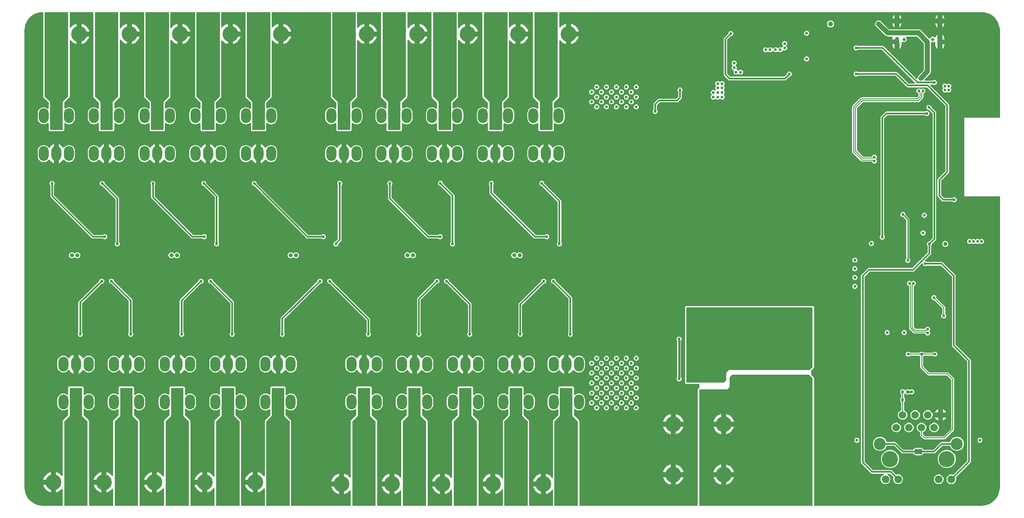
<source format=gbl>
G04*
G04 #@! TF.GenerationSoftware,Altium Limited,Altium Designer,25.4.2 (15)*
G04*
G04 Layer_Physical_Order=4*
G04 Layer_Color=16711680*
%FSLAX44Y44*%
%MOMM*%
G71*
G04*
G04 #@! TF.SameCoordinates,73184756-021C-4AC8-A4DF-FCC11D8EA491*
G04*
G04*
G04 #@! TF.FilePolarity,Positive*
G04*
G01*
G75*
%ADD11C,0.4000*%
%ADD12C,0.2000*%
%ADD13C,0.3000*%
G04:AMPARAMS|DCode=41|XSize=0.5mm|YSize=0.6mm|CornerRadius=0.125mm|HoleSize=0mm|Usage=FLASHONLY|Rotation=90.000|XOffset=0mm|YOffset=0mm|HoleType=Round|Shape=RoundedRectangle|*
%AMROUNDEDRECTD41*
21,1,0.5000,0.3500,0,0,90.0*
21,1,0.2500,0.6000,0,0,90.0*
1,1,0.2500,0.1750,0.1250*
1,1,0.2500,0.1750,-0.1250*
1,1,0.2500,-0.1750,-0.1250*
1,1,0.2500,-0.1750,0.1250*
%
%ADD41ROUNDEDRECTD41*%
G04:AMPARAMS|DCode=42|XSize=0.5mm|YSize=0.6mm|CornerRadius=0.125mm|HoleSize=0mm|Usage=FLASHONLY|Rotation=0.000|XOffset=0mm|YOffset=0mm|HoleType=Round|Shape=RoundedRectangle|*
%AMROUNDEDRECTD42*
21,1,0.5000,0.3500,0,0,0.0*
21,1,0.2500,0.6000,0,0,0.0*
1,1,0.2500,0.1250,-0.1750*
1,1,0.2500,-0.1250,-0.1750*
1,1,0.2500,-0.1250,0.1750*
1,1,0.2500,0.1250,0.1750*
%
%ADD42ROUNDEDRECTD42*%
%ADD45C,3.2500*%
%ADD46C,1.5000*%
%ADD47C,2.4000*%
%ADD48C,1.5500*%
%ADD49O,0.8000X2.1000*%
%ADD50O,0.8000X1.8000*%
%ADD51C,0.6500*%
%ADD52C,3.2000*%
%ADD53C,6.0000*%
%ADD54O,2.0000X3.0000*%
%ADD58C,0.2300*%
%ADD59C,0.5000*%
%ADD60C,1.0000*%
%ADD63C,0.1600*%
%ADD64C,0.6000*%
%ADD65C,1.0000*%
%ADD66C,0.8000*%
G04:AMPARAMS|DCode=67|XSize=1.1mm|YSize=1.6mm|CornerRadius=0.275mm|HoleSize=0mm|Usage=FLASHONLY|Rotation=90.000|XOffset=0mm|YOffset=0mm|HoleType=Round|Shape=RoundedRectangle|*
%AMROUNDEDRECTD67*
21,1,1.1000,1.0500,0,0,90.0*
21,1,0.5500,1.6000,0,0,90.0*
1,1,0.5500,0.5250,0.2750*
1,1,0.5500,0.5250,-0.2750*
1,1,0.5500,-0.5250,-0.2750*
1,1,0.5500,-0.5250,0.2750*
%
%ADD67ROUNDEDRECTD67*%
G36*
X1935786Y996532D02*
X1941430Y995177D01*
X1946792Y992956D01*
X1951740Y989923D01*
X1956154Y986154D01*
X1959923Y981740D01*
X1962956Y976792D01*
X1965177Y971430D01*
X1966532Y965786D01*
X1966974Y960165D01*
X1966941Y960000D01*
Y784000D01*
X1895000D01*
Y626000D01*
X1966941D01*
Y40000D01*
X1966974Y39835D01*
X1966532Y34214D01*
X1965177Y28570D01*
X1962956Y23208D01*
X1959923Y18260D01*
X1956154Y13846D01*
X1951740Y10077D01*
X1946792Y7044D01*
X1941430Y4823D01*
X1935786Y3468D01*
X1930165Y3026D01*
X1930000Y3059D01*
X1593059D01*
Y260000D01*
X1592826Y261171D01*
X1592163Y262163D01*
X1592163Y262163D01*
X1588726Y265600D01*
X1587500Y267000D01*
X1587500D01*
X1587500Y267000D01*
Y275674D01*
X1592163Y280337D01*
X1592163Y280337D01*
X1592826Y281329D01*
X1593059Y282500D01*
X1593059Y282500D01*
Y402000D01*
X1592826Y403171D01*
X1592163Y404163D01*
X1591171Y404826D01*
X1590000Y405059D01*
X1336000D01*
X1334830Y404826D01*
X1333837Y404163D01*
X1333174Y403171D01*
X1332941Y402000D01*
Y251000D01*
X1333174Y249829D01*
X1333837Y248837D01*
X1334830Y248174D01*
X1336000Y247941D01*
X1362000D01*
Y240059D01*
X1360829Y239826D01*
X1359837Y239163D01*
X1359174Y238171D01*
X1358941Y237000D01*
Y3059D01*
X1120269D01*
Y173000D01*
X1120269Y173000D01*
X1120036Y174170D01*
X1119373Y175163D01*
X1109269Y185267D01*
Y197370D01*
X1111269Y198014D01*
X1113348Y196418D01*
X1116267Y195209D01*
X1119400Y194797D01*
X1122533Y195209D01*
X1125452Y196418D01*
X1127959Y198342D01*
X1129882Y200848D01*
X1131091Y203767D01*
X1131504Y206900D01*
Y216900D01*
X1131091Y220033D01*
X1129882Y222952D01*
X1127959Y225459D01*
X1125452Y227382D01*
X1122533Y228591D01*
X1119400Y229004D01*
X1116267Y228591D01*
X1113348Y227382D01*
X1111269Y225786D01*
X1109269Y226430D01*
Y240000D01*
X1109036Y241171D01*
X1108373Y242163D01*
X1107381Y242826D01*
X1106210Y243059D01*
X1081210D01*
X1080040Y242826D01*
X1079047Y242163D01*
X1078384Y241171D01*
X1078151Y240000D01*
Y227218D01*
X1076151Y226231D01*
X1074652Y227382D01*
X1071733Y228591D01*
X1068600Y229004D01*
X1065467Y228591D01*
X1062548Y227382D01*
X1060042Y225459D01*
X1058118Y222952D01*
X1056909Y220033D01*
X1056496Y216900D01*
Y206900D01*
X1056909Y203767D01*
X1058118Y200848D01*
X1060042Y198342D01*
X1062548Y196418D01*
X1065467Y195209D01*
X1068600Y194797D01*
X1071733Y195209D01*
X1074652Y196418D01*
X1076151Y197569D01*
X1078151Y196582D01*
Y185267D01*
X1068047Y175163D01*
X1068047Y175163D01*
X1067384Y174171D01*
X1067151Y173000D01*
X1067151Y173000D01*
Y59438D01*
X1065151Y58831D01*
X1064112Y60387D01*
X1061187Y63312D01*
X1057747Y65610D01*
X1053925Y67193D01*
X1052800Y67417D01*
Y47000D01*
Y26583D01*
X1053925Y26807D01*
X1057747Y28390D01*
X1061187Y30688D01*
X1064112Y33613D01*
X1065151Y35169D01*
X1067151Y34562D01*
Y3059D01*
X1019269D01*
Y173000D01*
X1019269Y173000D01*
X1019036Y174170D01*
X1018373Y175163D01*
X1008269Y185267D01*
Y197370D01*
X1010269Y198014D01*
X1012348Y196418D01*
X1015267Y195209D01*
X1018400Y194797D01*
X1021533Y195209D01*
X1024452Y196418D01*
X1026958Y198342D01*
X1028882Y200848D01*
X1030091Y203767D01*
X1030504Y206900D01*
Y216900D01*
X1030091Y220033D01*
X1028882Y222952D01*
X1026958Y225459D01*
X1024452Y227382D01*
X1021533Y228591D01*
X1018400Y229004D01*
X1015267Y228591D01*
X1012348Y227382D01*
X1010269Y225786D01*
X1008269Y226430D01*
Y240000D01*
X1008036Y241171D01*
X1007373Y242163D01*
X1006381Y242826D01*
X1005210Y243059D01*
X980210D01*
X979040Y242826D01*
X978047Y242163D01*
X977384Y241171D01*
X977151Y240000D01*
Y227218D01*
X975151Y226231D01*
X973652Y227382D01*
X970733Y228591D01*
X967600Y229004D01*
X964467Y228591D01*
X961548Y227382D01*
X959042Y225459D01*
X957118Y222952D01*
X955909Y220033D01*
X955496Y216900D01*
Y206900D01*
X955909Y203767D01*
X957118Y200848D01*
X959042Y198342D01*
X961548Y196418D01*
X964467Y195209D01*
X967600Y194797D01*
X970733Y195209D01*
X973652Y196418D01*
X975151Y197569D01*
X977151Y196582D01*
Y185267D01*
X967047Y175163D01*
X967047Y175163D01*
X966384Y174171D01*
X966151Y173000D01*
X966151Y173000D01*
Y58540D01*
X964151Y57933D01*
X962512Y60387D01*
X959587Y63312D01*
X956147Y65610D01*
X952326Y67193D01*
X951200Y67417D01*
Y47000D01*
Y26583D01*
X952326Y26807D01*
X956147Y28390D01*
X959587Y30688D01*
X962512Y33613D01*
X964151Y36067D01*
X966151Y35460D01*
Y3059D01*
X917269D01*
Y173000D01*
X917269Y173000D01*
X917036Y174170D01*
X916373Y175163D01*
X906269Y185267D01*
Y197370D01*
X908269Y198014D01*
X910348Y196418D01*
X913267Y195209D01*
X916400Y194797D01*
X919533Y195209D01*
X922452Y196418D01*
X924958Y198342D01*
X926882Y200848D01*
X928091Y203767D01*
X928504Y206900D01*
Y216900D01*
X928091Y220033D01*
X926882Y222952D01*
X924958Y225459D01*
X922452Y227382D01*
X919533Y228591D01*
X916400Y229004D01*
X913267Y228591D01*
X910348Y227382D01*
X908269Y225786D01*
X906269Y226430D01*
Y240000D01*
X906036Y241171D01*
X905373Y242163D01*
X904381Y242826D01*
X903210Y243059D01*
X878210D01*
X877039Y242826D01*
X876047Y242163D01*
X875384Y241171D01*
X875151Y240000D01*
Y227218D01*
X873151Y226231D01*
X871652Y227382D01*
X868733Y228591D01*
X865600Y229004D01*
X862467Y228591D01*
X859548Y227382D01*
X857041Y225459D01*
X855118Y222952D01*
X853909Y220033D01*
X853496Y216900D01*
Y206900D01*
X853909Y203767D01*
X855118Y200848D01*
X857041Y198342D01*
X859548Y196418D01*
X862467Y195209D01*
X865600Y194797D01*
X868733Y195209D01*
X871652Y196418D01*
X873151Y197569D01*
X875151Y196582D01*
Y185267D01*
X865047Y175163D01*
X865047Y175163D01*
X864384Y174171D01*
X864151Y173000D01*
X864151Y173000D01*
Y59138D01*
X862151Y58532D01*
X860912Y60387D01*
X857987Y63312D01*
X854547Y65610D01*
X850725Y67193D01*
X849600Y67417D01*
Y47000D01*
Y26583D01*
X850725Y26807D01*
X854547Y28390D01*
X857987Y30688D01*
X860912Y33613D01*
X862151Y35468D01*
X864151Y34862D01*
Y3059D01*
X814829D01*
Y173000D01*
X814829Y173000D01*
X814596Y174170D01*
X813933Y175163D01*
X803829Y185267D01*
Y197370D01*
X805829Y198014D01*
X807908Y196418D01*
X810827Y195209D01*
X813960Y194797D01*
X817093Y195209D01*
X820012Y196418D01*
X822518Y198342D01*
X824442Y200848D01*
X825651Y203767D01*
X826064Y206900D01*
Y216900D01*
X825651Y220033D01*
X824442Y222952D01*
X822518Y225459D01*
X820012Y227382D01*
X817093Y228591D01*
X813960Y229004D01*
X810827Y228591D01*
X807908Y227382D01*
X805829Y225786D01*
X803829Y226430D01*
Y240000D01*
X803596Y241171D01*
X802933Y242163D01*
X801941Y242826D01*
X800770Y243059D01*
X775770D01*
X774600Y242826D01*
X773607Y242163D01*
X772944Y241171D01*
X772711Y240000D01*
Y227218D01*
X770711Y226231D01*
X769212Y227382D01*
X766293Y228591D01*
X763160Y229004D01*
X760027Y228591D01*
X757108Y227382D01*
X754602Y225459D01*
X752678Y222952D01*
X751469Y220033D01*
X751057Y216900D01*
Y206900D01*
X751469Y203767D01*
X752678Y200848D01*
X754602Y198342D01*
X757108Y196418D01*
X760027Y195209D01*
X763160Y194797D01*
X766293Y195209D01*
X769212Y196418D01*
X770711Y197569D01*
X772711Y196582D01*
Y185267D01*
X762607Y175163D01*
X762607Y175163D01*
X761944Y174171D01*
X761711Y173000D01*
X761711Y173000D01*
Y60395D01*
X759711Y59789D01*
X759312Y60387D01*
X756387Y63312D01*
X752947Y65610D01*
X749126Y67193D01*
X748000Y67417D01*
Y47000D01*
Y26583D01*
X749126Y26807D01*
X752947Y28390D01*
X756387Y30688D01*
X759312Y33613D01*
X759711Y34211D01*
X761711Y33605D01*
Y3059D01*
X713229D01*
Y173000D01*
X713229Y173000D01*
X712996Y174170D01*
X712333Y175163D01*
X702229Y185267D01*
Y197370D01*
X704229Y198014D01*
X706308Y196418D01*
X709227Y195209D01*
X712360Y194797D01*
X715493Y195209D01*
X718412Y196418D01*
X720919Y198342D01*
X722842Y200848D01*
X724051Y203767D01*
X724464Y206900D01*
Y216900D01*
X724051Y220033D01*
X722842Y222952D01*
X720919Y225459D01*
X718412Y227382D01*
X715493Y228591D01*
X712360Y229004D01*
X709227Y228591D01*
X706308Y227382D01*
X704229Y225786D01*
X702229Y226430D01*
Y240000D01*
X701996Y241171D01*
X701333Y242163D01*
X700341Y242826D01*
X699170Y243059D01*
X674170D01*
X672999Y242826D01*
X672007Y242163D01*
X671344Y241171D01*
X671111Y240000D01*
Y227218D01*
X669111Y226231D01*
X667612Y227382D01*
X664693Y228591D01*
X661560Y229004D01*
X658427Y228591D01*
X655508Y227382D01*
X653001Y225459D01*
X651078Y222952D01*
X649869Y220033D01*
X649456Y216900D01*
Y206900D01*
X649869Y203767D01*
X651078Y200848D01*
X653001Y198342D01*
X655508Y196418D01*
X658427Y195209D01*
X661560Y194797D01*
X664693Y195209D01*
X667612Y196418D01*
X669111Y197569D01*
X671111Y196582D01*
Y185267D01*
X661007Y175163D01*
X661007Y175163D01*
X660344Y174171D01*
X660111Y173000D01*
X660111Y173000D01*
Y60395D01*
X658111Y59789D01*
X657712Y60387D01*
X654787Y63312D01*
X651347Y65610D01*
X647525Y67193D01*
X646400Y67417D01*
Y47000D01*
Y26583D01*
X647525Y26807D01*
X651347Y28390D01*
X654787Y30688D01*
X657712Y33613D01*
X658111Y34211D01*
X660111Y33605D01*
Y3059D01*
X540209D01*
Y172950D01*
X540209Y172950D01*
X539976Y174121D01*
X539313Y175113D01*
X529209Y185217D01*
Y197456D01*
X531209Y198052D01*
X533338Y196418D01*
X536257Y195209D01*
X539390Y194797D01*
X542523Y195209D01*
X545442Y196418D01*
X547948Y198342D01*
X549872Y200848D01*
X551081Y203767D01*
X551494Y206900D01*
Y216900D01*
X551081Y220033D01*
X549872Y222952D01*
X547948Y225459D01*
X545442Y227382D01*
X542523Y228591D01*
X539390Y229004D01*
X536257Y228591D01*
X533338Y227382D01*
X531209Y225748D01*
X529209Y226343D01*
Y239950D01*
X528976Y241120D01*
X528313Y242113D01*
X527321Y242776D01*
X526150Y243009D01*
X501150D01*
X499980Y242776D01*
X498987Y242113D01*
X498324Y241120D01*
X498091Y239950D01*
Y227256D01*
X496091Y226270D01*
X494642Y227382D01*
X491723Y228591D01*
X488590Y229004D01*
X485457Y228591D01*
X482538Y227382D01*
X480032Y225459D01*
X478108Y222952D01*
X476899Y220033D01*
X476486Y216900D01*
Y206900D01*
X476899Y203767D01*
X478108Y200848D01*
X480032Y198342D01*
X482538Y196418D01*
X485457Y195209D01*
X488590Y194797D01*
X491723Y195209D01*
X494642Y196418D01*
X496091Y197530D01*
X498091Y196544D01*
Y185217D01*
X487987Y175113D01*
X487987Y175113D01*
X487324Y174121D01*
X487091Y172950D01*
X487091Y172950D01*
Y62527D01*
X485091Y61921D01*
X484112Y63387D01*
X481187Y66312D01*
X477747Y68610D01*
X473926Y70193D01*
X472800Y70417D01*
Y50000D01*
Y29583D01*
X473926Y29807D01*
X477747Y31390D01*
X481187Y33688D01*
X484112Y36613D01*
X485091Y38079D01*
X487091Y37473D01*
Y3059D01*
X439209D01*
Y172950D01*
X439209Y172950D01*
X438976Y174121D01*
X438313Y175113D01*
X428209Y185217D01*
Y197456D01*
X430209Y198052D01*
X432338Y196418D01*
X435257Y195209D01*
X438390Y194797D01*
X441523Y195209D01*
X444442Y196418D01*
X446949Y198342D01*
X448872Y200848D01*
X450081Y203767D01*
X450494Y206900D01*
Y216900D01*
X450081Y220033D01*
X448872Y222952D01*
X446949Y225459D01*
X444442Y227382D01*
X441523Y228591D01*
X438390Y229004D01*
X435257Y228591D01*
X432338Y227382D01*
X430209Y225748D01*
X428209Y226343D01*
Y239950D01*
X427976Y241120D01*
X427313Y242113D01*
X426321Y242776D01*
X425150Y243009D01*
X400150D01*
X398979Y242776D01*
X397987Y242113D01*
X397324Y241120D01*
X397091Y239950D01*
Y227256D01*
X395091Y226270D01*
X393642Y227382D01*
X390723Y228591D01*
X387590Y229004D01*
X384457Y228591D01*
X381538Y227382D01*
X379031Y225459D01*
X377108Y222952D01*
X375899Y220033D01*
X375486Y216900D01*
Y206900D01*
X375899Y203767D01*
X377108Y200848D01*
X379031Y198342D01*
X381538Y196418D01*
X384457Y195209D01*
X387590Y194797D01*
X390723Y195209D01*
X393642Y196418D01*
X395091Y197530D01*
X397091Y196544D01*
Y185217D01*
X386987Y175113D01*
X386987Y175113D01*
X386324Y174121D01*
X386091Y172950D01*
X386091Y172950D01*
Y61630D01*
X384091Y61023D01*
X382512Y63387D01*
X379587Y66312D01*
X376147Y68610D01*
X372326Y70193D01*
X371200Y70417D01*
Y50000D01*
X366200D01*
D01*
X371200D01*
Y29583D01*
X372326Y29807D01*
X376147Y31390D01*
X379587Y33688D01*
X382512Y36613D01*
X384091Y38977D01*
X386091Y38370D01*
Y3059D01*
X337209D01*
Y172950D01*
X337209Y172950D01*
X336976Y174121D01*
X336313Y175113D01*
X326209Y185217D01*
Y197456D01*
X328209Y198052D01*
X330338Y196418D01*
X333257Y195209D01*
X336390Y194797D01*
X339523Y195209D01*
X342442Y196418D01*
X344949Y198342D01*
X346872Y200848D01*
X348081Y203767D01*
X348494Y206900D01*
Y216900D01*
X348081Y220033D01*
X346872Y222952D01*
X344949Y225459D01*
X342442Y227382D01*
X339523Y228591D01*
X336390Y229004D01*
X333257Y228591D01*
X330338Y227382D01*
X328209Y225748D01*
X326209Y226343D01*
Y239950D01*
X325976Y241120D01*
X325313Y242113D01*
X324321Y242776D01*
X323150Y243009D01*
X298150D01*
X296980Y242776D01*
X295987Y242113D01*
X295324Y241120D01*
X295091Y239950D01*
Y227256D01*
X293091Y226270D01*
X291642Y227382D01*
X288723Y228591D01*
X285590Y229004D01*
X282457Y228591D01*
X279538Y227382D01*
X277031Y225459D01*
X275108Y222952D01*
X273899Y220033D01*
X273486Y216900D01*
Y206900D01*
X273899Y203767D01*
X275108Y200848D01*
X277031Y198342D01*
X279538Y196418D01*
X282457Y195209D01*
X285590Y194797D01*
X288723Y195209D01*
X291642Y196418D01*
X293091Y197530D01*
X295091Y196544D01*
Y185217D01*
X284987Y175113D01*
X284987Y175113D01*
X284324Y174121D01*
X284091Y172950D01*
X284091Y172950D01*
Y62228D01*
X282091Y61621D01*
X280912Y63387D01*
X277987Y66312D01*
X274547Y68610D01*
X270725Y70193D01*
X269600Y70417D01*
Y50000D01*
Y29583D01*
X270725Y29807D01*
X274547Y31390D01*
X277987Y33688D01*
X280912Y36613D01*
X282091Y38379D01*
X284091Y37772D01*
Y3059D01*
X234769D01*
Y172950D01*
X234769Y172950D01*
X234536Y174121D01*
X233873Y175113D01*
X223769Y185217D01*
Y197456D01*
X225769Y198052D01*
X227898Y196418D01*
X230817Y195209D01*
X233950Y194797D01*
X237083Y195209D01*
X240002Y196418D01*
X242509Y198342D01*
X244432Y200848D01*
X245641Y203767D01*
X246054Y206900D01*
Y216900D01*
X245641Y220033D01*
X244432Y222952D01*
X242509Y225459D01*
X240002Y227382D01*
X237083Y228591D01*
X233950Y229004D01*
X230817Y228591D01*
X227898Y227382D01*
X225769Y225748D01*
X223769Y226343D01*
Y239950D01*
X223536Y241120D01*
X222873Y242113D01*
X221881Y242776D01*
X220710Y243009D01*
X195710D01*
X194540Y242776D01*
X193547Y242113D01*
X192884Y241120D01*
X192651Y239950D01*
Y227256D01*
X190651Y226270D01*
X189202Y227382D01*
X186283Y228591D01*
X183150Y229004D01*
X180017Y228591D01*
X177098Y227382D01*
X174592Y225459D01*
X172668Y222952D01*
X171459Y220033D01*
X171047Y216900D01*
Y206900D01*
X171459Y203767D01*
X172668Y200848D01*
X174592Y198342D01*
X177098Y196418D01*
X180017Y195209D01*
X183150Y194797D01*
X186283Y195209D01*
X189202Y196418D01*
X190651Y197530D01*
X192651Y196544D01*
Y185217D01*
X182547Y175113D01*
X182547Y175113D01*
X181884Y174121D01*
X181651Y172950D01*
X181651Y172950D01*
Y63485D01*
X179651Y62879D01*
X179312Y63387D01*
X176387Y66312D01*
X172947Y68610D01*
X169125Y70193D01*
X168000Y70417D01*
Y50000D01*
Y29583D01*
X169125Y29807D01*
X172947Y31390D01*
X176387Y33688D01*
X179312Y36613D01*
X179651Y37121D01*
X181651Y36515D01*
Y3059D01*
X133169D01*
Y172950D01*
X133169Y172950D01*
X132936Y174121D01*
X132273Y175113D01*
X122169Y185217D01*
Y197456D01*
X124169Y198052D01*
X126298Y196418D01*
X129217Y195209D01*
X132350Y194797D01*
X135483Y195209D01*
X138402Y196418D01*
X140909Y198342D01*
X142832Y200848D01*
X144041Y203767D01*
X144454Y206900D01*
Y216900D01*
X144041Y220033D01*
X142832Y222952D01*
X140909Y225459D01*
X138402Y227382D01*
X135483Y228591D01*
X132350Y229004D01*
X129217Y228591D01*
X126298Y227382D01*
X124169Y225748D01*
X122169Y226343D01*
Y239950D01*
X121936Y241120D01*
X121273Y242113D01*
X120281Y242776D01*
X119110Y243009D01*
X94110D01*
X92940Y242776D01*
X91947Y242113D01*
X91284Y241120D01*
X91051Y239950D01*
Y227256D01*
X89051Y226270D01*
X87602Y227382D01*
X84683Y228591D01*
X81550Y229004D01*
X78417Y228591D01*
X75498Y227382D01*
X72991Y225459D01*
X71068Y222952D01*
X69859Y220033D01*
X69447Y216900D01*
Y206900D01*
X69859Y203767D01*
X71068Y200848D01*
X72991Y198342D01*
X75498Y196418D01*
X78417Y195209D01*
X81550Y194797D01*
X84683Y195209D01*
X87602Y196418D01*
X89051Y197530D01*
X91051Y196544D01*
Y185217D01*
X80947Y175113D01*
X80947Y175113D01*
X80284Y174121D01*
X80051Y172950D01*
X80051Y172950D01*
Y63485D01*
X78051Y62879D01*
X77712Y63387D01*
X74787Y66312D01*
X71347Y68610D01*
X67526Y70193D01*
X66400Y70417D01*
Y50000D01*
Y29583D01*
X67526Y29807D01*
X71347Y31390D01*
X74787Y33688D01*
X77712Y36613D01*
X78051Y37121D01*
X80051Y36515D01*
Y3059D01*
X40000D01*
X39835Y3026D01*
X34214Y3468D01*
X28570Y4823D01*
X23208Y7044D01*
X18260Y10077D01*
X13846Y13846D01*
X10077Y18260D01*
X7044Y23208D01*
X4823Y28570D01*
X3468Y34214D01*
X3026Y39835D01*
X3059Y40000D01*
Y960000D01*
X3026Y960165D01*
X3468Y965786D01*
X4823Y971430D01*
X7044Y976792D01*
X10077Y981740D01*
X13846Y986154D01*
X18260Y989923D01*
X23208Y992956D01*
X28570Y995177D01*
X34214Y996532D01*
X38941Y996904D01*
X40941Y995464D01*
Y827000D01*
X40941Y827000D01*
X41174Y825829D01*
X41837Y824837D01*
X51941Y814733D01*
Y802630D01*
X49941Y801986D01*
X47862Y803582D01*
X44943Y804791D01*
X41810Y805203D01*
X38677Y804791D01*
X35758Y803582D01*
X33252Y801658D01*
X31328Y799152D01*
X30119Y796233D01*
X29706Y793100D01*
Y783100D01*
X30119Y779967D01*
X31328Y777048D01*
X33252Y774541D01*
X35758Y772618D01*
X38677Y771409D01*
X41810Y770996D01*
X44943Y771409D01*
X47862Y772618D01*
X49941Y774214D01*
X51941Y773570D01*
Y760000D01*
X52174Y758829D01*
X52837Y757837D01*
X53829Y757174D01*
X55000Y756941D01*
X80000D01*
X81171Y757174D01*
X82163Y757837D01*
X82826Y758829D01*
X83059Y760000D01*
Y772782D01*
X85059Y773769D01*
X86558Y772618D01*
X89477Y771409D01*
X92610Y770996D01*
X95743Y771409D01*
X98662Y772618D01*
X101169Y774541D01*
X103092Y777048D01*
X104301Y779967D01*
X104714Y783100D01*
Y793100D01*
X104301Y796233D01*
X103092Y799152D01*
X101169Y801658D01*
X98662Y803582D01*
X95743Y804791D01*
X92610Y805203D01*
X89477Y804791D01*
X86558Y803582D01*
X85059Y802431D01*
X83059Y803418D01*
Y814733D01*
X93163Y824837D01*
X93163Y824837D01*
X93826Y825829D01*
X94059Y827000D01*
X94059Y827000D01*
Y940248D01*
X96059Y940855D01*
X96888Y939613D01*
X99813Y936688D01*
X103253Y934390D01*
X107075Y932807D01*
X108200Y932583D01*
Y953000D01*
Y973417D01*
X107075Y973193D01*
X103253Y971610D01*
X99813Y969312D01*
X96888Y966387D01*
X96059Y965145D01*
X94059Y965752D01*
Y996941D01*
X141941D01*
Y827000D01*
X141941Y827000D01*
X142174Y825829D01*
X142837Y824837D01*
X152941Y814733D01*
Y802630D01*
X150941Y801986D01*
X148862Y803582D01*
X145943Y804791D01*
X142810Y805203D01*
X139677Y804791D01*
X136758Y803582D01*
X134251Y801658D01*
X132328Y799152D01*
X131119Y796233D01*
X130707Y793100D01*
Y783100D01*
X131119Y779967D01*
X132328Y777048D01*
X134251Y774541D01*
X136758Y772618D01*
X139677Y771409D01*
X142810Y770996D01*
X145943Y771409D01*
X148862Y772618D01*
X150941Y774214D01*
X152941Y773570D01*
Y760000D01*
X153174Y758829D01*
X153837Y757837D01*
X154830Y757174D01*
X156000Y756941D01*
X181000D01*
X182171Y757174D01*
X183163Y757837D01*
X183826Y758829D01*
X184059Y760000D01*
Y772782D01*
X186059Y773769D01*
X187558Y772618D01*
X190477Y771409D01*
X193610Y770996D01*
X196743Y771409D01*
X199662Y772618D01*
X202169Y774541D01*
X204092Y777048D01*
X205301Y779967D01*
X205714Y783100D01*
Y793100D01*
X205301Y796233D01*
X204092Y799152D01*
X202169Y801658D01*
X199662Y803582D01*
X196743Y804791D01*
X193610Y805203D01*
X190477Y804791D01*
X187558Y803582D01*
X186059Y802431D01*
X184059Y803418D01*
Y814733D01*
X194163Y824837D01*
X194163Y824837D01*
X194826Y825829D01*
X195059Y827000D01*
X195059Y827000D01*
Y941146D01*
X197059Y941753D01*
X198488Y939613D01*
X201413Y936688D01*
X204853Y934390D01*
X208675Y932807D01*
X209800Y932583D01*
Y953000D01*
Y973417D01*
X208675Y973193D01*
X204853Y971610D01*
X201413Y969312D01*
X198488Y966387D01*
X197059Y964247D01*
X195059Y964854D01*
Y996941D01*
X243941D01*
Y827000D01*
X243941Y827000D01*
X244174Y825829D01*
X244837Y824837D01*
X254941Y814733D01*
Y802630D01*
X252941Y801986D01*
X250862Y803582D01*
X247943Y804791D01*
X244810Y805203D01*
X241677Y804791D01*
X238758Y803582D01*
X236252Y801658D01*
X234328Y799152D01*
X233119Y796233D01*
X232707Y793100D01*
Y783100D01*
X233119Y779967D01*
X234328Y777048D01*
X236252Y774541D01*
X238758Y772618D01*
X241677Y771409D01*
X244810Y770996D01*
X247943Y771409D01*
X250862Y772618D01*
X252941Y774214D01*
X254941Y773570D01*
Y760000D01*
X255174Y758829D01*
X255837Y757837D01*
X256829Y757174D01*
X258000Y756941D01*
X283000D01*
X284170Y757174D01*
X285163Y757837D01*
X285826Y758829D01*
X286059Y760000D01*
Y772782D01*
X288059Y773769D01*
X289558Y772618D01*
X292477Y771409D01*
X295610Y770996D01*
X298743Y771409D01*
X301662Y772618D01*
X304169Y774541D01*
X306092Y777048D01*
X307301Y779967D01*
X307714Y783100D01*
Y793100D01*
X307301Y796233D01*
X306092Y799152D01*
X304169Y801658D01*
X301662Y803582D01*
X298743Y804791D01*
X295610Y805203D01*
X292477Y804791D01*
X289558Y803582D01*
X288059Y802431D01*
X286059Y803418D01*
Y814733D01*
X296163Y824837D01*
X296163Y824837D01*
X296826Y825829D01*
X297059Y827000D01*
X297059Y827000D01*
Y940547D01*
X299059Y941154D01*
X300088Y939613D01*
X303013Y936688D01*
X306453Y934390D01*
X310275Y932807D01*
X311400Y932583D01*
Y953000D01*
Y973417D01*
X310275Y973193D01*
X306453Y971610D01*
X303013Y969312D01*
X300088Y966387D01*
X299059Y964846D01*
X297059Y965453D01*
Y996941D01*
X346381D01*
Y827000D01*
X346381Y827000D01*
X346614Y825829D01*
X347277Y824837D01*
X357381Y814733D01*
Y802630D01*
X355381Y801986D01*
X353302Y803582D01*
X350383Y804791D01*
X347250Y805203D01*
X344117Y804791D01*
X341198Y803582D01*
X338691Y801658D01*
X336768Y799152D01*
X335559Y796233D01*
X335146Y793100D01*
Y783100D01*
X335559Y779967D01*
X336768Y777048D01*
X338691Y774541D01*
X341198Y772618D01*
X344117Y771409D01*
X347250Y770996D01*
X350383Y771409D01*
X353302Y772618D01*
X355381Y774214D01*
X357381Y773570D01*
Y760000D01*
X357614Y758829D01*
X358277Y757837D01*
X359269Y757174D01*
X360440Y756941D01*
X385440D01*
X386610Y757174D01*
X387603Y757837D01*
X388266Y758829D01*
X388499Y760000D01*
Y772782D01*
X390499Y773769D01*
X391998Y772618D01*
X394917Y771409D01*
X398050Y770996D01*
X401183Y771409D01*
X404102Y772618D01*
X406609Y774541D01*
X408532Y777048D01*
X409741Y779967D01*
X410154Y783100D01*
Y793100D01*
X409741Y796233D01*
X408532Y799152D01*
X406609Y801658D01*
X404102Y803582D01*
X401183Y804791D01*
X398050Y805203D01*
X394917Y804791D01*
X391998Y803582D01*
X390499Y802431D01*
X388499Y803418D01*
Y814733D01*
X398603Y824837D01*
X398603Y824837D01*
X399266Y825829D01*
X399499Y827000D01*
X399499Y827000D01*
Y939445D01*
X401413Y940026D01*
X401688Y939613D01*
X404613Y936688D01*
X408053Y934390D01*
X411875Y932807D01*
X413000Y932583D01*
Y953000D01*
Y973417D01*
X411875Y973193D01*
X408053Y971610D01*
X404613Y969312D01*
X401688Y966387D01*
X401413Y965974D01*
X399499Y966555D01*
Y996941D01*
X447981D01*
Y827000D01*
X447981Y827000D01*
X448214Y825829D01*
X448877Y824837D01*
X458981Y814733D01*
Y802630D01*
X456981Y801986D01*
X454902Y803582D01*
X451983Y804791D01*
X448850Y805203D01*
X445717Y804791D01*
X442798Y803582D01*
X440291Y801658D01*
X438368Y799152D01*
X437159Y796233D01*
X436746Y793100D01*
Y783100D01*
X437159Y779967D01*
X438368Y777048D01*
X440291Y774541D01*
X442798Y772618D01*
X445717Y771409D01*
X448850Y770996D01*
X451983Y771409D01*
X454902Y772618D01*
X456981Y774214D01*
X458981Y773570D01*
Y760000D01*
X459214Y758829D01*
X459877Y757837D01*
X460869Y757174D01*
X462040Y756941D01*
X487040D01*
X488210Y757174D01*
X489203Y757837D01*
X489866Y758829D01*
X490099Y760000D01*
Y772782D01*
X492099Y773769D01*
X493598Y772618D01*
X496517Y771409D01*
X499650Y770996D01*
X502783Y771409D01*
X505702Y772618D01*
X508209Y774541D01*
X510132Y777048D01*
X511341Y779967D01*
X511754Y783100D01*
Y793100D01*
X511341Y796233D01*
X510132Y799152D01*
X508209Y801658D01*
X505702Y803582D01*
X502783Y804791D01*
X499650Y805203D01*
X496517Y804791D01*
X493598Y803582D01*
X492099Y802431D01*
X490099Y803418D01*
Y814733D01*
X500203Y824837D01*
X500203Y824837D01*
X500866Y825829D01*
X501099Y827000D01*
X501099Y827000D01*
Y939445D01*
X503013Y940026D01*
X503288Y939613D01*
X506213Y936688D01*
X509653Y934390D01*
X513475Y932807D01*
X514600Y932583D01*
Y953000D01*
Y973417D01*
X513475Y973193D01*
X509653Y971610D01*
X506213Y969312D01*
X503288Y966387D01*
X503013Y965974D01*
X501099Y966555D01*
Y996941D01*
X619921D01*
Y827000D01*
X619921Y827000D01*
X620154Y825829D01*
X620817Y824837D01*
X630921Y814733D01*
Y802630D01*
X628921Y801986D01*
X626842Y803582D01*
X623923Y804791D01*
X620790Y805203D01*
X617657Y804791D01*
X614738Y803582D01*
X612231Y801658D01*
X610308Y799152D01*
X609099Y796233D01*
X608686Y793100D01*
Y783100D01*
X609099Y779967D01*
X610308Y777048D01*
X612231Y774541D01*
X614738Y772618D01*
X617657Y771409D01*
X620790Y770996D01*
X623923Y771409D01*
X626842Y772618D01*
X628921Y774214D01*
X630921Y773570D01*
Y760000D01*
X631154Y758829D01*
X631817Y757837D01*
X632809Y757174D01*
X633980Y756941D01*
X658980D01*
X660151Y757174D01*
X661143Y757837D01*
X661806Y758829D01*
X662039Y760000D01*
Y772782D01*
X664039Y773769D01*
X665538Y772618D01*
X668457Y771409D01*
X671590Y770996D01*
X674723Y771409D01*
X677642Y772618D01*
X680149Y774541D01*
X682072Y777048D01*
X683281Y779967D01*
X683694Y783100D01*
Y793100D01*
X683281Y796233D01*
X682072Y799152D01*
X680149Y801658D01*
X677642Y803582D01*
X674723Y804791D01*
X671590Y805203D01*
X668457Y804791D01*
X665538Y803582D01*
X664039Y802431D01*
X662039Y803418D01*
Y814733D01*
X672143Y824837D01*
X672143Y824837D01*
X672806Y825829D01*
X673039Y827000D01*
X673039Y827000D01*
Y940278D01*
X675039Y940885D01*
X675888Y939613D01*
X678813Y936688D01*
X682253Y934390D01*
X686075Y932807D01*
X687200Y932583D01*
Y953000D01*
Y973417D01*
X686075Y973193D01*
X682253Y971610D01*
X678813Y969312D01*
X675888Y966387D01*
X675039Y965115D01*
X673039Y965722D01*
Y996941D01*
X720921D01*
Y827000D01*
X720921Y827000D01*
X721154Y825829D01*
X721817Y824837D01*
X731921Y814733D01*
Y802630D01*
X729921Y801986D01*
X727842Y803582D01*
X724923Y804791D01*
X721790Y805203D01*
X718657Y804791D01*
X715738Y803582D01*
X713232Y801658D01*
X711308Y799152D01*
X710099Y796233D01*
X709687Y793100D01*
Y783100D01*
X710099Y779967D01*
X711308Y777048D01*
X713232Y774541D01*
X715738Y772618D01*
X718657Y771409D01*
X721790Y770996D01*
X724923Y771409D01*
X727842Y772618D01*
X729921Y774214D01*
X731921Y773570D01*
Y760000D01*
X732154Y758829D01*
X732817Y757837D01*
X733810Y757174D01*
X734980Y756941D01*
X759980D01*
X761151Y757174D01*
X762143Y757837D01*
X762806Y758829D01*
X763039Y760000D01*
Y772782D01*
X765039Y773769D01*
X766538Y772618D01*
X769457Y771409D01*
X772590Y770996D01*
X775723Y771409D01*
X778642Y772618D01*
X781149Y774541D01*
X783072Y777048D01*
X784281Y779967D01*
X784694Y783100D01*
Y793100D01*
X784281Y796233D01*
X783072Y799152D01*
X781149Y801658D01*
X778642Y803582D01*
X775723Y804791D01*
X772590Y805203D01*
X769457Y804791D01*
X766538Y803582D01*
X765039Y802431D01*
X763039Y803418D01*
Y814733D01*
X773143Y824837D01*
X773143Y824837D01*
X773806Y825829D01*
X774039Y827000D01*
X774039Y827000D01*
Y941176D01*
X776039Y941783D01*
X777488Y939613D01*
X780413Y936688D01*
X783853Y934390D01*
X787675Y932807D01*
X788800Y932583D01*
Y953000D01*
Y973417D01*
X787675Y973193D01*
X783853Y971610D01*
X780413Y969312D01*
X777488Y966387D01*
X776039Y964217D01*
X774039Y964824D01*
Y996941D01*
X822921D01*
Y827000D01*
X822921Y827000D01*
X823154Y825829D01*
X823817Y824837D01*
X833921Y814733D01*
Y802630D01*
X831921Y801986D01*
X829842Y803582D01*
X826923Y804791D01*
X823790Y805203D01*
X820657Y804791D01*
X817738Y803582D01*
X815231Y801658D01*
X813308Y799152D01*
X812099Y796233D01*
X811686Y793100D01*
Y783100D01*
X812099Y779967D01*
X813308Y777048D01*
X815231Y774541D01*
X817738Y772618D01*
X820657Y771409D01*
X823790Y770996D01*
X826923Y771409D01*
X829842Y772618D01*
X831921Y774214D01*
X833921Y773570D01*
Y760000D01*
X834154Y758829D01*
X834817Y757837D01*
X835809Y757174D01*
X836980Y756941D01*
X861980D01*
X863150Y757174D01*
X864143Y757837D01*
X864806Y758829D01*
X865039Y760000D01*
Y772782D01*
X867039Y773769D01*
X868538Y772618D01*
X871457Y771409D01*
X874590Y770996D01*
X877723Y771409D01*
X880642Y772618D01*
X883149Y774541D01*
X885072Y777048D01*
X886281Y779967D01*
X886694Y783100D01*
Y793100D01*
X886281Y796233D01*
X885072Y799152D01*
X883149Y801658D01*
X880642Y803582D01*
X877723Y804791D01*
X874590Y805203D01*
X871457Y804791D01*
X868538Y803582D01*
X867039Y802431D01*
X865039Y803418D01*
Y814733D01*
X875143Y824837D01*
X875143Y824837D01*
X875806Y825829D01*
X876039Y827000D01*
X876039Y827000D01*
Y940577D01*
X878039Y941184D01*
X879088Y939613D01*
X882013Y936688D01*
X885453Y934390D01*
X889275Y932807D01*
X890400Y932583D01*
Y953000D01*
Y973417D01*
X889275Y973193D01*
X885453Y971610D01*
X882013Y969312D01*
X879088Y966387D01*
X878039Y964816D01*
X876039Y965423D01*
Y996941D01*
X925411D01*
Y827050D01*
X925411Y827050D01*
X925644Y825880D01*
X926307Y824887D01*
X936411Y814783D01*
Y802543D01*
X934411Y801948D01*
X932282Y803582D01*
X929363Y804791D01*
X926230Y805203D01*
X923097Y804791D01*
X920178Y803582D01*
X917672Y801658D01*
X915748Y799152D01*
X914539Y796233D01*
X914127Y793100D01*
Y783100D01*
X914539Y779967D01*
X915748Y777048D01*
X917672Y774541D01*
X920178Y772618D01*
X923097Y771409D01*
X926230Y770996D01*
X929363Y771409D01*
X932282Y772618D01*
X934411Y774252D01*
X936411Y773656D01*
Y760050D01*
X936644Y758879D01*
X937307Y757887D01*
X938299Y757224D01*
X939470Y756991D01*
X964470D01*
X965640Y757224D01*
X966633Y757887D01*
X967296Y758879D01*
X967529Y760050D01*
Y772744D01*
X969529Y773730D01*
X970978Y772618D01*
X973897Y771409D01*
X977030Y770996D01*
X980163Y771409D01*
X983082Y772618D01*
X985589Y774541D01*
X987512Y777048D01*
X988721Y779967D01*
X989134Y783100D01*
Y793100D01*
X988721Y796233D01*
X987512Y799152D01*
X985589Y801658D01*
X983082Y803582D01*
X980163Y804791D01*
X977030Y805203D01*
X973897Y804791D01*
X970978Y803582D01*
X969529Y802470D01*
X967529Y803456D01*
Y814783D01*
X977633Y824887D01*
X977633Y824887D01*
X978296Y825879D01*
X978529Y827050D01*
X978529Y827050D01*
Y939400D01*
X980443Y939981D01*
X980688Y939613D01*
X983613Y936688D01*
X987053Y934390D01*
X990875Y932807D01*
X992000Y932583D01*
Y953000D01*
Y973417D01*
X990875Y973193D01*
X987053Y971610D01*
X983613Y969312D01*
X980688Y966387D01*
X980443Y966019D01*
X978529Y966600D01*
Y996941D01*
X1026961D01*
Y827000D01*
X1026961Y827000D01*
X1027194Y825829D01*
X1027857Y824837D01*
X1037961Y814733D01*
Y802630D01*
X1035961Y801986D01*
X1033882Y803582D01*
X1030963Y804791D01*
X1027830Y805203D01*
X1024697Y804791D01*
X1021778Y803582D01*
X1019271Y801658D01*
X1017348Y799152D01*
X1016139Y796233D01*
X1015726Y793100D01*
Y783100D01*
X1016139Y779967D01*
X1017348Y777048D01*
X1019271Y774541D01*
X1021778Y772618D01*
X1024697Y771409D01*
X1027830Y770996D01*
X1030963Y771409D01*
X1033882Y772618D01*
X1035961Y774214D01*
X1037961Y773570D01*
Y760000D01*
X1038194Y758829D01*
X1038857Y757837D01*
X1039849Y757174D01*
X1041020Y756941D01*
X1066020D01*
X1067190Y757174D01*
X1068183Y757837D01*
X1068846Y758829D01*
X1069079Y760000D01*
Y772782D01*
X1071079Y773769D01*
X1072578Y772618D01*
X1075497Y771409D01*
X1078630Y770996D01*
X1081763Y771409D01*
X1084682Y772618D01*
X1087188Y774541D01*
X1089112Y777048D01*
X1090321Y779967D01*
X1090734Y783100D01*
Y793100D01*
X1090321Y796233D01*
X1089112Y799152D01*
X1087188Y801658D01*
X1084682Y803582D01*
X1081763Y804791D01*
X1078630Y805203D01*
X1075497Y804791D01*
X1072578Y803582D01*
X1071079Y802431D01*
X1069079Y803418D01*
Y814733D01*
X1079183Y824837D01*
X1079183Y824837D01*
X1079846Y825829D01*
X1080079Y827000D01*
X1080079Y827000D01*
Y939475D01*
X1081993Y940056D01*
X1082288Y939613D01*
X1085213Y936688D01*
X1088653Y934390D01*
X1092475Y932807D01*
X1093600Y932583D01*
Y953000D01*
Y973417D01*
X1092475Y973193D01*
X1088653Y971610D01*
X1085213Y969312D01*
X1082288Y966387D01*
X1081993Y965944D01*
X1080079Y966525D01*
Y996941D01*
X1930000D01*
X1930165Y996974D01*
X1935786Y996532D01*
D02*
G37*
G36*
X975470Y827050D02*
X964470Y816050D01*
X964470Y760050D01*
X939470D01*
Y816050D01*
X928470Y827050D01*
Y996941D01*
X975470D01*
Y827050D01*
D02*
G37*
G36*
X1077020Y827000D02*
X1066020Y816000D01*
X1066020Y760000D01*
X1041020D01*
Y816000D01*
X1030020Y827000D01*
Y996941D01*
X1077020D01*
Y827000D01*
D02*
G37*
G36*
X872980D02*
X861980Y816000D01*
X861980Y760000D01*
X836980D01*
Y816000D01*
X825980Y827000D01*
Y996941D01*
X872980D01*
Y827000D01*
D02*
G37*
G36*
X770980D02*
X759980Y816000D01*
X759980Y760000D01*
X734980D01*
Y816000D01*
X723980Y827000D01*
Y996941D01*
X770980D01*
Y827000D01*
D02*
G37*
G36*
X669980D02*
X658980Y816000D01*
X658980Y760000D01*
X633980D01*
Y816000D01*
X622980Y827000D01*
Y996941D01*
X669980D01*
Y827000D01*
D02*
G37*
G36*
X498040D02*
X487040Y816000D01*
X487040Y760000D01*
X462040D01*
Y816000D01*
X451040Y827000D01*
Y996941D01*
X498040D01*
Y827000D01*
D02*
G37*
G36*
X396440D02*
X385440Y816000D01*
X385440Y760000D01*
X360440D01*
Y816000D01*
X349440Y827000D01*
Y996941D01*
X396440D01*
Y827000D01*
D02*
G37*
G36*
X294000D02*
X283000Y816000D01*
X283000Y760000D01*
X258000D01*
Y816000D01*
X247000Y827000D01*
Y996941D01*
X294000D01*
Y827000D01*
D02*
G37*
G36*
X192000D02*
X181000Y816000D01*
X181000Y760000D01*
X156000D01*
Y816000D01*
X145000Y827000D01*
Y996941D01*
X192000D01*
Y827000D01*
D02*
G37*
G36*
X91000D02*
X80000Y816000D01*
X80000Y760000D01*
X55000D01*
Y816000D01*
X44000Y827000D01*
Y996941D01*
X91000D01*
Y827000D01*
D02*
G37*
G36*
X1590000Y282500D02*
X1583500Y276000D01*
X1421000D01*
X1416000Y271000D01*
X1416000Y256000D01*
X1411000Y251000D01*
X1336000D01*
Y402000D01*
X1590000D01*
Y282500D01*
D02*
G37*
G36*
Y260000D02*
Y3059D01*
X1362000D01*
Y237000D01*
X1418000Y237000D01*
X1423000Y242000D01*
X1423000Y262000D01*
X1428000Y267000D01*
X1583000D01*
X1590000Y260000D01*
D02*
G37*
G36*
X1106210Y184000D02*
X1117210Y173000D01*
Y3059D01*
X1070210D01*
Y173000D01*
X1081210Y184000D01*
X1081210Y240000D01*
X1106210D01*
Y184000D01*
D02*
G37*
G36*
X1005210Y184000D02*
X1016210Y173000D01*
Y3059D01*
X969210D01*
Y173000D01*
X980210Y184000D01*
X980210Y240000D01*
X1005210D01*
Y184000D01*
D02*
G37*
G36*
X903210Y184000D02*
X914210Y173000D01*
Y3059D01*
X867210D01*
Y173000D01*
X878210Y184000D01*
X878210Y240000D01*
X903210D01*
Y184000D01*
D02*
G37*
G36*
X800770D02*
X811770Y173000D01*
Y3059D01*
X764770D01*
Y173000D01*
X775770Y184000D01*
X775770Y240000D01*
X800770D01*
Y184000D01*
D02*
G37*
G36*
X699170D02*
X710170Y173000D01*
Y3059D01*
X663170D01*
Y173000D01*
X674170Y184000D01*
X674170Y240000D01*
X699170D01*
Y184000D01*
D02*
G37*
G36*
X526150Y183950D02*
X537150Y172950D01*
Y3059D01*
X490150D01*
Y172950D01*
X501150Y183950D01*
X501150Y239950D01*
X526150D01*
Y183950D01*
D02*
G37*
G36*
X425150Y183950D02*
X436150Y172950D01*
Y3059D01*
X389150D01*
Y172950D01*
X400150Y183950D01*
X400150Y239950D01*
X425150D01*
Y183950D01*
D02*
G37*
G36*
X323150Y183950D02*
X334150Y172950D01*
Y3059D01*
X287150D01*
Y172950D01*
X298150Y183950D01*
X298150Y239950D01*
X323150D01*
Y183950D01*
D02*
G37*
G36*
X220710D02*
X231710Y172950D01*
Y3059D01*
X184710D01*
Y172950D01*
X195710Y183950D01*
X195710Y239950D01*
X220710D01*
Y183950D01*
D02*
G37*
G36*
X119110D02*
X130110Y172950D01*
Y3059D01*
X83110D01*
Y172950D01*
X94110Y183950D01*
X94110Y239950D01*
X119110D01*
Y183950D01*
D02*
G37*
%LPC*%
G36*
X1851200Y991257D02*
Y983750D01*
X1855278D01*
X1854968Y986099D01*
X1854061Y988289D01*
X1852619Y990169D01*
X1851200Y991257D01*
D02*
G37*
G36*
X1841200Y991258D02*
X1839781Y990169D01*
X1838338Y988289D01*
X1837432Y986099D01*
X1837122Y983750D01*
X1841200D01*
Y991258D01*
D02*
G37*
G36*
X1764800Y991258D02*
Y983750D01*
X1768878D01*
X1768568Y986099D01*
X1767661Y988289D01*
X1766219Y990169D01*
X1764800Y991258D01*
D02*
G37*
G36*
X1754800D02*
X1753381Y990169D01*
X1751938Y988289D01*
X1751032Y986099D01*
X1750722Y983750D01*
D01*
X1754800D01*
Y991258D01*
D02*
G37*
G36*
X1855278Y973750D02*
X1851200D01*
Y966242D01*
X1852619Y967331D01*
X1854061Y969211D01*
X1854968Y971401D01*
X1855278Y973750D01*
Y973750D01*
D02*
G37*
G36*
X1768878Y973750D02*
X1764800D01*
Y966242D01*
X1766219Y967331D01*
X1767661Y969211D01*
X1768568Y971401D01*
X1768878Y973750D01*
D01*
D02*
G37*
G36*
X1754800D02*
X1750722D01*
X1751032Y971401D01*
X1751938Y969211D01*
X1753381Y967331D01*
X1754800Y966242D01*
Y973750D01*
D02*
G37*
G36*
X1841200Y973750D02*
X1837122D01*
Y973750D01*
X1837432Y971401D01*
X1838338Y969211D01*
X1839781Y967331D01*
X1841200Y966242D01*
Y973750D01*
D02*
G37*
G36*
X1626922Y980000D02*
X1625078D01*
X1623298Y979523D01*
X1621702Y978601D01*
X1620399Y977298D01*
X1619477Y975702D01*
X1619000Y973922D01*
Y972078D01*
X1619477Y970298D01*
X1620399Y968702D01*
X1621702Y967399D01*
X1623298Y966477D01*
X1625078Y966000D01*
X1626922D01*
X1628702Y966477D01*
X1630298Y967399D01*
X1631601Y968702D01*
X1632523Y970298D01*
X1633000Y972078D01*
Y973922D01*
X1632523Y975702D01*
X1631601Y977298D01*
X1630298Y978601D01*
X1628702Y979523D01*
X1626922Y980000D01*
D02*
G37*
G36*
X1103600Y973417D02*
Y958000D01*
X1119017D01*
X1118793Y959126D01*
X1117210Y962947D01*
X1114912Y966387D01*
X1111987Y969312D01*
X1108547Y971610D01*
X1104725Y973193D01*
X1103600Y973417D01*
D02*
G37*
G36*
X1002000D02*
Y958000D01*
X1017417D01*
X1017193Y959126D01*
X1015610Y962947D01*
X1013312Y966387D01*
X1010387Y969312D01*
X1006947Y971610D01*
X1003126Y973193D01*
X1002000Y973417D01*
D02*
G37*
G36*
X900400D02*
Y958000D01*
X915817D01*
X915593Y959126D01*
X914010Y962947D01*
X911712Y966387D01*
X908787Y969312D01*
X905347Y971610D01*
X901525Y973193D01*
X900400Y973417D01*
D02*
G37*
G36*
X798800D02*
Y958000D01*
X814217D01*
X813993Y959126D01*
X812410Y962947D01*
X810112Y966387D01*
X807187Y969312D01*
X803747Y971610D01*
X799926Y973193D01*
X798800Y973417D01*
D02*
G37*
G36*
X697200D02*
Y958000D01*
X712617D01*
X712393Y959126D01*
X710810Y962947D01*
X708512Y966387D01*
X705587Y969312D01*
X702147Y971610D01*
X698326Y973193D01*
X697200Y973417D01*
D02*
G37*
G36*
X524600D02*
Y958000D01*
X540017D01*
X539793Y959126D01*
X538210Y962947D01*
X535912Y966387D01*
X532987Y969312D01*
X529547Y971610D01*
X525726Y973193D01*
X524600Y973417D01*
D02*
G37*
G36*
X423000D02*
Y958000D01*
X438417D01*
X438193Y959126D01*
X436610Y962947D01*
X434312Y966387D01*
X431387Y969312D01*
X427947Y971610D01*
X424126Y973193D01*
X423000Y973417D01*
D02*
G37*
G36*
X321400D02*
Y958000D01*
X336817D01*
X336593Y959126D01*
X335010Y962947D01*
X332712Y966387D01*
X329787Y969312D01*
X326347Y971610D01*
X322525Y973193D01*
X321400Y973417D01*
D02*
G37*
G36*
X219800D02*
Y958000D01*
X235217D01*
X234993Y959126D01*
X233410Y962947D01*
X231112Y966387D01*
X228187Y969312D01*
X224747Y971610D01*
X220926Y973193D01*
X219800Y973417D01*
D02*
G37*
G36*
X118200D02*
Y958000D01*
X133617D01*
X133393Y959126D01*
X131810Y962947D01*
X129512Y966387D01*
X126587Y969312D01*
X123147Y971610D01*
X119326Y973193D01*
X118200Y973417D01*
D02*
G37*
G36*
X1579035Y959414D02*
X1577045D01*
X1575208Y958653D01*
X1573801Y957246D01*
X1573040Y955408D01*
Y953419D01*
X1573801Y951582D01*
X1575208Y950175D01*
X1577045Y949414D01*
X1579035D01*
X1580872Y950175D01*
X1582279Y951582D01*
X1583040Y953419D01*
Y955408D01*
X1582279Y957246D01*
X1580872Y958653D01*
X1579035Y959414D01*
D02*
G37*
G36*
X1851200Y950957D02*
Y941950D01*
X1855278D01*
Y943450D01*
X1854968Y945799D01*
X1854061Y947989D01*
X1852619Y949869D01*
X1851200Y950957D01*
D02*
G37*
G36*
X1119017Y948000D02*
X1103600D01*
Y932583D01*
X1104725Y932807D01*
X1108547Y934390D01*
X1111987Y936688D01*
X1114912Y939613D01*
X1117210Y943053D01*
X1118793Y946874D01*
X1119017Y948000D01*
D02*
G37*
G36*
X1017417D02*
X1002000D01*
Y932583D01*
X1003126Y932807D01*
X1006947Y934390D01*
X1010387Y936688D01*
X1013312Y939613D01*
X1015610Y943053D01*
X1017193Y946874D01*
X1017417Y948000D01*
D02*
G37*
G36*
X915817D02*
X900400D01*
Y932583D01*
X901525Y932807D01*
X905347Y934390D01*
X908787Y936688D01*
X911712Y939613D01*
X914010Y943053D01*
X915593Y946874D01*
X915817Y948000D01*
D02*
G37*
G36*
X814217D02*
X798800D01*
Y932583D01*
X799926Y932807D01*
X803747Y934390D01*
X807187Y936688D01*
X810112Y939613D01*
X812410Y943053D01*
X813993Y946874D01*
X814217Y948000D01*
D02*
G37*
G36*
X712617D02*
X697200D01*
Y932583D01*
X698326Y932807D01*
X702147Y934390D01*
X705587Y936688D01*
X708512Y939613D01*
X710810Y943053D01*
X712393Y946874D01*
X712617Y948000D01*
D02*
G37*
G36*
X540017D02*
X524600D01*
Y932583D01*
X525726Y932807D01*
X529547Y934390D01*
X532987Y936688D01*
X535912Y939613D01*
X538210Y943053D01*
X539793Y946874D01*
X540017Y948000D01*
D02*
G37*
G36*
X438417D02*
X423000D01*
Y932583D01*
X424126Y932807D01*
X427947Y934390D01*
X431387Y936688D01*
X434312Y939613D01*
X436610Y943053D01*
X438193Y946874D01*
X438417Y948000D01*
D02*
G37*
G36*
X336817D02*
X321400D01*
Y932583D01*
X322525Y932807D01*
X326347Y934390D01*
X329787Y936688D01*
X332712Y939613D01*
X335010Y943053D01*
X336593Y946874D01*
X336817Y948000D01*
D02*
G37*
G36*
X235217D02*
X219800D01*
Y932583D01*
X220926Y932807D01*
X224747Y934390D01*
X228187Y936688D01*
X231112Y939613D01*
X233410Y943053D01*
X234993Y946874D01*
X235217Y948000D01*
D02*
G37*
G36*
X133617D02*
X118200D01*
Y932583D01*
X119326Y932807D01*
X123147Y934390D01*
X126587Y936688D01*
X129512Y939613D01*
X131810Y943053D01*
X133393Y946874D01*
X133617Y948000D01*
D02*
G37*
G36*
X1534495Y938500D02*
X1532505D01*
X1530668Y937739D01*
X1529261Y936332D01*
X1528500Y934494D01*
Y932505D01*
X1529261Y930668D01*
X1529622Y930306D01*
X1530493Y929000D01*
X1529622Y927693D01*
X1529261Y927332D01*
X1528911Y926488D01*
X1527695Y925526D01*
X1526532Y925571D01*
X1525495Y926000D01*
X1523506D01*
X1521668Y925239D01*
X1521307Y924878D01*
X1520000Y924006D01*
X1518694Y924878D01*
X1518332Y925239D01*
X1516495Y926000D01*
X1514505D01*
X1512668Y925239D01*
X1511261Y923832D01*
X1511082Y923400D01*
X1508918D01*
X1508739Y923832D01*
X1507332Y925239D01*
X1505495Y926000D01*
X1503505D01*
X1501668Y925239D01*
X1501307Y924878D01*
X1500000Y924007D01*
X1498693Y924878D01*
X1498332Y925239D01*
X1496495Y926000D01*
X1494505D01*
X1492668Y925239D01*
X1491261Y923832D01*
X1490500Y921995D01*
Y920005D01*
X1491261Y918168D01*
X1492668Y916761D01*
X1494505Y916000D01*
X1496495D01*
X1498332Y916761D01*
X1498693Y917122D01*
X1500000Y917994D01*
X1501307Y917122D01*
X1501668Y916761D01*
X1503505Y916000D01*
X1505495D01*
X1507332Y916761D01*
X1508739Y918168D01*
X1508918Y918599D01*
X1511082D01*
X1511261Y918168D01*
X1512668Y916761D01*
X1514505Y916000D01*
X1516495D01*
X1518332Y916761D01*
X1518694Y917122D01*
X1520000Y917993D01*
X1521307Y917122D01*
X1521668Y916761D01*
X1523506Y916000D01*
X1525495D01*
X1527332Y916761D01*
X1528739Y918168D01*
X1529088Y919012D01*
X1530305Y919974D01*
X1531469Y919929D01*
X1532505Y919500D01*
X1534494D01*
X1536332Y920261D01*
X1537739Y921668D01*
X1538500Y923505D01*
Y925495D01*
X1537739Y927332D01*
X1537378Y927693D01*
X1536507Y929000D01*
X1537378Y930306D01*
X1537739Y930668D01*
X1538500Y932505D01*
Y934494D01*
X1537739Y936332D01*
X1536332Y937739D01*
X1534495Y938500D01*
D02*
G37*
G36*
X1855278Y931950D02*
X1851200D01*
Y922943D01*
X1852619Y924031D01*
X1854061Y925911D01*
X1854968Y928101D01*
X1855278Y930450D01*
Y931950D01*
D02*
G37*
G36*
X1754800Y931950D02*
X1750722D01*
Y930450D01*
X1751032Y928101D01*
X1751938Y925911D01*
X1753381Y924031D01*
X1754800Y922942D01*
Y931950D01*
D02*
G37*
G36*
X1723000Y980060D02*
X1722541Y980000D01*
X1722078D01*
X1721631Y979880D01*
X1721173Y979820D01*
X1720745Y979643D01*
X1720298Y979523D01*
X1719897Y979292D01*
X1719470Y979115D01*
X1719103Y978833D01*
X1718702Y978601D01*
X1718375Y978274D01*
X1718008Y977992D01*
X1717726Y977625D01*
X1717399Y977298D01*
X1717167Y976897D01*
X1716886Y976530D01*
X1716709Y976103D01*
X1716477Y975702D01*
X1716357Y975255D01*
X1716180Y974827D01*
X1716120Y974369D01*
X1716000Y973922D01*
Y973459D01*
X1715940Y973000D01*
X1716000Y972541D01*
Y972078D01*
X1716120Y971631D01*
X1716180Y971173D01*
X1716357Y970745D01*
X1716477Y970298D01*
X1716709Y969897D01*
X1716886Y969470D01*
X1717167Y969103D01*
X1717399Y968702D01*
X1717726Y968375D01*
X1718008Y968008D01*
X1736008Y950007D01*
X1737470Y948885D01*
X1739173Y948180D01*
X1741000Y947940D01*
X1750118D01*
X1751229Y946277D01*
X1751032Y945799D01*
X1750722Y943450D01*
Y941950D01*
X1759800D01*
Y936950D01*
X1764800D01*
Y922942D01*
X1766219Y924031D01*
X1767661Y925911D01*
X1768568Y928101D01*
X1768878Y930450D01*
Y936919D01*
X1770878Y937748D01*
X1771126Y937499D01*
X1773056Y936700D01*
X1775144D01*
X1777074Y937499D01*
X1778551Y938976D01*
X1779350Y940906D01*
Y942994D01*
X1778551Y944924D01*
X1777535Y945940D01*
X1778187Y947940D01*
X1800076D01*
X1813940Y934075D01*
Y879924D01*
X1803008Y868992D01*
X1801886Y867530D01*
X1801180Y865827D01*
X1800940Y864000D01*
X1801101Y862774D01*
X1799282Y861765D01*
X1733523Y927523D01*
X1732366Y928297D01*
X1731000Y928569D01*
X1681003D01*
X1680332Y929239D01*
X1678495Y930000D01*
X1676505D01*
X1674668Y929239D01*
X1673261Y927832D01*
X1672500Y925995D01*
Y924005D01*
X1673261Y922168D01*
X1674668Y920761D01*
X1676505Y920000D01*
X1678495D01*
X1680332Y920761D01*
X1681003Y921431D01*
X1729522D01*
X1796537Y854416D01*
X1795772Y852569D01*
X1783478D01*
X1761023Y875023D01*
X1759866Y875797D01*
X1758500Y876069D01*
X1681003D01*
X1680332Y876739D01*
X1678495Y877500D01*
X1676505D01*
X1674668Y876739D01*
X1673261Y875332D01*
X1672500Y873495D01*
Y871505D01*
X1673261Y869668D01*
X1674668Y868261D01*
X1676505Y867500D01*
X1678495D01*
X1680332Y868261D01*
X1681003Y868931D01*
X1757022D01*
X1779477Y846477D01*
X1780634Y845703D01*
X1782000Y845431D01*
X1820522D01*
X1857431Y808522D01*
Y676478D01*
X1842477Y661523D01*
X1841703Y660366D01*
X1841431Y659000D01*
Y627000D01*
X1841703Y625634D01*
X1842477Y624477D01*
X1850477Y616477D01*
X1851634Y615703D01*
X1853000Y615431D01*
X1871497D01*
X1872168Y614761D01*
X1874005Y614000D01*
X1875995D01*
X1877832Y614761D01*
X1879239Y616168D01*
X1880000Y618005D01*
Y619995D01*
X1879239Y621832D01*
X1877832Y623239D01*
X1875995Y624000D01*
X1874005D01*
X1872168Y623239D01*
X1871497Y622569D01*
X1854478D01*
X1848569Y628478D01*
Y657522D01*
X1863523Y672477D01*
X1864297Y673634D01*
X1864569Y675000D01*
Y810000D01*
X1864297Y811366D01*
X1863523Y812523D01*
X1826463Y849584D01*
X1827228Y851431D01*
X1831497D01*
X1832168Y850761D01*
X1834005Y850000D01*
X1835995D01*
X1837832Y850761D01*
X1839239Y852168D01*
X1840000Y854005D01*
Y855995D01*
X1839239Y857832D01*
X1837832Y859239D01*
X1835995Y860000D01*
X1834005D01*
X1832168Y859239D01*
X1831497Y858569D01*
X1815382D01*
X1814553Y860569D01*
X1825992Y872008D01*
X1827115Y873470D01*
X1827820Y875173D01*
X1828060Y877000D01*
Y935752D01*
X1830046Y937036D01*
X1830856Y936700D01*
X1832944D01*
X1834874Y937499D01*
X1835122Y937748D01*
X1837122Y936919D01*
Y930450D01*
X1837432Y928101D01*
X1838338Y925911D01*
X1839781Y924031D01*
X1841200Y922942D01*
Y936950D01*
Y950958D01*
X1839781Y949869D01*
X1838338Y947989D01*
X1837687Y946416D01*
X1836009Y945837D01*
X1835421Y945853D01*
X1834874Y946401D01*
X1832944Y947200D01*
X1830856D01*
X1828926Y946401D01*
X1827449Y944924D01*
X1826992Y943821D01*
X1824912Y943215D01*
X1824750Y943235D01*
X1807992Y959992D01*
X1806530Y961115D01*
X1804827Y961820D01*
X1803000Y962060D01*
X1743925D01*
X1727993Y977992D01*
X1727625Y978274D01*
X1727298Y978601D01*
X1726897Y978833D01*
X1726530Y979115D01*
X1726103Y979292D01*
X1725702Y979523D01*
X1725255Y979643D01*
X1724827Y979820D01*
X1724369Y979880D01*
X1723922Y980000D01*
X1723459D01*
X1723000Y980060D01*
D02*
G37*
G36*
X1579035Y907414D02*
X1577045D01*
X1575208Y906653D01*
X1573801Y905246D01*
X1573040Y903409D01*
Y901419D01*
X1573801Y899582D01*
X1575208Y898175D01*
X1577045Y897414D01*
X1579035D01*
X1580872Y898175D01*
X1582279Y899582D01*
X1583040Y901419D01*
Y903409D01*
X1582279Y905246D01*
X1580872Y906653D01*
X1579035Y907414D01*
D02*
G37*
G36*
X1432995Y899000D02*
X1431005D01*
X1429168Y898239D01*
X1427761Y896832D01*
X1427000Y894995D01*
Y893006D01*
X1427761Y891168D01*
X1428122Y890807D01*
X1428994Y889500D01*
X1428122Y888193D01*
X1427761Y887832D01*
X1427000Y885995D01*
Y884005D01*
X1427761Y882168D01*
X1429168Y880761D01*
X1430365Y880265D01*
X1431107Y879503D01*
X1431416Y878000D01*
X1431000Y876995D01*
Y875005D01*
X1431761Y873168D01*
X1433168Y871761D01*
X1435005Y871000D01*
X1436995D01*
X1438832Y871761D01*
X1439193Y872122D01*
X1440500Y872993D01*
X1441807Y872122D01*
X1442168Y871761D01*
X1444005Y871000D01*
X1445995D01*
X1447832Y871761D01*
X1449239Y873168D01*
X1450000Y875005D01*
Y876995D01*
X1449239Y878832D01*
X1447832Y880239D01*
X1445995Y881000D01*
X1444005D01*
X1442168Y880239D01*
X1441807Y879878D01*
X1440500Y879007D01*
X1439193Y879878D01*
X1438832Y880239D01*
X1437634Y880735D01*
X1436893Y881497D01*
X1436584Y883000D01*
X1437000Y884005D01*
Y885995D01*
X1436239Y887832D01*
X1435878Y888193D01*
X1435007Y889500D01*
X1435878Y890807D01*
X1436239Y891168D01*
X1437000Y893006D01*
Y894995D01*
X1436239Y896832D01*
X1434832Y898239D01*
X1432995Y899000D01*
D02*
G37*
G36*
X1426245Y958500D02*
X1424255D01*
X1422418Y957739D01*
X1421011Y956332D01*
X1420250Y954495D01*
Y953547D01*
X1412099Y945396D01*
X1411325Y944238D01*
X1411054Y942872D01*
Y871128D01*
X1411325Y869762D01*
X1412099Y868604D01*
X1419977Y860727D01*
X1421134Y859953D01*
X1422500Y859681D01*
X1534250D01*
X1535616Y859953D01*
X1536773Y860727D01*
X1543047Y867000D01*
X1543994D01*
X1545832Y867761D01*
X1547239Y869168D01*
X1548000Y871005D01*
Y872995D01*
X1547239Y874832D01*
X1545832Y876239D01*
X1543994Y877000D01*
X1542005D01*
X1540168Y876239D01*
X1538761Y874832D01*
X1538000Y872995D01*
Y872047D01*
X1532772Y866819D01*
X1423978D01*
X1418191Y872606D01*
Y941394D01*
X1425297Y948500D01*
X1426245D01*
X1428082Y949261D01*
X1429489Y950668D01*
X1430250Y952505D01*
Y954495D01*
X1429489Y956332D01*
X1428082Y957739D01*
X1426245Y958500D01*
D02*
G37*
G36*
X1408994Y858000D02*
X1407005D01*
X1405168Y857239D01*
X1404807Y856878D01*
X1403500Y856006D01*
X1402193Y856878D01*
X1401832Y857239D01*
X1399995Y858000D01*
X1398005D01*
X1396168Y857239D01*
X1394761Y855832D01*
X1394000Y853995D01*
Y852005D01*
X1394761Y850168D01*
X1395122Y849807D01*
X1395993Y848500D01*
X1395122Y847193D01*
X1394761Y846832D01*
X1394000Y844995D01*
Y843005D01*
X1394761Y841168D01*
X1395027Y840902D01*
X1394923Y840291D01*
X1394586Y839414D01*
X1393709Y839077D01*
X1393098Y838973D01*
X1392832Y839239D01*
X1390995Y840000D01*
X1389005D01*
X1387168Y839239D01*
X1385761Y837832D01*
X1385000Y835995D01*
Y834005D01*
X1385761Y832168D01*
X1386122Y831807D01*
X1386994Y830500D01*
X1386122Y829193D01*
X1385761Y828832D01*
X1385000Y826995D01*
Y825005D01*
X1385761Y823168D01*
X1387168Y821761D01*
X1389005Y821000D01*
X1390995D01*
X1392832Y821761D01*
X1393193Y822122D01*
X1394500Y822994D01*
X1395807Y822122D01*
X1396168Y821761D01*
X1398005Y821000D01*
X1399995D01*
X1401832Y821761D01*
X1402193Y822122D01*
X1403500Y822994D01*
X1404807Y822122D01*
X1405168Y821761D01*
X1407005Y821000D01*
X1408994D01*
X1410832Y821761D01*
X1412239Y823168D01*
X1413000Y825005D01*
Y826995D01*
X1412239Y828832D01*
X1411878Y829193D01*
X1411006Y830500D01*
X1411878Y831807D01*
X1412239Y832168D01*
X1413000Y834005D01*
Y835995D01*
X1412239Y837832D01*
X1411878Y838193D01*
X1411006Y839500D01*
X1411878Y840807D01*
X1412239Y841168D01*
X1413000Y843005D01*
Y844995D01*
X1412239Y846832D01*
X1411878Y847193D01*
X1411006Y848500D01*
X1411878Y849807D01*
X1412239Y850168D01*
X1413000Y852005D01*
Y853995D01*
X1412239Y855832D01*
X1410832Y857239D01*
X1408994Y858000D01*
D02*
G37*
G36*
X1864995Y853000D02*
X1863005D01*
X1861168Y852239D01*
X1860000Y851071D01*
X1858832Y852239D01*
X1856995Y853000D01*
X1855005D01*
X1853168Y852239D01*
X1851761Y850832D01*
X1851000Y848995D01*
Y847005D01*
X1851761Y845168D01*
X1852929Y844000D01*
X1851761Y842832D01*
X1851000Y840995D01*
Y839005D01*
X1851761Y837168D01*
X1853168Y835761D01*
X1855005Y835000D01*
X1856995D01*
X1858832Y835761D01*
X1860000Y836929D01*
X1861168Y835761D01*
X1863005Y835000D01*
X1864995D01*
X1866832Y835761D01*
X1868239Y837168D01*
X1869000Y839005D01*
Y840995D01*
X1868239Y842832D01*
X1867071Y844000D01*
X1868239Y845168D01*
X1869000Y847005D01*
Y848995D01*
X1868239Y850832D01*
X1866832Y852239D01*
X1864995Y853000D01*
D02*
G37*
G36*
X1812995Y843000D02*
X1811005D01*
X1809168Y842239D01*
X1808000Y841071D01*
X1806832Y842239D01*
X1804995Y843000D01*
X1803005D01*
X1801168Y842239D01*
X1799761Y840832D01*
X1799000Y838995D01*
Y837005D01*
X1799761Y835168D01*
X1801168Y833761D01*
X1803005Y833000D01*
X1803091D01*
Y828267D01*
X1800133Y825309D01*
X1688517D01*
X1688517Y825309D01*
X1687347Y825076D01*
X1686355Y824413D01*
X1670387Y808446D01*
X1669724Y807453D01*
X1669491Y806283D01*
X1669491Y806283D01*
Y715967D01*
X1669491Y715967D01*
X1669724Y714797D01*
X1670387Y713804D01*
X1682971Y701221D01*
X1682971Y701221D01*
X1687454Y696737D01*
X1687455Y696737D01*
X1688447Y696074D01*
X1689617Y695841D01*
X1689617Y695841D01*
X1709500D01*
Y695755D01*
X1710261Y693918D01*
X1711668Y692511D01*
X1713505Y691750D01*
X1715495D01*
X1717332Y692511D01*
X1718739Y693918D01*
X1719500Y695755D01*
Y697745D01*
X1718739Y699582D01*
X1717571Y700750D01*
X1718739Y701918D01*
X1719500Y703755D01*
Y705745D01*
X1718739Y707582D01*
X1717332Y708989D01*
X1715495Y709750D01*
X1713505D01*
X1711668Y708989D01*
X1710261Y707582D01*
X1709500Y705745D01*
Y705659D01*
X1692417D01*
X1679309Y718767D01*
Y803483D01*
X1691317Y815491D01*
X1802932D01*
X1802933Y815491D01*
X1804103Y815724D01*
X1805096Y816387D01*
X1812013Y823305D01*
X1812013Y823305D01*
X1812676Y824297D01*
X1812909Y825467D01*
X1812909Y825468D01*
Y833000D01*
X1812995D01*
X1814832Y833761D01*
X1816239Y835168D01*
X1817000Y837005D01*
Y838995D01*
X1816239Y840832D01*
X1814832Y842239D01*
X1812995Y843000D01*
D02*
G37*
G36*
X1235995Y851000D02*
X1234005D01*
X1232168Y850239D01*
X1230761Y848832D01*
X1230000Y846995D01*
Y845005D01*
X1230761Y843168D01*
X1232168Y841761D01*
X1234005Y841000D01*
X1235995D01*
X1237832Y841761D01*
X1239239Y843168D01*
X1240000Y845005D01*
Y846995D01*
X1239239Y848832D01*
X1237832Y850239D01*
X1235995Y851000D01*
D02*
G37*
G36*
X1215995D02*
X1214005D01*
X1212168Y850239D01*
X1210761Y848832D01*
X1210000Y846995D01*
Y845005D01*
X1210761Y843168D01*
X1212168Y841761D01*
X1214005Y841000D01*
X1215995D01*
X1217832Y841761D01*
X1219239Y843168D01*
X1220000Y845005D01*
Y846995D01*
X1219239Y848832D01*
X1217832Y850239D01*
X1215995Y851000D01*
D02*
G37*
G36*
X1195995D02*
X1194005D01*
X1192168Y850239D01*
X1190761Y848832D01*
X1190000Y846995D01*
Y845005D01*
X1190761Y843168D01*
X1192168Y841761D01*
X1194005Y841000D01*
X1195995D01*
X1197832Y841761D01*
X1199239Y843168D01*
X1200000Y845005D01*
Y846995D01*
X1199239Y848832D01*
X1197832Y850239D01*
X1195995Y851000D01*
D02*
G37*
G36*
X1175995D02*
X1174005D01*
X1172168Y850239D01*
X1170761Y848832D01*
X1170000Y846995D01*
Y845005D01*
X1170761Y843168D01*
X1172168Y841761D01*
X1174005Y841000D01*
X1175995D01*
X1177832Y841761D01*
X1179239Y843168D01*
X1180000Y845005D01*
Y846995D01*
X1179239Y848832D01*
X1177832Y850239D01*
X1175995Y851000D01*
D02*
G37*
G36*
X1155995D02*
X1154005D01*
X1152168Y850239D01*
X1150761Y848832D01*
X1150000Y846995D01*
Y845005D01*
X1150761Y843168D01*
X1152168Y841761D01*
X1154005Y841000D01*
X1155995D01*
X1157832Y841761D01*
X1159239Y843168D01*
X1160000Y845005D01*
Y846995D01*
X1159239Y848832D01*
X1157832Y850239D01*
X1155995Y851000D01*
D02*
G37*
G36*
X1225995Y841000D02*
X1224005D01*
X1222168Y840239D01*
X1220761Y838832D01*
X1220000Y836995D01*
Y835005D01*
X1220761Y833168D01*
X1222168Y831761D01*
X1224005Y831000D01*
X1225995D01*
X1227832Y831761D01*
X1229239Y833168D01*
X1230000Y835005D01*
Y836995D01*
X1229239Y838832D01*
X1227832Y840239D01*
X1225995Y841000D01*
D02*
G37*
G36*
X1205995D02*
X1204005D01*
X1202168Y840239D01*
X1200761Y838832D01*
X1200000Y836995D01*
Y835005D01*
X1200761Y833168D01*
X1202168Y831761D01*
X1204005Y831000D01*
X1205995D01*
X1207832Y831761D01*
X1209239Y833168D01*
X1210000Y835005D01*
Y836995D01*
X1209239Y838832D01*
X1207832Y840239D01*
X1205995Y841000D01*
D02*
G37*
G36*
X1185995D02*
X1184005D01*
X1182168Y840239D01*
X1180761Y838832D01*
X1180000Y836995D01*
Y835005D01*
X1180761Y833168D01*
X1182168Y831761D01*
X1184005Y831000D01*
X1185995D01*
X1187832Y831761D01*
X1189239Y833168D01*
X1190000Y835005D01*
Y836995D01*
X1189239Y838832D01*
X1187832Y840239D01*
X1185995Y841000D01*
D02*
G37*
G36*
X1165995D02*
X1164005D01*
X1162168Y840239D01*
X1160761Y838832D01*
X1160000Y836995D01*
Y835005D01*
X1160761Y833168D01*
X1162168Y831761D01*
X1164005Y831000D01*
X1165995D01*
X1167832Y831761D01*
X1169239Y833168D01*
X1170000Y835005D01*
Y836995D01*
X1169239Y838832D01*
X1167832Y840239D01*
X1165995Y841000D01*
D02*
G37*
G36*
X1145995D02*
X1144005D01*
X1142168Y840239D01*
X1140761Y838832D01*
X1140000Y836995D01*
Y835005D01*
X1140761Y833168D01*
X1142168Y831761D01*
X1144005Y831000D01*
X1145995D01*
X1147832Y831761D01*
X1149239Y833168D01*
X1150000Y835005D01*
Y836995D01*
X1149239Y838832D01*
X1147832Y840239D01*
X1145995Y841000D01*
D02*
G37*
G36*
X1235995Y831000D02*
X1234005D01*
X1232168Y830239D01*
X1230761Y828832D01*
X1230000Y826995D01*
Y825005D01*
X1230761Y823168D01*
X1232168Y821761D01*
X1234005Y821000D01*
X1235995D01*
X1237832Y821761D01*
X1239239Y823168D01*
X1240000Y825005D01*
Y826995D01*
X1239239Y828832D01*
X1237832Y830239D01*
X1235995Y831000D01*
D02*
G37*
G36*
X1215995D02*
X1214005D01*
X1212168Y830239D01*
X1210761Y828832D01*
X1210000Y826995D01*
Y825005D01*
X1210761Y823168D01*
X1212168Y821761D01*
X1214005Y821000D01*
X1215995D01*
X1217832Y821761D01*
X1219239Y823168D01*
X1220000Y825005D01*
Y826995D01*
X1219239Y828832D01*
X1217832Y830239D01*
X1215995Y831000D01*
D02*
G37*
G36*
X1195995D02*
X1194005D01*
X1192168Y830239D01*
X1190761Y828832D01*
X1190000Y826995D01*
Y825005D01*
X1190761Y823168D01*
X1192168Y821761D01*
X1194005Y821000D01*
X1195995D01*
X1197832Y821761D01*
X1199239Y823168D01*
X1200000Y825005D01*
Y826995D01*
X1199239Y828832D01*
X1197832Y830239D01*
X1195995Y831000D01*
D02*
G37*
G36*
X1175995D02*
X1174005D01*
X1172168Y830239D01*
X1170761Y828832D01*
X1170000Y826995D01*
Y825005D01*
X1170761Y823168D01*
X1172168Y821761D01*
X1174005Y821000D01*
X1175995D01*
X1177832Y821761D01*
X1179239Y823168D01*
X1180000Y825005D01*
Y826995D01*
X1179239Y828832D01*
X1177832Y830239D01*
X1175995Y831000D01*
D02*
G37*
G36*
X1155995D02*
X1154005D01*
X1152168Y830239D01*
X1150761Y828832D01*
X1150000Y826995D01*
Y825005D01*
X1150761Y823168D01*
X1152168Y821761D01*
X1154005Y821000D01*
X1155995D01*
X1157832Y821761D01*
X1159239Y823168D01*
X1160000Y825005D01*
Y826995D01*
X1159239Y828832D01*
X1157832Y830239D01*
X1155995Y831000D01*
D02*
G37*
G36*
X1225995Y821000D02*
X1224005D01*
X1222168Y820239D01*
X1220761Y818832D01*
X1220000Y816995D01*
Y815005D01*
X1220761Y813168D01*
X1222168Y811761D01*
X1224005Y811000D01*
X1225995D01*
X1227832Y811761D01*
X1229239Y813168D01*
X1230000Y815005D01*
Y816995D01*
X1229239Y818832D01*
X1227832Y820239D01*
X1225995Y821000D01*
D02*
G37*
G36*
X1205994D02*
X1204005D01*
X1202168Y820239D01*
X1200761Y818832D01*
X1200000Y816995D01*
Y815005D01*
X1200761Y813168D01*
X1202168Y811761D01*
X1204005Y811000D01*
X1205994D01*
X1207832Y811761D01*
X1209239Y813168D01*
X1210000Y815005D01*
Y816995D01*
X1209239Y818832D01*
X1207832Y820239D01*
X1205994Y821000D01*
D02*
G37*
G36*
X1185995D02*
X1184005D01*
X1182168Y820239D01*
X1180761Y818832D01*
X1180000Y816995D01*
Y815005D01*
X1180761Y813168D01*
X1182168Y811761D01*
X1184005Y811000D01*
X1185995D01*
X1187832Y811761D01*
X1189239Y813168D01*
X1190000Y815005D01*
Y816995D01*
X1189239Y818832D01*
X1187832Y820239D01*
X1185995Y821000D01*
D02*
G37*
G36*
X1165994D02*
X1164005D01*
X1162168Y820239D01*
X1160761Y818832D01*
X1160000Y816995D01*
Y815005D01*
X1160761Y813168D01*
X1162168Y811761D01*
X1164005Y811000D01*
X1165994D01*
X1167832Y811761D01*
X1169239Y813168D01*
X1170000Y815005D01*
Y816995D01*
X1169239Y818832D01*
X1167832Y820239D01*
X1165994Y821000D01*
D02*
G37*
G36*
X1145995D02*
X1144005D01*
X1142168Y820239D01*
X1140761Y818832D01*
X1140000Y816995D01*
Y815005D01*
X1140761Y813168D01*
X1142168Y811761D01*
X1144005Y811000D01*
X1145995D01*
X1147832Y811761D01*
X1149239Y813168D01*
X1150000Y815005D01*
Y816995D01*
X1149239Y818832D01*
X1147832Y820239D01*
X1145995Y821000D01*
D02*
G37*
G36*
X1235995Y811000D02*
X1234005D01*
X1232168Y810239D01*
X1230761Y808832D01*
X1230000Y806995D01*
Y805005D01*
X1230761Y803168D01*
X1232168Y801761D01*
X1234005Y801000D01*
X1235995D01*
X1237832Y801761D01*
X1239239Y803168D01*
X1240000Y805005D01*
Y806995D01*
X1239239Y808832D01*
X1237832Y810239D01*
X1235995Y811000D01*
D02*
G37*
G36*
X1215995D02*
X1214005D01*
X1212168Y810239D01*
X1210761Y808832D01*
X1210000Y806995D01*
Y805005D01*
X1210761Y803168D01*
X1212168Y801761D01*
X1214005Y801000D01*
X1215995D01*
X1217832Y801761D01*
X1219239Y803168D01*
X1220000Y805005D01*
Y806995D01*
X1219239Y808832D01*
X1217832Y810239D01*
X1215995Y811000D01*
D02*
G37*
G36*
X1195995D02*
X1194005D01*
X1192168Y810239D01*
X1190761Y808832D01*
X1190000Y806995D01*
Y805005D01*
X1190761Y803168D01*
X1192168Y801761D01*
X1194005Y801000D01*
X1195995D01*
X1197832Y801761D01*
X1199239Y803168D01*
X1200000Y805005D01*
Y806995D01*
X1199239Y808832D01*
X1197832Y810239D01*
X1195995Y811000D01*
D02*
G37*
G36*
X1175995D02*
X1174005D01*
X1172168Y810239D01*
X1170761Y808832D01*
X1170000Y806995D01*
Y805005D01*
X1170761Y803168D01*
X1172168Y801761D01*
X1174005Y801000D01*
X1175995D01*
X1177832Y801761D01*
X1179239Y803168D01*
X1180000Y805005D01*
Y806995D01*
X1179239Y808832D01*
X1177832Y810239D01*
X1175995Y811000D01*
D02*
G37*
G36*
X1155995D02*
X1154005D01*
X1152168Y810239D01*
X1150761Y808832D01*
X1150000Y806995D01*
Y805005D01*
X1150761Y803168D01*
X1152168Y801761D01*
X1154005Y801000D01*
X1155995D01*
X1157832Y801761D01*
X1159239Y803168D01*
X1160000Y805005D01*
Y806995D01*
X1159239Y808832D01*
X1157832Y810239D01*
X1155995Y811000D01*
D02*
G37*
G36*
X1323995Y845000D02*
X1322005D01*
X1320168Y844239D01*
X1318761Y842832D01*
X1318000Y840995D01*
Y839005D01*
X1318761Y837168D01*
X1319431Y836497D01*
Y826478D01*
X1315522Y822569D01*
X1281000D01*
X1279634Y822297D01*
X1278477Y821523D01*
X1270477Y813523D01*
X1269703Y812366D01*
X1269431Y811000D01*
Y800502D01*
X1268761Y799832D01*
X1268000Y797995D01*
Y796005D01*
X1268761Y794168D01*
X1270168Y792761D01*
X1272005Y792000D01*
X1273995D01*
X1275832Y792761D01*
X1277239Y794168D01*
X1278000Y796005D01*
Y797995D01*
X1277239Y799832D01*
X1276569Y800502D01*
Y809522D01*
X1282478Y815431D01*
X1317000D01*
X1318366Y815703D01*
X1319523Y816477D01*
X1325523Y822477D01*
X1326297Y823634D01*
X1326569Y825000D01*
Y836497D01*
X1327239Y837168D01*
X1328000Y839005D01*
Y840995D01*
X1327239Y842832D01*
X1325832Y844239D01*
X1323995Y845000D01*
D02*
G37*
G36*
X1820995Y798000D02*
X1819005D01*
X1817168Y797239D01*
X1816497Y796569D01*
X1739000D01*
X1737634Y796297D01*
X1736477Y795523D01*
X1727477Y786523D01*
X1726703Y785366D01*
X1726431Y784000D01*
Y547503D01*
X1725761Y546832D01*
X1725000Y544995D01*
Y543005D01*
X1725761Y541168D01*
X1727168Y539761D01*
X1729005Y539000D01*
X1730995D01*
X1732832Y539761D01*
X1734239Y541168D01*
X1735000Y543005D01*
Y544995D01*
X1734239Y546832D01*
X1733569Y547503D01*
Y782522D01*
X1740478Y789431D01*
X1816497D01*
X1817168Y788761D01*
X1819005Y788000D01*
X1820995D01*
X1822832Y788761D01*
X1824239Y790168D01*
X1825000Y792005D01*
Y793995D01*
X1824239Y795832D01*
X1822832Y797239D01*
X1820995Y798000D01*
D02*
G37*
G36*
X1048230Y731058D02*
X1047462Y730825D01*
X1044856Y729432D01*
X1042572Y727558D01*
X1040698Y725274D01*
X1039968Y723909D01*
X1037650Y723815D01*
X1036388Y725459D01*
X1033882Y727382D01*
X1030963Y728591D01*
X1027830Y729004D01*
X1024697Y728591D01*
X1021778Y727382D01*
X1019271Y725459D01*
X1017348Y722952D01*
X1016139Y720033D01*
X1015726Y716900D01*
Y706900D01*
X1016139Y703767D01*
X1017348Y700848D01*
X1019271Y698342D01*
X1021778Y696418D01*
X1024697Y695209D01*
X1027830Y694797D01*
X1030963Y695209D01*
X1033882Y696418D01*
X1036388Y698342D01*
X1037650Y699985D01*
X1039968Y699891D01*
X1040698Y698526D01*
X1042572Y696242D01*
X1044856Y694368D01*
X1047462Y692975D01*
X1048230Y692742D01*
Y711900D01*
Y731058D01*
D02*
G37*
G36*
X946630Y731058D02*
X945862Y730825D01*
X943256Y729432D01*
X940972Y727558D01*
X939098Y725274D01*
X938368Y723909D01*
X936050Y723815D01*
X934789Y725459D01*
X932282Y727382D01*
X929363Y728591D01*
X926230Y729004D01*
X923097Y728591D01*
X920178Y727382D01*
X917672Y725459D01*
X915748Y722952D01*
X914539Y720033D01*
X914127Y716900D01*
Y706900D01*
X914539Y703767D01*
X915748Y700848D01*
X917672Y698342D01*
X920178Y696418D01*
X923097Y695209D01*
X926230Y694797D01*
X929363Y695209D01*
X932282Y696418D01*
X934789Y698342D01*
X936050Y699985D01*
X938368Y699891D01*
X939098Y698526D01*
X940972Y696242D01*
X943256Y694368D01*
X945862Y692975D01*
X946630Y692742D01*
Y711900D01*
Y731058D01*
D02*
G37*
G36*
X844190Y731058D02*
X843422Y730825D01*
X840816Y729432D01*
X838532Y727558D01*
X836658Y725274D01*
X835928Y723909D01*
X833610Y723815D01*
X832349Y725459D01*
X829842Y727382D01*
X826923Y728591D01*
X823790Y729004D01*
X820657Y728591D01*
X817738Y727382D01*
X815231Y725459D01*
X813308Y722952D01*
X812099Y720033D01*
X811686Y716900D01*
Y706900D01*
X812099Y703767D01*
X813308Y700848D01*
X815231Y698342D01*
X817738Y696418D01*
X820657Y695209D01*
X823790Y694797D01*
X826923Y695209D01*
X829842Y696418D01*
X832349Y698342D01*
X833610Y699985D01*
X835928Y699891D01*
X836658Y698526D01*
X838532Y696242D01*
X840816Y694368D01*
X843422Y692975D01*
X844190Y692742D01*
Y711900D01*
Y731058D01*
D02*
G37*
G36*
X742190D02*
X741422Y730825D01*
X738816Y729432D01*
X736532Y727558D01*
X734658Y725274D01*
X733928Y723909D01*
X731610Y723815D01*
X730349Y725459D01*
X727842Y727382D01*
X724923Y728591D01*
X721790Y729004D01*
X718657Y728591D01*
X715738Y727382D01*
X713232Y725459D01*
X711308Y722952D01*
X710099Y720033D01*
X709687Y716900D01*
Y706900D01*
X710099Y703767D01*
X711308Y700848D01*
X713232Y698342D01*
X715738Y696418D01*
X718657Y695209D01*
X721790Y694797D01*
X724923Y695209D01*
X727842Y696418D01*
X730349Y698342D01*
X731610Y699985D01*
X733928Y699891D01*
X734658Y698526D01*
X736532Y696242D01*
X738816Y694368D01*
X741422Y692975D01*
X742190Y692742D01*
Y711900D01*
Y731058D01*
D02*
G37*
G36*
X641190Y731058D02*
X640422Y730825D01*
X637816Y729432D01*
X635532Y727558D01*
X633658Y725274D01*
X632928Y723909D01*
X630610Y723815D01*
X629349Y725459D01*
X626842Y727382D01*
X623923Y728591D01*
X620790Y729004D01*
X617657Y728591D01*
X614738Y727382D01*
X612231Y725459D01*
X610308Y722952D01*
X609099Y720033D01*
X608686Y716900D01*
Y706900D01*
X609099Y703767D01*
X610308Y700848D01*
X612231Y698342D01*
X614738Y696418D01*
X617657Y695209D01*
X620790Y694797D01*
X623923Y695209D01*
X626842Y696418D01*
X629349Y698342D01*
X630610Y699985D01*
X632928Y699891D01*
X633658Y698526D01*
X635532Y696242D01*
X637816Y694368D01*
X640422Y692975D01*
X641190Y692742D01*
Y711900D01*
Y731058D01*
D02*
G37*
G36*
X469250Y731058D02*
X468482Y730825D01*
X465876Y729432D01*
X463592Y727558D01*
X461718Y725274D01*
X460988Y723909D01*
X458670Y723815D01*
X457408Y725459D01*
X454902Y727382D01*
X451983Y728591D01*
X448850Y729004D01*
X445717Y728591D01*
X442798Y727382D01*
X440291Y725459D01*
X438368Y722952D01*
X437159Y720033D01*
X436746Y716900D01*
Y706900D01*
X437159Y703767D01*
X438368Y700848D01*
X440291Y698342D01*
X442798Y696418D01*
X445717Y695209D01*
X448850Y694797D01*
X451983Y695209D01*
X454902Y696418D01*
X457408Y698342D01*
X458670Y699985D01*
X460988Y699891D01*
X461718Y698526D01*
X463592Y696242D01*
X465876Y694368D01*
X468482Y692975D01*
X469250Y692742D01*
Y711900D01*
Y731058D01*
D02*
G37*
G36*
X367650Y731058D02*
X366882Y730825D01*
X364276Y729432D01*
X361992Y727558D01*
X360118Y725274D01*
X359388Y723909D01*
X357070Y723815D01*
X355808Y725459D01*
X353302Y727382D01*
X350383Y728591D01*
X347250Y729004D01*
X344117Y728591D01*
X341198Y727382D01*
X338691Y725459D01*
X336768Y722952D01*
X335559Y720033D01*
X335146Y716900D01*
Y706900D01*
X335559Y703767D01*
X336768Y700848D01*
X338691Y698342D01*
X341198Y696418D01*
X344117Y695209D01*
X347250Y694797D01*
X350383Y695209D01*
X353302Y696418D01*
X355808Y698342D01*
X357070Y699985D01*
X359388Y699891D01*
X360118Y698526D01*
X361992Y696242D01*
X364276Y694368D01*
X366882Y692975D01*
X367650Y692742D01*
Y711900D01*
Y731058D01*
D02*
G37*
G36*
X265210Y731058D02*
X264442Y730825D01*
X261836Y729432D01*
X259552Y727558D01*
X257678Y725274D01*
X256948Y723909D01*
X254630Y723815D01*
X253369Y725459D01*
X250862Y727382D01*
X247943Y728591D01*
X244810Y729004D01*
X241677Y728591D01*
X238758Y727382D01*
X236252Y725459D01*
X234328Y722952D01*
X233119Y720033D01*
X232707Y716900D01*
Y706900D01*
X233119Y703767D01*
X234328Y700848D01*
X236252Y698342D01*
X238758Y696418D01*
X241677Y695209D01*
X244810Y694797D01*
X247943Y695209D01*
X250862Y696418D01*
X253369Y698342D01*
X254630Y699985D01*
X256948Y699891D01*
X257678Y698526D01*
X259552Y696242D01*
X261836Y694368D01*
X264442Y692975D01*
X265210Y692742D01*
Y711900D01*
Y731058D01*
D02*
G37*
G36*
X163210D02*
X162442Y730825D01*
X159836Y729432D01*
X157552Y727558D01*
X155678Y725274D01*
X154948Y723909D01*
X152630Y723815D01*
X151369Y725459D01*
X148862Y727382D01*
X145943Y728591D01*
X142810Y729004D01*
X139677Y728591D01*
X136758Y727382D01*
X134251Y725459D01*
X132328Y722952D01*
X131119Y720033D01*
X130707Y716900D01*
Y706900D01*
X131119Y703767D01*
X132328Y700848D01*
X134251Y698342D01*
X136758Y696418D01*
X139677Y695209D01*
X142810Y694797D01*
X145943Y695209D01*
X148862Y696418D01*
X151369Y698342D01*
X152630Y699985D01*
X154948Y699891D01*
X155678Y698526D01*
X157552Y696242D01*
X159836Y694368D01*
X162442Y692975D01*
X163210Y692742D01*
Y711900D01*
Y731058D01*
D02*
G37*
G36*
X62210D02*
X61442Y730825D01*
X58836Y729432D01*
X56552Y727558D01*
X54678Y725274D01*
X53948Y723909D01*
X51630Y723815D01*
X50369Y725459D01*
X47862Y727382D01*
X44943Y728591D01*
X41810Y729004D01*
X38677Y728591D01*
X35758Y727382D01*
X33252Y725459D01*
X31328Y722952D01*
X30119Y720033D01*
X29706Y716900D01*
Y706900D01*
X30119Y703767D01*
X31328Y700848D01*
X33252Y698342D01*
X35758Y696418D01*
X38677Y695209D01*
X41810Y694797D01*
X44943Y695209D01*
X47862Y696418D01*
X50369Y698342D01*
X51630Y699985D01*
X53948Y699891D01*
X54678Y698526D01*
X56552Y696242D01*
X58836Y694368D01*
X61442Y692975D01*
X62210Y692742D01*
Y711900D01*
Y731058D01*
D02*
G37*
G36*
X1058230Y731058D02*
Y711900D01*
Y692742D01*
X1058998Y692975D01*
X1061604Y694368D01*
X1063888Y696242D01*
X1065762Y698526D01*
X1066492Y699891D01*
X1068810Y699985D01*
X1070071Y698342D01*
X1072578Y696418D01*
X1075497Y695209D01*
X1078630Y694797D01*
X1081763Y695209D01*
X1084682Y696418D01*
X1087188Y698342D01*
X1089112Y700848D01*
X1090321Y703767D01*
X1090734Y706900D01*
Y716900D01*
X1090321Y720033D01*
X1089112Y722952D01*
X1087188Y725459D01*
X1084682Y727382D01*
X1081763Y728591D01*
X1078630Y729004D01*
X1075497Y728591D01*
X1072578Y727382D01*
X1070071Y725459D01*
X1068810Y723815D01*
X1066492Y723909D01*
X1065762Y725274D01*
X1063888Y727558D01*
X1061604Y729432D01*
X1058998Y730825D01*
X1058230Y731058D01*
D02*
G37*
G36*
X956630D02*
Y711900D01*
Y692742D01*
X957398Y692975D01*
X960004Y694368D01*
X962288Y696242D01*
X964162Y698526D01*
X964892Y699891D01*
X967210Y699985D01*
X968472Y698342D01*
X970978Y696418D01*
X973897Y695209D01*
X977030Y694797D01*
X980163Y695209D01*
X983082Y696418D01*
X985589Y698342D01*
X987512Y700848D01*
X988721Y703767D01*
X989134Y706900D01*
Y716900D01*
X988721Y720033D01*
X987512Y722952D01*
X985589Y725459D01*
X983082Y727382D01*
X980163Y728591D01*
X977030Y729004D01*
X973897Y728591D01*
X970978Y727382D01*
X968472Y725459D01*
X967210Y723815D01*
X964892Y723909D01*
X964162Y725274D01*
X962288Y727558D01*
X960004Y729432D01*
X957398Y730825D01*
X956630Y731058D01*
D02*
G37*
G36*
X854190D02*
Y711900D01*
Y692742D01*
X854958Y692975D01*
X857564Y694368D01*
X859848Y696242D01*
X861722Y698526D01*
X862452Y699891D01*
X864770Y699985D01*
X866031Y698342D01*
X868538Y696418D01*
X871457Y695209D01*
X874590Y694797D01*
X877723Y695209D01*
X880642Y696418D01*
X883149Y698342D01*
X885072Y700848D01*
X886281Y703767D01*
X886694Y706900D01*
Y716900D01*
X886281Y720033D01*
X885072Y722952D01*
X883149Y725459D01*
X880642Y727382D01*
X877723Y728591D01*
X874590Y729004D01*
X871457Y728591D01*
X868538Y727382D01*
X866031Y725459D01*
X864770Y723815D01*
X862452Y723909D01*
X861722Y725274D01*
X859848Y727558D01*
X857564Y729432D01*
X854958Y730825D01*
X854190Y731058D01*
D02*
G37*
G36*
X752190D02*
Y711900D01*
Y692742D01*
X752958Y692975D01*
X755564Y694368D01*
X757848Y696242D01*
X759722Y698526D01*
X760452Y699891D01*
X762770Y699985D01*
X764032Y698342D01*
X766538Y696418D01*
X769457Y695209D01*
X772590Y694797D01*
X775723Y695209D01*
X778642Y696418D01*
X781149Y698342D01*
X783072Y700848D01*
X784281Y703767D01*
X784694Y706900D01*
Y716900D01*
X784281Y720033D01*
X783072Y722952D01*
X781149Y725459D01*
X778642Y727382D01*
X775723Y728591D01*
X772590Y729004D01*
X769457Y728591D01*
X766538Y727382D01*
X764032Y725459D01*
X762770Y723815D01*
X760452Y723909D01*
X759722Y725274D01*
X757848Y727558D01*
X755564Y729432D01*
X752958Y730825D01*
X752190Y731058D01*
D02*
G37*
G36*
X651190D02*
Y711900D01*
Y692742D01*
X651958Y692975D01*
X654564Y694368D01*
X656848Y696242D01*
X658722Y698526D01*
X659452Y699891D01*
X661770Y699985D01*
X663031Y698342D01*
X665538Y696418D01*
X668457Y695209D01*
X671590Y694797D01*
X674723Y695209D01*
X677642Y696418D01*
X680149Y698342D01*
X682072Y700848D01*
X683281Y703767D01*
X683694Y706900D01*
Y716900D01*
X683281Y720033D01*
X682072Y722952D01*
X680149Y725459D01*
X677642Y727382D01*
X674723Y728591D01*
X671590Y729004D01*
X668457Y728591D01*
X665538Y727382D01*
X663031Y725459D01*
X661770Y723815D01*
X659452Y723909D01*
X658722Y725274D01*
X656848Y727558D01*
X654564Y729432D01*
X651958Y730825D01*
X651190Y731058D01*
D02*
G37*
G36*
X479250D02*
Y711900D01*
Y692742D01*
X480018Y692975D01*
X482624Y694368D01*
X484908Y696242D01*
X486782Y698526D01*
X487512Y699891D01*
X489830Y699985D01*
X491091Y698342D01*
X493598Y696418D01*
X496517Y695209D01*
X499650Y694797D01*
X502783Y695209D01*
X505702Y696418D01*
X508209Y698342D01*
X510132Y700848D01*
X511341Y703767D01*
X511754Y706900D01*
Y716900D01*
X511341Y720033D01*
X510132Y722952D01*
X508209Y725459D01*
X505702Y727382D01*
X502783Y728591D01*
X499650Y729004D01*
X496517Y728591D01*
X493598Y727382D01*
X491091Y725459D01*
X489830Y723815D01*
X487512Y723909D01*
X486782Y725274D01*
X484908Y727558D01*
X482624Y729432D01*
X480018Y730825D01*
X479250Y731058D01*
D02*
G37*
G36*
X377650D02*
Y711900D01*
Y692742D01*
X378418Y692975D01*
X381024Y694368D01*
X383308Y696242D01*
X385182Y698526D01*
X385912Y699891D01*
X388230Y699985D01*
X389492Y698342D01*
X391998Y696418D01*
X394917Y695209D01*
X398050Y694797D01*
X401183Y695209D01*
X404102Y696418D01*
X406609Y698342D01*
X408532Y700848D01*
X409741Y703767D01*
X410154Y706900D01*
Y716900D01*
X409741Y720033D01*
X408532Y722952D01*
X406609Y725459D01*
X404102Y727382D01*
X401183Y728591D01*
X398050Y729004D01*
X394917Y728591D01*
X391998Y727382D01*
X389492Y725459D01*
X388230Y723815D01*
X385912Y723909D01*
X385182Y725274D01*
X383308Y727558D01*
X381024Y729432D01*
X378418Y730825D01*
X377650Y731058D01*
D02*
G37*
G36*
X275210D02*
Y711900D01*
Y692742D01*
X275978Y692975D01*
X278584Y694368D01*
X280868Y696242D01*
X282742Y698526D01*
X283472Y699891D01*
X285790Y699985D01*
X287052Y698342D01*
X289558Y696418D01*
X292477Y695209D01*
X295610Y694797D01*
X298743Y695209D01*
X301662Y696418D01*
X304169Y698342D01*
X306092Y700848D01*
X307301Y703767D01*
X307714Y706900D01*
Y716900D01*
X307301Y720033D01*
X306092Y722952D01*
X304169Y725459D01*
X301662Y727382D01*
X298743Y728591D01*
X295610Y729004D01*
X292477Y728591D01*
X289558Y727382D01*
X287052Y725459D01*
X285790Y723815D01*
X283472Y723909D01*
X282742Y725274D01*
X280868Y727558D01*
X278584Y729432D01*
X275978Y730825D01*
X275210Y731058D01*
D02*
G37*
G36*
X173210D02*
Y711900D01*
Y692742D01*
X173978Y692975D01*
X176584Y694368D01*
X178868Y696242D01*
X180742Y698526D01*
X181472Y699891D01*
X183790Y699985D01*
X185051Y698342D01*
X187558Y696418D01*
X190477Y695209D01*
X193610Y694797D01*
X196743Y695209D01*
X199662Y696418D01*
X202169Y698342D01*
X204092Y700848D01*
X205301Y703767D01*
X205714Y706900D01*
Y716900D01*
X205301Y720033D01*
X204092Y722952D01*
X202169Y725459D01*
X199662Y727382D01*
X196743Y728591D01*
X193610Y729004D01*
X190477Y728591D01*
X187558Y727382D01*
X185051Y725459D01*
X183790Y723815D01*
X181472Y723909D01*
X180742Y725274D01*
X178868Y727558D01*
X176584Y729432D01*
X173978Y730825D01*
X173210Y731058D01*
D02*
G37*
G36*
X72210D02*
Y711900D01*
Y692742D01*
X72978Y692975D01*
X75584Y694368D01*
X77868Y696242D01*
X79742Y698526D01*
X80472Y699891D01*
X82790Y699985D01*
X84052Y698342D01*
X86558Y696418D01*
X89477Y695209D01*
X92610Y694797D01*
X95743Y695209D01*
X98662Y696418D01*
X101169Y698342D01*
X103092Y700848D01*
X104301Y703767D01*
X104714Y706900D01*
Y716900D01*
X104301Y720033D01*
X103092Y722952D01*
X101169Y725459D01*
X98662Y727382D01*
X95743Y728591D01*
X92610Y729004D01*
X89477Y728591D01*
X86558Y727382D01*
X84052Y725459D01*
X82790Y723815D01*
X80472Y723909D01*
X79742Y725274D01*
X77868Y727558D01*
X75584Y729432D01*
X72978Y730825D01*
X72210Y731058D01*
D02*
G37*
G36*
X1815995Y592500D02*
X1814005D01*
X1812168Y591739D01*
X1810761Y590332D01*
X1810000Y588494D01*
Y586505D01*
X1810761Y584668D01*
X1812168Y583261D01*
X1814005Y582500D01*
X1815995D01*
X1817832Y583261D01*
X1819239Y584668D01*
X1820000Y586505D01*
Y588494D01*
X1819239Y590332D01*
X1817832Y591739D01*
X1815995Y592500D01*
D02*
G37*
G36*
X1813495Y557500D02*
X1811505D01*
X1809668Y556739D01*
X1808261Y555332D01*
X1807500Y553495D01*
Y551506D01*
X1808261Y549668D01*
X1809668Y548261D01*
X1811505Y547500D01*
X1813495D01*
X1815332Y548261D01*
X1816739Y549668D01*
X1817500Y551506D01*
Y553495D01*
X1816739Y555332D01*
X1815332Y556739D01*
X1813495Y557500D01*
D02*
G37*
G36*
X944214Y656800D02*
X942225D01*
X940388Y656039D01*
X938981Y654632D01*
X938220Y652795D01*
Y650805D01*
X938981Y648968D01*
X939651Y648298D01*
Y632530D01*
X939923Y631164D01*
X940697Y630007D01*
X1028477Y542227D01*
X1029634Y541453D01*
X1031000Y541181D01*
X1051497D01*
X1052168Y540511D01*
X1054005Y539750D01*
X1055995D01*
X1057832Y540511D01*
X1059239Y541918D01*
X1060000Y543755D01*
Y545745D01*
X1059239Y547582D01*
X1057832Y548989D01*
X1055995Y549750D01*
X1054005D01*
X1052168Y548989D01*
X1051497Y548319D01*
X1032478D01*
X946788Y634008D01*
Y648298D01*
X947459Y648968D01*
X948220Y650805D01*
Y652795D01*
X947459Y654632D01*
X946052Y656039D01*
X944214Y656800D01*
D02*
G37*
G36*
X739774Y656800D02*
X737785D01*
X735948Y656039D01*
X734541Y654632D01*
X733780Y652795D01*
Y650806D01*
X734541Y648968D01*
X735211Y648298D01*
Y621970D01*
X735483Y620604D01*
X736257Y619447D01*
X813477Y542227D01*
X814634Y541453D01*
X816000Y541181D01*
X836497D01*
X837168Y540511D01*
X839006Y539750D01*
X840995D01*
X842832Y540511D01*
X844239Y541918D01*
X845000Y543755D01*
Y545745D01*
X844239Y547582D01*
X842832Y548989D01*
X840995Y549750D01*
X839006D01*
X837168Y548989D01*
X836497Y548319D01*
X817478D01*
X742349Y623448D01*
Y648298D01*
X743019Y648968D01*
X743780Y650806D01*
Y652795D01*
X743019Y654632D01*
X741612Y656039D01*
X739774Y656800D01*
D02*
G37*
G36*
X466785Y656750D02*
X464795D01*
X462958Y655989D01*
X461551Y654582D01*
X460790Y652745D01*
Y650755D01*
X461551Y648918D01*
X462958Y647511D01*
X464795Y646750D01*
X465743D01*
X570267Y542227D01*
X571424Y541453D01*
X572790Y541181D01*
X601497D01*
X602168Y540511D01*
X604005Y539750D01*
X605994D01*
X607832Y540511D01*
X609239Y541918D01*
X610000Y543755D01*
Y545745D01*
X609239Y547582D01*
X607832Y548989D01*
X605994Y549750D01*
X604005D01*
X602168Y548989D01*
X601497Y548319D01*
X574268D01*
X470790Y651797D01*
Y652745D01*
X470029Y654582D01*
X468622Y655989D01*
X466785Y656750D01*
D02*
G37*
G36*
X262745D02*
X260755D01*
X258918Y655989D01*
X257511Y654582D01*
X256750Y652745D01*
Y650755D01*
X257511Y648918D01*
X258181Y648248D01*
Y624000D01*
X258453Y622634D01*
X259227Y621477D01*
X338477Y542227D01*
X339634Y541453D01*
X341000Y541181D01*
X361497D01*
X362168Y540511D01*
X364005Y539750D01*
X365995D01*
X367832Y540511D01*
X369239Y541918D01*
X370000Y543755D01*
Y545745D01*
X369239Y547582D01*
X367832Y548989D01*
X365995Y549750D01*
X364005D01*
X362168Y548989D01*
X361497Y548319D01*
X342478D01*
X265319Y625478D01*
Y648248D01*
X265989Y648918D01*
X266750Y650755D01*
Y652745D01*
X265989Y654582D01*
X264582Y655989D01*
X262745Y656750D01*
D02*
G37*
G36*
X59745D02*
X57755D01*
X55918Y655989D01*
X54511Y654582D01*
X53750Y652745D01*
Y650755D01*
X54511Y648918D01*
X55181Y648248D01*
Y627000D01*
X55453Y625634D01*
X56227Y624477D01*
X138477Y542227D01*
X139634Y541453D01*
X141000Y541181D01*
X161497D01*
X162168Y540511D01*
X164005Y539750D01*
X165995D01*
X167832Y540511D01*
X169239Y541918D01*
X170000Y543755D01*
Y545745D01*
X169239Y547582D01*
X167832Y548989D01*
X165995Y549750D01*
X164005D01*
X162168Y548989D01*
X161497Y548319D01*
X142478D01*
X62319Y628478D01*
Y648248D01*
X62989Y648918D01*
X63750Y650755D01*
Y652745D01*
X62989Y654582D01*
X61582Y655989D01*
X59745Y656750D01*
D02*
G37*
G36*
X1930995Y540000D02*
X1929005D01*
X1927168Y539239D01*
X1926000Y538071D01*
X1924832Y539239D01*
X1922995Y540000D01*
X1921005D01*
X1919168Y539239D01*
X1918000Y538071D01*
X1916832Y539239D01*
X1914995Y540000D01*
X1913005D01*
X1911168Y539239D01*
X1910000Y538071D01*
X1908832Y539239D01*
X1906994Y540000D01*
X1905005D01*
X1903168Y539239D01*
X1901761Y537832D01*
X1901000Y535995D01*
Y534005D01*
X1901761Y532168D01*
X1903168Y530761D01*
X1905005Y530000D01*
X1906994D01*
X1908832Y530761D01*
X1910000Y531929D01*
X1911168Y530761D01*
X1913005Y530000D01*
X1914995D01*
X1916832Y530761D01*
X1918000Y531929D01*
X1919168Y530761D01*
X1921005Y530000D01*
X1922995D01*
X1924832Y530761D01*
X1926000Y531929D01*
X1927168Y530761D01*
X1929005Y530000D01*
X1930995D01*
X1932832Y530761D01*
X1934239Y532168D01*
X1935000Y534005D01*
Y535995D01*
X1934239Y537832D01*
X1932832Y539239D01*
X1930995Y540000D01*
D02*
G37*
G36*
X1709495Y536000D02*
X1707505D01*
X1705668Y535239D01*
X1704261Y533832D01*
X1703500Y531995D01*
Y530005D01*
X1704261Y528168D01*
X1705668Y526761D01*
X1707505Y526000D01*
X1709495D01*
X1711332Y526761D01*
X1712739Y528168D01*
X1713500Y530005D01*
Y531995D01*
X1712739Y533832D01*
X1711332Y535239D01*
X1709495Y536000D01*
D02*
G37*
G36*
X1045815Y656800D02*
X1043825D01*
X1041988Y656039D01*
X1040581Y654632D01*
X1039820Y652795D01*
Y650805D01*
X1040581Y648968D01*
X1041988Y647561D01*
X1043825Y646800D01*
X1044773D01*
X1076681Y614892D01*
Y533503D01*
X1076011Y532832D01*
X1075250Y530995D01*
Y529005D01*
X1076011Y527168D01*
X1077418Y525761D01*
X1079255Y525000D01*
X1081245D01*
X1083082Y525761D01*
X1084489Y527168D01*
X1085250Y529005D01*
Y530995D01*
X1084489Y532832D01*
X1083819Y533503D01*
Y616370D01*
X1083547Y617735D01*
X1082773Y618893D01*
X1049820Y651847D01*
Y652795D01*
X1049059Y654632D01*
X1047652Y656039D01*
X1045815Y656800D01*
D02*
G37*
G36*
X841775D02*
X839785D01*
X837948Y656039D01*
X836541Y654632D01*
X835780Y652795D01*
Y650805D01*
X836541Y648968D01*
X837948Y647561D01*
X839785Y646800D01*
X840733D01*
X861682Y625852D01*
Y533503D01*
X861011Y532832D01*
X860250Y530995D01*
Y529005D01*
X861011Y527168D01*
X862418Y525761D01*
X864256Y525000D01*
X866245D01*
X868082Y525761D01*
X869489Y527168D01*
X870250Y529005D01*
Y530995D01*
X869489Y532832D01*
X868819Y533503D01*
Y627330D01*
X868547Y628696D01*
X867773Y629853D01*
X845780Y651847D01*
Y652795D01*
X845019Y654632D01*
X843612Y656039D01*
X841775Y656800D01*
D02*
G37*
G36*
X638774D02*
X636785D01*
X634948Y656039D01*
X633541Y654632D01*
X632780Y652795D01*
Y650805D01*
X633541Y648968D01*
X634211Y648298D01*
Y539820D01*
X629392Y535000D01*
X629255D01*
X627418Y534239D01*
X626011Y532832D01*
X625250Y530995D01*
Y529005D01*
X626011Y527168D01*
X627418Y525761D01*
X629255Y525000D01*
X631245D01*
X633082Y525761D01*
X634489Y527168D01*
X635250Y529005D01*
Y530765D01*
X640303Y535818D01*
X641077Y536976D01*
X641349Y538342D01*
Y648298D01*
X642019Y648968D01*
X642780Y650805D01*
Y652795D01*
X642019Y654632D01*
X640612Y656039D01*
X638774Y656800D01*
D02*
G37*
G36*
X365185Y656750D02*
X363195D01*
X361358Y655989D01*
X359951Y654582D01*
X359190Y652745D01*
Y650755D01*
X359951Y648918D01*
X361358Y647511D01*
X363195Y646750D01*
X364143D01*
X386681Y624212D01*
Y533503D01*
X386011Y532832D01*
X385250Y530995D01*
Y529005D01*
X386011Y527168D01*
X387418Y525761D01*
X389255Y525000D01*
X391245D01*
X393082Y525761D01*
X394489Y527168D01*
X395250Y529005D01*
Y530995D01*
X394489Y532832D01*
X393819Y533503D01*
Y625690D01*
X393547Y627056D01*
X392773Y628213D01*
X369190Y651797D01*
Y652745D01*
X368429Y654582D01*
X367022Y655989D01*
X365185Y656750D01*
D02*
G37*
G36*
X160745Y656750D02*
X158755D01*
X156918Y655989D01*
X155511Y654582D01*
X154750Y652745D01*
Y650755D01*
X155511Y648918D01*
X156918Y647511D01*
X158755Y646750D01*
X159703D01*
X186681Y619772D01*
Y533503D01*
X186011Y532832D01*
X185250Y530995D01*
Y529005D01*
X186011Y527168D01*
X187418Y525761D01*
X189256Y525000D01*
X191245D01*
X193082Y525761D01*
X194489Y527168D01*
X195250Y529005D01*
Y530995D01*
X194489Y532832D01*
X193819Y533503D01*
Y621250D01*
X193547Y622616D01*
X192773Y623773D01*
X164750Y651797D01*
Y652745D01*
X163989Y654582D01*
X162582Y655989D01*
X160745Y656750D01*
D02*
G37*
G36*
X1858194Y536000D02*
X1855806D01*
X1853601Y535087D01*
X1851913Y533399D01*
X1851000Y531194D01*
Y528806D01*
X1851913Y526601D01*
X1853601Y524913D01*
X1855806Y524000D01*
X1858194D01*
X1860399Y524913D01*
X1862086Y526601D01*
X1863000Y528806D01*
Y531194D01*
X1862086Y533399D01*
X1860399Y535087D01*
X1858194Y536000D01*
D02*
G37*
G36*
X1001193Y513500D02*
X998807D01*
X996601Y512587D01*
X995807Y511792D01*
X994500Y511113D01*
X993193Y511792D01*
X992399Y512587D01*
X990193Y513500D01*
X987806D01*
X985601Y512587D01*
X983913Y510899D01*
X983000Y508694D01*
Y506306D01*
X983913Y504101D01*
X985601Y502413D01*
X987806Y501500D01*
X990193D01*
X992399Y502413D01*
X993193Y503208D01*
X994500Y503887D01*
X995807Y503208D01*
X996601Y502413D01*
X998807Y501500D01*
X1001193D01*
X1003399Y502413D01*
X1005087Y504101D01*
X1006000Y506306D01*
Y508694D01*
X1005087Y510899D01*
X1003399Y512587D01*
X1001193Y513500D01*
D02*
G37*
G36*
X786193D02*
X783807D01*
X781601Y512587D01*
X780807Y511792D01*
X779500Y511113D01*
X778194Y511792D01*
X777399Y512587D01*
X775193Y513500D01*
X772807D01*
X770601Y512587D01*
X768913Y510899D01*
X768000Y508694D01*
Y506306D01*
X768913Y504101D01*
X770601Y502413D01*
X772807Y501500D01*
X775193D01*
X777399Y502413D01*
X778194Y503208D01*
X779500Y503887D01*
X780807Y503208D01*
X781601Y502413D01*
X783807Y501500D01*
X786193D01*
X788399Y502413D01*
X790087Y504101D01*
X791000Y506306D01*
Y508694D01*
X790087Y510899D01*
X788399Y512587D01*
X786193Y513500D01*
D02*
G37*
G36*
X551194D02*
X548806D01*
X546601Y512587D01*
X545807Y511792D01*
X544500Y511113D01*
X543193Y511792D01*
X542399Y512587D01*
X540193Y513500D01*
X537807D01*
X535601Y512587D01*
X533913Y510899D01*
X533000Y508694D01*
Y506306D01*
X533913Y504101D01*
X535601Y502413D01*
X537807Y501500D01*
X540193D01*
X542399Y502413D01*
X543193Y503208D01*
X544500Y503887D01*
X545807Y503208D01*
X546601Y502413D01*
X548806Y501500D01*
X551194D01*
X553399Y502413D01*
X555087Y504101D01*
X556000Y506306D01*
Y508694D01*
X555087Y510899D01*
X553399Y512587D01*
X551194Y513500D01*
D02*
G37*
G36*
X311194D02*
X308806D01*
X306601Y512587D01*
X305807Y511792D01*
X304500Y511113D01*
X303193Y511792D01*
X302399Y512587D01*
X300194Y513500D01*
X297806D01*
X295601Y512587D01*
X293913Y510899D01*
X293000Y508694D01*
Y506306D01*
X293913Y504101D01*
X295601Y502413D01*
X297806Y501500D01*
X300194D01*
X302399Y502413D01*
X303193Y503208D01*
X304500Y503887D01*
X305807Y503208D01*
X306601Y502413D01*
X308806Y501500D01*
X311194D01*
X313399Y502413D01*
X315087Y504101D01*
X316000Y506306D01*
Y508694D01*
X315087Y510899D01*
X313399Y512587D01*
X311194Y513500D01*
D02*
G37*
G36*
X111194D02*
X108806D01*
X106601Y512587D01*
X105807Y511792D01*
X104500Y511113D01*
X103193Y511792D01*
X102399Y512587D01*
X100194Y513500D01*
X97807D01*
X95601Y512587D01*
X93913Y510899D01*
X93000Y508694D01*
Y506306D01*
X93913Y504101D01*
X95601Y502413D01*
X97807Y501500D01*
X100194D01*
X102399Y502413D01*
X103193Y503208D01*
X104500Y503887D01*
X105807Y503208D01*
X106601Y502413D01*
X108806Y501500D01*
X111194D01*
X113399Y502413D01*
X115087Y504101D01*
X116000Y506306D01*
Y508694D01*
X115087Y510899D01*
X113399Y512587D01*
X111194Y513500D01*
D02*
G37*
G36*
X1675995Y502580D02*
X1674005D01*
X1672168Y501819D01*
X1670761Y500412D01*
X1670000Y498574D01*
Y496585D01*
X1670761Y494748D01*
X1672168Y493341D01*
X1674005Y492580D01*
X1675995D01*
X1677832Y493341D01*
X1679239Y494748D01*
X1680000Y496585D01*
Y498574D01*
X1679239Y500412D01*
X1677832Y501819D01*
X1675995Y502580D01*
D02*
G37*
G36*
X1772995Y594250D02*
X1771005D01*
X1769168Y593489D01*
X1767761Y592082D01*
X1767000Y590245D01*
Y588255D01*
X1767761Y586418D01*
X1769168Y585011D01*
X1771005Y584250D01*
X1772458D01*
X1778288Y578420D01*
Y500859D01*
X1777261Y499832D01*
X1776500Y497995D01*
Y496005D01*
X1777261Y494168D01*
X1778668Y492761D01*
X1780505Y492000D01*
X1782495D01*
X1784332Y492761D01*
X1785739Y494168D01*
X1786500Y496005D01*
Y497995D01*
X1785739Y499832D01*
X1784712Y500859D01*
Y579750D01*
X1784467Y580979D01*
X1783771Y582021D01*
X1777000Y588792D01*
Y590245D01*
X1776239Y592082D01*
X1774832Y593489D01*
X1772995Y594250D01*
D02*
G37*
G36*
X1675995Y485040D02*
X1674005D01*
X1672168Y484279D01*
X1670761Y482872D01*
X1670000Y481035D01*
Y479045D01*
X1670761Y477208D01*
X1672168Y475801D01*
X1674005Y475040D01*
X1675995D01*
X1677832Y475801D01*
X1679239Y477208D01*
X1680000Y479045D01*
Y481035D01*
X1679239Y482872D01*
X1677832Y484279D01*
X1675995Y485040D01*
D02*
G37*
G36*
Y467500D02*
X1674005D01*
X1672168Y466739D01*
X1670761Y465332D01*
X1670000Y463494D01*
Y461505D01*
X1670761Y459668D01*
X1672168Y458261D01*
X1674005Y457500D01*
X1675995D01*
X1677832Y458261D01*
X1679239Y459668D01*
X1680000Y461505D01*
Y463494D01*
X1679239Y465332D01*
X1677832Y466739D01*
X1675995Y467500D01*
D02*
G37*
G36*
X1793994Y455500D02*
X1792005D01*
X1790168Y454739D01*
X1789000Y453571D01*
X1787832Y454739D01*
X1785995Y455500D01*
X1784005D01*
X1782168Y454739D01*
X1780761Y453332D01*
X1780000Y451495D01*
Y449505D01*
X1780761Y447668D01*
X1782168Y446261D01*
X1784005Y445500D01*
X1784495D01*
Y360650D01*
X1784713Y359557D01*
X1785331Y358631D01*
X1793231Y350731D01*
X1794157Y350112D01*
X1795250Y349895D01*
X1816500D01*
Y349406D01*
X1817261Y347568D01*
X1818668Y346161D01*
X1820505Y345400D01*
X1822495D01*
X1824332Y346161D01*
X1825739Y347568D01*
X1826500Y349406D01*
Y351395D01*
X1825739Y353232D01*
X1824571Y354400D01*
X1825739Y355568D01*
X1826500Y357406D01*
Y359395D01*
X1825739Y361232D01*
X1824332Y362639D01*
X1822495Y363400D01*
X1820505D01*
X1818668Y362639D01*
X1817261Y361232D01*
X1816500Y359395D01*
Y358905D01*
X1797799D01*
X1793505Y363199D01*
Y445500D01*
X1793994D01*
X1795832Y446261D01*
X1797239Y447668D01*
X1798000Y449505D01*
Y451495D01*
X1797239Y453332D01*
X1795832Y454739D01*
X1793994Y455500D01*
D02*
G37*
G36*
X1675995Y449500D02*
X1674005D01*
X1672168Y448739D01*
X1670761Y447332D01*
X1670000Y445494D01*
Y443505D01*
X1670761Y441668D01*
X1672168Y440261D01*
X1674005Y439500D01*
X1675995D01*
X1677832Y440261D01*
X1679239Y441668D01*
X1680000Y443505D01*
Y445494D01*
X1679239Y447332D01*
X1677832Y448739D01*
X1675995Y449500D01*
D02*
G37*
G36*
X1834995Y427000D02*
X1833005D01*
X1831168Y426239D01*
X1829761Y424832D01*
X1829000Y422995D01*
Y421005D01*
X1829761Y419168D01*
X1831168Y417761D01*
X1833005Y417000D01*
X1834674D01*
X1850941Y400733D01*
Y389012D01*
X1849761Y387832D01*
X1849000Y385995D01*
Y384005D01*
X1849761Y382168D01*
X1851168Y380761D01*
X1853005Y380000D01*
X1854995D01*
X1856832Y380761D01*
X1858239Y382168D01*
X1859000Y384005D01*
Y385995D01*
X1858239Y387832D01*
X1857059Y389012D01*
Y402000D01*
X1857059Y402000D01*
X1856826Y403171D01*
X1856163Y404163D01*
X1856163Y404163D01*
X1839000Y421326D01*
Y422995D01*
X1838239Y424832D01*
X1836832Y426239D01*
X1834995Y427000D01*
D02*
G37*
G36*
X1740995Y356500D02*
X1739005D01*
X1737168Y355739D01*
X1735761Y354332D01*
X1735000Y352495D01*
Y350505D01*
X1735761Y348668D01*
X1737168Y347261D01*
X1739005Y346500D01*
X1740995D01*
X1742832Y347261D01*
X1744239Y348668D01*
X1745000Y350505D01*
Y352495D01*
X1744239Y354332D01*
X1742832Y355739D01*
X1740995Y356500D01*
D02*
G37*
G36*
X1775535Y356500D02*
X1773546D01*
X1771708Y355739D01*
X1770301Y354332D01*
X1769540Y352495D01*
Y350505D01*
X1770301Y348668D01*
X1771708Y347261D01*
X1773546Y346500D01*
X1775535D01*
X1777372Y347261D01*
X1778779Y348668D01*
X1779540Y350505D01*
Y352495D01*
X1778779Y354332D01*
X1777372Y355739D01*
X1775535Y356500D01*
D02*
G37*
G36*
X1068995Y460250D02*
X1067005D01*
X1065168Y459489D01*
X1063761Y458082D01*
X1063000Y456245D01*
Y454255D01*
X1063761Y452418D01*
X1065168Y451011D01*
X1067005Y450250D01*
X1067953D01*
X1098841Y419362D01*
Y351702D01*
X1098171Y351032D01*
X1097410Y349195D01*
Y347206D01*
X1098171Y345368D01*
X1099578Y343961D01*
X1101415Y343200D01*
X1103405D01*
X1105242Y343961D01*
X1106649Y345368D01*
X1107410Y347206D01*
Y349195D01*
X1106649Y351032D01*
X1105979Y351702D01*
Y420840D01*
X1105707Y422206D01*
X1104933Y423363D01*
X1073000Y455297D01*
Y456245D01*
X1072239Y458082D01*
X1070832Y459489D01*
X1068995Y460250D01*
D02*
G37*
G36*
X853995D02*
X852005D01*
X850168Y459489D01*
X848761Y458082D01*
X848000Y456245D01*
Y454255D01*
X848761Y452418D01*
X850168Y451011D01*
X852005Y450250D01*
X852953D01*
X895842Y407362D01*
Y351702D01*
X895171Y351032D01*
X894410Y349195D01*
Y347206D01*
X895171Y345368D01*
X896578Y343961D01*
X898416Y343200D01*
X900405D01*
X902242Y343961D01*
X903649Y345368D01*
X904410Y347206D01*
Y349195D01*
X903649Y351032D01*
X902979Y351702D01*
Y408840D01*
X902707Y410206D01*
X901933Y411363D01*
X858000Y455297D01*
Y456245D01*
X857239Y458082D01*
X855832Y459489D01*
X853995Y460250D01*
D02*
G37*
G36*
X834495D02*
X832505D01*
X830668Y459489D01*
X829261Y458082D01*
X828500Y456245D01*
Y455297D01*
X794447Y421243D01*
X793673Y420086D01*
X793401Y418720D01*
Y351702D01*
X792731Y351032D01*
X791970Y349195D01*
Y347206D01*
X792731Y345368D01*
X794138Y343961D01*
X795975Y343200D01*
X797965D01*
X799802Y343961D01*
X801209Y345368D01*
X801970Y347206D01*
Y349195D01*
X801209Y351032D01*
X800539Y351702D01*
Y417242D01*
X833547Y450250D01*
X834495D01*
X836332Y451011D01*
X837739Y452418D01*
X838500Y454255D01*
Y456245D01*
X837739Y458082D01*
X836332Y459489D01*
X834495Y460250D01*
D02*
G37*
G36*
X618995D02*
X617005D01*
X615168Y459489D01*
X613761Y458082D01*
X613000Y456245D01*
Y454255D01*
X613761Y452418D01*
X615168Y451011D01*
X617005Y450250D01*
X617953D01*
X691802Y376402D01*
Y351702D01*
X691131Y351032D01*
X690370Y349195D01*
Y347206D01*
X691131Y345368D01*
X692538Y343961D01*
X694376Y343200D01*
X696365D01*
X698202Y343961D01*
X699609Y345368D01*
X700370Y347206D01*
Y349195D01*
X699609Y351032D01*
X698939Y351702D01*
Y377880D01*
X698667Y379245D01*
X697894Y380403D01*
X623000Y455297D01*
Y456245D01*
X622239Y458082D01*
X620832Y459489D01*
X618995Y460250D01*
D02*
G37*
G36*
X1049494D02*
X1047505D01*
X1045668Y459489D01*
X1044261Y458082D01*
X1043500Y456245D01*
Y455297D01*
X998887Y410683D01*
X998113Y409526D01*
X997841Y408160D01*
Y351702D01*
X997171Y351032D01*
X996410Y349195D01*
Y347205D01*
X997171Y345368D01*
X998578Y343961D01*
X1000415Y343200D01*
X1002405D01*
X1004242Y343961D01*
X1005649Y345368D01*
X1006410Y347205D01*
Y349195D01*
X1005649Y351032D01*
X1004979Y351702D01*
Y406682D01*
X1048547Y450250D01*
X1049494D01*
X1051332Y451011D01*
X1052739Y452418D01*
X1053500Y454255D01*
Y456245D01*
X1052739Y458082D01*
X1051332Y459489D01*
X1049494Y460250D01*
D02*
G37*
G36*
X599495D02*
X597505D01*
X595668Y459489D01*
X594261Y458082D01*
X593500Y456245D01*
Y455297D01*
X519877Y381674D01*
X519103Y380516D01*
X518831Y379150D01*
Y351702D01*
X518161Y351032D01*
X517400Y349195D01*
Y347205D01*
X518161Y345368D01*
X519568Y343961D01*
X521405Y343200D01*
X523395D01*
X525232Y343961D01*
X526639Y345368D01*
X527400Y347205D01*
Y349195D01*
X526639Y351032D01*
X525969Y351702D01*
Y377672D01*
X598547Y450250D01*
X599495D01*
X601332Y451011D01*
X602739Y452418D01*
X603500Y454255D01*
Y456245D01*
X602739Y458082D01*
X601332Y459489D01*
X599495Y460250D01*
D02*
G37*
G36*
X359495D02*
X357505D01*
X355668Y459489D01*
X354261Y458082D01*
X353500Y456245D01*
Y455297D01*
X316877Y418673D01*
X316103Y417516D01*
X315832Y416150D01*
Y351702D01*
X315161Y351032D01*
X314400Y349195D01*
Y347205D01*
X315161Y345368D01*
X316568Y343961D01*
X318405Y343200D01*
X320395D01*
X322232Y343961D01*
X323639Y345368D01*
X324400Y347205D01*
Y349195D01*
X323639Y351032D01*
X322969Y351702D01*
Y414672D01*
X358547Y450250D01*
X359495D01*
X361332Y451011D01*
X362739Y452418D01*
X363500Y454255D01*
Y456245D01*
X362739Y458082D01*
X361332Y459489D01*
X359495Y460250D01*
D02*
G37*
G36*
X178995D02*
X177006D01*
X175168Y459489D01*
X173761Y458082D01*
X173000Y456245D01*
Y454255D01*
X173761Y452418D01*
X175168Y451011D01*
X177006Y450250D01*
X177953D01*
X213391Y414812D01*
Y351702D01*
X212721Y351032D01*
X211960Y349195D01*
Y347205D01*
X212721Y345368D01*
X214128Y343961D01*
X215965Y343200D01*
X217955D01*
X219792Y343961D01*
X221199Y345368D01*
X221960Y347205D01*
Y349195D01*
X221199Y351032D01*
X220529Y351702D01*
Y416290D01*
X220257Y417656D01*
X219484Y418813D01*
X183000Y455297D01*
Y456245D01*
X182239Y458082D01*
X180832Y459489D01*
X178995Y460250D01*
D02*
G37*
G36*
X159495D02*
X157505D01*
X155668Y459489D01*
X154261Y458082D01*
X153500Y456245D01*
Y455297D01*
X112837Y414633D01*
X112063Y413476D01*
X111791Y412110D01*
Y351702D01*
X111121Y351032D01*
X110360Y349195D01*
Y347205D01*
X111121Y345368D01*
X112528Y343961D01*
X114366Y343200D01*
X116355D01*
X118192Y343961D01*
X119599Y345368D01*
X120360Y347205D01*
Y349195D01*
X119599Y351032D01*
X118929Y351702D01*
Y410632D01*
X158547Y450250D01*
X159495D01*
X161332Y451011D01*
X162739Y452418D01*
X163500Y454255D01*
Y456245D01*
X162739Y458082D01*
X161332Y459489D01*
X159495Y460250D01*
D02*
G37*
G36*
X378995D02*
X377006D01*
X375168Y459489D01*
X373761Y458082D01*
X373000Y456245D01*
Y454255D01*
X373761Y452418D01*
X375168Y451011D01*
X377006Y450250D01*
X377953D01*
X417831Y410372D01*
Y351702D01*
X417161Y351032D01*
X416400Y349194D01*
Y347205D01*
X417161Y345368D01*
X418568Y343961D01*
X420406Y343200D01*
X422395D01*
X424232Y343961D01*
X425639Y345368D01*
X426400Y347205D01*
Y349194D01*
X425639Y351032D01*
X424969Y351702D01*
Y411850D01*
X424697Y413216D01*
X423923Y414373D01*
X383000Y455297D01*
Y456245D01*
X382239Y458082D01*
X380832Y459489D01*
X378995Y460250D01*
D02*
G37*
G36*
X1836995Y313000D02*
X1835005D01*
X1833168Y312239D01*
X1831784Y310855D01*
X1814086D01*
X1813593Y311593D01*
X1812518Y312311D01*
X1811250Y312564D01*
X1807750D01*
X1806482Y312311D01*
X1805407Y311593D01*
X1804914Y310855D01*
X1786676D01*
X1785292Y312239D01*
X1783454Y313000D01*
X1781465D01*
X1779628Y312239D01*
X1778221Y310832D01*
X1777460Y308995D01*
Y307005D01*
X1778221Y305168D01*
X1779628Y303761D01*
X1781465Y303000D01*
X1783454D01*
X1785292Y303761D01*
X1786676Y305145D01*
X1804914D01*
X1805407Y304407D01*
X1806482Y303689D01*
X1806645Y303656D01*
Y282500D01*
X1806862Y281408D01*
X1807481Y280481D01*
X1821731Y266231D01*
X1822657Y265613D01*
X1823750Y265395D01*
X1860318D01*
X1868895Y256817D01*
Y157683D01*
X1853817Y142605D01*
X1815932D01*
X1812205Y146333D01*
Y151430D01*
X1813017Y151647D01*
X1815183Y152898D01*
X1816952Y154667D01*
X1818203Y156833D01*
X1818850Y159249D01*
Y161751D01*
X1818203Y164167D01*
X1816952Y166333D01*
X1815183Y168102D01*
X1813017Y169352D01*
X1810601Y170000D01*
X1808099D01*
X1805683Y169352D01*
X1803517Y168102D01*
X1801748Y166333D01*
X1800497Y164167D01*
X1799850Y161751D01*
Y159249D01*
X1800497Y156833D01*
X1801748Y154667D01*
X1803517Y152898D01*
X1805683Y151647D01*
X1806495Y151430D01*
Y145150D01*
X1806712Y144058D01*
X1807331Y143131D01*
X1812731Y137731D01*
X1813658Y137113D01*
X1814750Y136895D01*
X1855000D01*
X1856093Y137113D01*
X1857019Y137731D01*
X1873769Y154481D01*
X1874388Y155407D01*
X1874605Y156500D01*
Y258000D01*
X1874388Y259093D01*
X1873769Y260019D01*
X1863519Y270269D01*
X1862592Y270888D01*
X1861500Y271105D01*
X1824933D01*
X1812355Y283682D01*
Y303656D01*
X1812518Y303689D01*
X1813593Y304407D01*
X1814086Y305145D01*
X1831784D01*
X1833168Y303761D01*
X1835005Y303000D01*
X1836995D01*
X1838832Y303761D01*
X1840239Y305168D01*
X1841000Y307005D01*
Y308995D01*
X1840239Y310832D01*
X1838832Y312239D01*
X1836995Y313000D01*
D02*
G37*
G36*
X1089000Y307258D02*
X1088232Y307025D01*
X1085626Y305632D01*
X1083342Y303758D01*
X1081468Y301474D01*
X1080738Y300110D01*
X1078420Y300015D01*
X1077159Y301658D01*
X1074652Y303582D01*
X1071733Y304791D01*
X1068600Y305204D01*
X1065467Y304791D01*
X1062548Y303582D01*
X1060042Y301658D01*
X1058118Y299152D01*
X1056909Y296233D01*
X1056496Y293100D01*
Y283100D01*
X1056909Y279967D01*
X1058118Y277048D01*
X1060042Y274541D01*
X1062548Y272618D01*
X1065467Y271409D01*
X1068600Y270996D01*
X1071733Y271409D01*
X1074652Y272618D01*
X1077159Y274541D01*
X1078420Y276185D01*
X1080738Y276091D01*
X1081468Y274726D01*
X1083342Y272442D01*
X1085626Y270568D01*
X1088232Y269175D01*
X1089000Y268942D01*
Y288100D01*
Y307258D01*
D02*
G37*
G36*
X988000D02*
X987232Y307025D01*
X984626Y305632D01*
X982342Y303758D01*
X980468Y301474D01*
X979738Y300110D01*
X977420Y300015D01*
X976159Y301658D01*
X973652Y303582D01*
X970733Y304791D01*
X967600Y305204D01*
X964467Y304791D01*
X961548Y303582D01*
X959042Y301658D01*
X957118Y299152D01*
X955909Y296233D01*
X955496Y293100D01*
Y283100D01*
X955909Y279967D01*
X957118Y277048D01*
X959042Y274541D01*
X961548Y272618D01*
X964467Y271409D01*
X967600Y270996D01*
X970733Y271409D01*
X973652Y272618D01*
X976159Y274541D01*
X977420Y276185D01*
X979738Y276091D01*
X980468Y274726D01*
X982342Y272442D01*
X984626Y270568D01*
X987232Y269175D01*
X988000Y268942D01*
Y288100D01*
Y307258D01*
D02*
G37*
G36*
X886000D02*
X885232Y307025D01*
X882626Y305632D01*
X880342Y303758D01*
X878468Y301474D01*
X877738Y300110D01*
X875420Y300015D01*
X874158Y301658D01*
X871652Y303582D01*
X868733Y304791D01*
X865600Y305204D01*
X862467Y304791D01*
X859548Y303582D01*
X857041Y301658D01*
X855118Y299152D01*
X853909Y296233D01*
X853496Y293100D01*
Y283100D01*
X853909Y279967D01*
X855118Y277048D01*
X857041Y274541D01*
X859548Y272618D01*
X862467Y271409D01*
X865600Y270996D01*
X868733Y271409D01*
X871652Y272618D01*
X874158Y274541D01*
X875420Y276185D01*
X877738Y276091D01*
X878468Y274726D01*
X880342Y272442D01*
X882626Y270568D01*
X885232Y269175D01*
X886000Y268942D01*
Y288100D01*
Y307258D01*
D02*
G37*
G36*
X783560Y307258D02*
X782792Y307025D01*
X780186Y305632D01*
X777902Y303758D01*
X776028Y301474D01*
X775298Y300110D01*
X772980Y300015D01*
X771719Y301658D01*
X769212Y303582D01*
X766293Y304791D01*
X763160Y305204D01*
X760027Y304791D01*
X757108Y303582D01*
X754602Y301658D01*
X752678Y299152D01*
X751469Y296233D01*
X751057Y293100D01*
Y283100D01*
X751469Y279967D01*
X752678Y277048D01*
X754602Y274541D01*
X757108Y272618D01*
X760027Y271409D01*
X763160Y270996D01*
X766293Y271409D01*
X769212Y272618D01*
X771719Y274541D01*
X772980Y276185D01*
X775298Y276091D01*
X776028Y274726D01*
X777902Y272442D01*
X780186Y270568D01*
X782792Y269175D01*
X783560Y268942D01*
Y288100D01*
Y307258D01*
D02*
G37*
G36*
X681960D02*
X681192Y307025D01*
X678586Y305632D01*
X676302Y303758D01*
X674428Y301474D01*
X673698Y300110D01*
X671380Y300015D01*
X670118Y301658D01*
X667612Y303582D01*
X664693Y304791D01*
X661560Y305204D01*
X658427Y304791D01*
X655508Y303582D01*
X653001Y301658D01*
X651078Y299152D01*
X649869Y296233D01*
X649456Y293100D01*
Y283100D01*
X649869Y279967D01*
X651078Y277048D01*
X653001Y274541D01*
X655508Y272618D01*
X658427Y271409D01*
X661560Y270996D01*
X664693Y271409D01*
X667612Y272618D01*
X670118Y274541D01*
X671380Y276185D01*
X673698Y276091D01*
X674428Y274726D01*
X676302Y272442D01*
X678586Y270568D01*
X681192Y269175D01*
X681960Y268942D01*
Y288100D01*
Y307258D01*
D02*
G37*
G36*
X508990D02*
X508222Y307025D01*
X505616Y305632D01*
X503332Y303758D01*
X501458Y301474D01*
X500728Y300110D01*
X498410Y300015D01*
X497149Y301658D01*
X494642Y303582D01*
X491723Y304791D01*
X488590Y305204D01*
X485457Y304791D01*
X482538Y303582D01*
X480032Y301658D01*
X478108Y299152D01*
X476899Y296233D01*
X476486Y293100D01*
Y283100D01*
X476899Y279967D01*
X478108Y277048D01*
X480032Y274541D01*
X482538Y272618D01*
X485457Y271409D01*
X488590Y270996D01*
X491723Y271409D01*
X494642Y272618D01*
X497149Y274541D01*
X498410Y276185D01*
X500728Y276091D01*
X501458Y274726D01*
X503332Y272442D01*
X505616Y270568D01*
X508222Y269175D01*
X508990Y268942D01*
Y288100D01*
Y307258D01*
D02*
G37*
G36*
X407990Y307258D02*
X407222Y307025D01*
X404616Y305632D01*
X402332Y303758D01*
X400458Y301474D01*
X399728Y300110D01*
X397410Y300015D01*
X396148Y301658D01*
X393642Y303582D01*
X390723Y304791D01*
X387590Y305204D01*
X384457Y304791D01*
X381538Y303582D01*
X379031Y301658D01*
X377108Y299152D01*
X375899Y296233D01*
X375486Y293100D01*
Y283100D01*
X375899Y279967D01*
X377108Y277048D01*
X379031Y274541D01*
X381538Y272618D01*
X384457Y271409D01*
X387590Y270996D01*
X390723Y271409D01*
X393642Y272618D01*
X396148Y274541D01*
X397410Y276185D01*
X399728Y276091D01*
X400458Y274726D01*
X402332Y272442D01*
X404616Y270568D01*
X407222Y269175D01*
X407990Y268942D01*
Y288100D01*
Y307258D01*
D02*
G37*
G36*
X305990D02*
X305222Y307025D01*
X302616Y305632D01*
X300332Y303758D01*
X298458Y301474D01*
X297728Y300110D01*
X295410Y300015D01*
X294149Y301658D01*
X291642Y303582D01*
X288723Y304791D01*
X285590Y305204D01*
X282457Y304791D01*
X279538Y303582D01*
X277031Y301658D01*
X275108Y299152D01*
X273899Y296233D01*
X273486Y293100D01*
Y283100D01*
X273899Y279967D01*
X275108Y277048D01*
X277031Y274541D01*
X279538Y272618D01*
X282457Y271409D01*
X285590Y270996D01*
X288723Y271409D01*
X291642Y272618D01*
X294149Y274541D01*
X295410Y276185D01*
X297728Y276091D01*
X298458Y274726D01*
X300332Y272442D01*
X302616Y270568D01*
X305222Y269175D01*
X305990Y268942D01*
Y288100D01*
Y307258D01*
D02*
G37*
G36*
X203550Y307258D02*
X202782Y307025D01*
X200176Y305632D01*
X197892Y303758D01*
X196018Y301474D01*
X195288Y300110D01*
X192970Y300015D01*
X191709Y301658D01*
X189202Y303582D01*
X186283Y304791D01*
X183150Y305204D01*
X180017Y304791D01*
X177098Y303582D01*
X174592Y301658D01*
X172668Y299152D01*
X171459Y296233D01*
X171047Y293100D01*
Y283100D01*
X171459Y279967D01*
X172668Y277048D01*
X174592Y274541D01*
X177098Y272618D01*
X180017Y271409D01*
X183150Y270996D01*
X186283Y271409D01*
X189202Y272618D01*
X191709Y274541D01*
X192970Y276185D01*
X195288Y276091D01*
X196018Y274726D01*
X197892Y272442D01*
X200176Y270568D01*
X202782Y269175D01*
X203550Y268942D01*
Y288100D01*
Y307258D01*
D02*
G37*
G36*
X101950Y307258D02*
X101182Y307025D01*
X98576Y305632D01*
X96292Y303758D01*
X94418Y301474D01*
X93688Y300110D01*
X91370Y300015D01*
X90109Y301658D01*
X87602Y303582D01*
X84683Y304791D01*
X81550Y305204D01*
X78417Y304791D01*
X75498Y303582D01*
X72991Y301658D01*
X71068Y299152D01*
X69859Y296233D01*
X69447Y293100D01*
Y283100D01*
X69859Y279967D01*
X71068Y277048D01*
X72991Y274541D01*
X75498Y272618D01*
X78417Y271409D01*
X81550Y270996D01*
X84683Y271409D01*
X87602Y272618D01*
X90109Y274541D01*
X91370Y276185D01*
X93688Y276091D01*
X94418Y274726D01*
X96292Y272442D01*
X98576Y270568D01*
X101182Y269175D01*
X101950Y268942D01*
Y288100D01*
Y307258D01*
D02*
G37*
G36*
X1235995Y305000D02*
X1234005D01*
X1232168Y304239D01*
X1230761Y302832D01*
X1230000Y300995D01*
Y299006D01*
X1230761Y297168D01*
X1232168Y295761D01*
X1234005Y295000D01*
X1235995D01*
X1237832Y295761D01*
X1239239Y297168D01*
X1240000Y299006D01*
Y300995D01*
X1239239Y302832D01*
X1237832Y304239D01*
X1235995Y305000D01*
D02*
G37*
G36*
X1215995D02*
X1214005D01*
X1212168Y304239D01*
X1210761Y302832D01*
X1210000Y300995D01*
Y299006D01*
X1210761Y297168D01*
X1212168Y295761D01*
X1214005Y295000D01*
X1215995D01*
X1217832Y295761D01*
X1219239Y297168D01*
X1220000Y299006D01*
Y300995D01*
X1219239Y302832D01*
X1217832Y304239D01*
X1215995Y305000D01*
D02*
G37*
G36*
X1195995D02*
X1194005D01*
X1192168Y304239D01*
X1190761Y302832D01*
X1190000Y300995D01*
Y299006D01*
X1190761Y297168D01*
X1192168Y295761D01*
X1194005Y295000D01*
X1195995D01*
X1197832Y295761D01*
X1199239Y297168D01*
X1200000Y299006D01*
Y300995D01*
X1199239Y302832D01*
X1197832Y304239D01*
X1195995Y305000D01*
D02*
G37*
G36*
X1175995D02*
X1174005D01*
X1172168Y304239D01*
X1170761Y302832D01*
X1170000Y300995D01*
Y299006D01*
X1170761Y297168D01*
X1172168Y295761D01*
X1174005Y295000D01*
X1175995D01*
X1177832Y295761D01*
X1179239Y297168D01*
X1180000Y299006D01*
Y300995D01*
X1179239Y302832D01*
X1177832Y304239D01*
X1175995Y305000D01*
D02*
G37*
G36*
X1155995D02*
X1154005D01*
X1152168Y304239D01*
X1150761Y302832D01*
X1150000Y300995D01*
Y299006D01*
X1150761Y297168D01*
X1152168Y295761D01*
X1154005Y295000D01*
X1155995D01*
X1157832Y295761D01*
X1159239Y297168D01*
X1160000Y299006D01*
Y300995D01*
X1159239Y302832D01*
X1157832Y304239D01*
X1155995Y305000D01*
D02*
G37*
G36*
X1225995Y295000D02*
X1224005D01*
X1222168Y294239D01*
X1220761Y292832D01*
X1220000Y290995D01*
Y289006D01*
X1220761Y287168D01*
X1222168Y285761D01*
X1224005Y285000D01*
X1225995D01*
X1227832Y285761D01*
X1229239Y287168D01*
X1230000Y289006D01*
Y290995D01*
X1229239Y292832D01*
X1227832Y294239D01*
X1225995Y295000D01*
D02*
G37*
G36*
X1205995D02*
X1204005D01*
X1202168Y294239D01*
X1200761Y292832D01*
X1200000Y290995D01*
Y289006D01*
X1200761Y287168D01*
X1202168Y285761D01*
X1204005Y285000D01*
X1205995D01*
X1207832Y285761D01*
X1209239Y287168D01*
X1210000Y289006D01*
Y290995D01*
X1209239Y292832D01*
X1207832Y294239D01*
X1205995Y295000D01*
D02*
G37*
G36*
X1185995D02*
X1184005D01*
X1182168Y294239D01*
X1180761Y292832D01*
X1180000Y290995D01*
Y289006D01*
X1180761Y287168D01*
X1182168Y285761D01*
X1184005Y285000D01*
X1185995D01*
X1187832Y285761D01*
X1189239Y287168D01*
X1190000Y289006D01*
Y290995D01*
X1189239Y292832D01*
X1187832Y294239D01*
X1185995Y295000D01*
D02*
G37*
G36*
X1165995D02*
X1164005D01*
X1162168Y294239D01*
X1160761Y292832D01*
X1160000Y290995D01*
Y289006D01*
X1160761Y287168D01*
X1162168Y285761D01*
X1164005Y285000D01*
X1165995D01*
X1167832Y285761D01*
X1169239Y287168D01*
X1170000Y289006D01*
Y290995D01*
X1169239Y292832D01*
X1167832Y294239D01*
X1165995Y295000D01*
D02*
G37*
G36*
X1145995D02*
X1144005D01*
X1142168Y294239D01*
X1140761Y292832D01*
X1140000Y290995D01*
Y289006D01*
X1140761Y287168D01*
X1142168Y285761D01*
X1144005Y285000D01*
X1145995D01*
X1147832Y285761D01*
X1149239Y287168D01*
X1150000Y289006D01*
Y290995D01*
X1149239Y292832D01*
X1147832Y294239D01*
X1145995Y295000D01*
D02*
G37*
G36*
X1235995Y285000D02*
X1234005D01*
X1232168Y284239D01*
X1230761Y282832D01*
X1230000Y280995D01*
Y279006D01*
X1230761Y277168D01*
X1232168Y275761D01*
X1234005Y275000D01*
X1235995D01*
X1237832Y275761D01*
X1239239Y277168D01*
X1240000Y279006D01*
Y280995D01*
X1239239Y282832D01*
X1237832Y284239D01*
X1235995Y285000D01*
D02*
G37*
G36*
X1215995D02*
X1214005D01*
X1212168Y284239D01*
X1210761Y282832D01*
X1210000Y280995D01*
Y279006D01*
X1210761Y277168D01*
X1212168Y275761D01*
X1214005Y275000D01*
X1215995D01*
X1217832Y275761D01*
X1219239Y277168D01*
X1220000Y279006D01*
Y280995D01*
X1219239Y282832D01*
X1217832Y284239D01*
X1215995Y285000D01*
D02*
G37*
G36*
X1195995D02*
X1194005D01*
X1192168Y284239D01*
X1190761Y282832D01*
X1190000Y280995D01*
Y279006D01*
X1190761Y277168D01*
X1192168Y275761D01*
X1194005Y275000D01*
X1195995D01*
X1197832Y275761D01*
X1199239Y277168D01*
X1200000Y279006D01*
Y280995D01*
X1199239Y282832D01*
X1197832Y284239D01*
X1195995Y285000D01*
D02*
G37*
G36*
X1175995D02*
X1174005D01*
X1172168Y284239D01*
X1170761Y282832D01*
X1170000Y280995D01*
Y279006D01*
X1170761Y277168D01*
X1172168Y275761D01*
X1174005Y275000D01*
X1175995D01*
X1177832Y275761D01*
X1179239Y277168D01*
X1180000Y279006D01*
Y280995D01*
X1179239Y282832D01*
X1177832Y284239D01*
X1175995Y285000D01*
D02*
G37*
G36*
X1155995D02*
X1154005D01*
X1152168Y284239D01*
X1150761Y282832D01*
X1150000Y280995D01*
Y279006D01*
X1150761Y277168D01*
X1152168Y275761D01*
X1154005Y275000D01*
X1155995D01*
X1157832Y275761D01*
X1159239Y277168D01*
X1160000Y279006D01*
Y280995D01*
X1159239Y282832D01*
X1157832Y284239D01*
X1155995Y285000D01*
D02*
G37*
G36*
X1099000Y307258D02*
Y288100D01*
Y268942D01*
X1099768Y269175D01*
X1102374Y270568D01*
X1104658Y272442D01*
X1106532Y274726D01*
X1107262Y276091D01*
X1109580Y276185D01*
X1110842Y274541D01*
X1113348Y272618D01*
X1116267Y271409D01*
X1119400Y270996D01*
X1122533Y271409D01*
X1125452Y272618D01*
X1127959Y274541D01*
X1129882Y277048D01*
X1131091Y279967D01*
X1131504Y283100D01*
Y293100D01*
X1131091Y296233D01*
X1129882Y299152D01*
X1127959Y301658D01*
X1125452Y303582D01*
X1122533Y304791D01*
X1119400Y305204D01*
X1116267Y304791D01*
X1113348Y303582D01*
X1110842Y301658D01*
X1109580Y300015D01*
X1107262Y300110D01*
X1106532Y301474D01*
X1104658Y303758D01*
X1102374Y305632D01*
X1099768Y307025D01*
X1099000Y307258D01*
D02*
G37*
G36*
X998000Y307258D02*
Y288100D01*
Y268942D01*
X998768Y269175D01*
X1001374Y270568D01*
X1003658Y272442D01*
X1005532Y274726D01*
X1006262Y276091D01*
X1008580Y276185D01*
X1009842Y274541D01*
X1012348Y272618D01*
X1015267Y271409D01*
X1018400Y270996D01*
X1021533Y271409D01*
X1024452Y272618D01*
X1026958Y274541D01*
X1028882Y277048D01*
X1030091Y279967D01*
X1030504Y283100D01*
Y293100D01*
X1030091Y296233D01*
X1028882Y299152D01*
X1026958Y301658D01*
X1024452Y303582D01*
X1021533Y304791D01*
X1018400Y305204D01*
X1015267Y304791D01*
X1012348Y303582D01*
X1009842Y301658D01*
X1008580Y300015D01*
X1006262Y300110D01*
X1005532Y301474D01*
X1003658Y303758D01*
X1001374Y305632D01*
X998768Y307025D01*
X998000Y307258D01*
D02*
G37*
G36*
X896000D02*
Y288100D01*
Y268942D01*
X896768Y269175D01*
X899374Y270568D01*
X901658Y272442D01*
X903532Y274726D01*
X904262Y276091D01*
X906580Y276185D01*
X907841Y274541D01*
X910348Y272618D01*
X913267Y271409D01*
X916400Y270996D01*
X919533Y271409D01*
X922452Y272618D01*
X924958Y274541D01*
X926882Y277048D01*
X928091Y279967D01*
X928504Y283100D01*
Y293100D01*
X928091Y296233D01*
X926882Y299152D01*
X924958Y301658D01*
X922452Y303582D01*
X919533Y304791D01*
X916400Y305204D01*
X913267Y304791D01*
X910348Y303582D01*
X907841Y301658D01*
X906580Y300015D01*
X904262Y300110D01*
X903532Y301474D01*
X901658Y303758D01*
X899374Y305632D01*
X896768Y307025D01*
X896000Y307258D01*
D02*
G37*
G36*
X793560D02*
Y288100D01*
Y268942D01*
X794328Y269175D01*
X796934Y270568D01*
X799218Y272442D01*
X801092Y274726D01*
X801822Y276091D01*
X804140Y276185D01*
X805402Y274541D01*
X807908Y272618D01*
X810827Y271409D01*
X813960Y270996D01*
X817093Y271409D01*
X820012Y272618D01*
X822518Y274541D01*
X824442Y277048D01*
X825651Y279967D01*
X826064Y283100D01*
Y293100D01*
X825651Y296233D01*
X824442Y299152D01*
X822518Y301658D01*
X820012Y303582D01*
X817093Y304791D01*
X813960Y305204D01*
X810827Y304791D01*
X807908Y303582D01*
X805402Y301658D01*
X804140Y300015D01*
X801822Y300110D01*
X801092Y301474D01*
X799218Y303758D01*
X796934Y305632D01*
X794328Y307025D01*
X793560Y307258D01*
D02*
G37*
G36*
X691960D02*
Y288100D01*
Y268942D01*
X692728Y269175D01*
X695334Y270568D01*
X697618Y272442D01*
X699492Y274726D01*
X700222Y276091D01*
X702540Y276185D01*
X703801Y274541D01*
X706308Y272618D01*
X709227Y271409D01*
X712360Y270996D01*
X715493Y271409D01*
X718412Y272618D01*
X720919Y274541D01*
X722842Y277048D01*
X724051Y279967D01*
X724464Y283100D01*
Y293100D01*
X724051Y296233D01*
X722842Y299152D01*
X720919Y301658D01*
X718412Y303582D01*
X715493Y304791D01*
X712360Y305204D01*
X709227Y304791D01*
X706308Y303582D01*
X703801Y301658D01*
X702540Y300015D01*
X700222Y300110D01*
X699492Y301474D01*
X697618Y303758D01*
X695334Y305632D01*
X692728Y307025D01*
X691960Y307258D01*
D02*
G37*
G36*
X518990D02*
Y288100D01*
Y268942D01*
X519758Y269175D01*
X522364Y270568D01*
X524648Y272442D01*
X526522Y274726D01*
X527252Y276091D01*
X529570Y276185D01*
X530831Y274541D01*
X533338Y272618D01*
X536257Y271409D01*
X539390Y270996D01*
X542523Y271409D01*
X545442Y272618D01*
X547948Y274541D01*
X549872Y277048D01*
X551081Y279967D01*
X551494Y283100D01*
Y293100D01*
X551081Y296233D01*
X549872Y299152D01*
X547948Y301658D01*
X545442Y303582D01*
X542523Y304791D01*
X539390Y305204D01*
X536257Y304791D01*
X533338Y303582D01*
X530831Y301658D01*
X529570Y300015D01*
X527252Y300110D01*
X526522Y301474D01*
X524648Y303758D01*
X522364Y305632D01*
X519758Y307025D01*
X518990Y307258D01*
D02*
G37*
G36*
X417990Y307258D02*
Y288100D01*
Y268942D01*
X418758Y269175D01*
X421364Y270568D01*
X423648Y272442D01*
X425522Y274726D01*
X426252Y276091D01*
X428570Y276185D01*
X429832Y274541D01*
X432338Y272618D01*
X435257Y271409D01*
X438390Y270996D01*
X441523Y271409D01*
X444442Y272618D01*
X446949Y274541D01*
X448872Y277048D01*
X450081Y279967D01*
X450494Y283100D01*
Y293100D01*
X450081Y296233D01*
X448872Y299152D01*
X446949Y301658D01*
X444442Y303582D01*
X441523Y304791D01*
X438390Y305204D01*
X435257Y304791D01*
X432338Y303582D01*
X429832Y301658D01*
X428570Y300015D01*
X426252Y300110D01*
X425522Y301474D01*
X423648Y303758D01*
X421364Y305632D01*
X418758Y307025D01*
X417990Y307258D01*
D02*
G37*
G36*
X315990D02*
Y288100D01*
Y268942D01*
X316758Y269175D01*
X319364Y270568D01*
X321648Y272442D01*
X323522Y274726D01*
X324252Y276091D01*
X326570Y276185D01*
X327831Y274541D01*
X330338Y272618D01*
X333257Y271409D01*
X336390Y270996D01*
X339523Y271409D01*
X342442Y272618D01*
X344949Y274541D01*
X346872Y277048D01*
X348081Y279967D01*
X348494Y283100D01*
Y293100D01*
X348081Y296233D01*
X346872Y299152D01*
X344949Y301658D01*
X342442Y303582D01*
X339523Y304791D01*
X336390Y305204D01*
X333257Y304791D01*
X330338Y303582D01*
X327831Y301658D01*
X326570Y300015D01*
X324252Y300110D01*
X323522Y301474D01*
X321648Y303758D01*
X319364Y305632D01*
X316758Y307025D01*
X315990Y307258D01*
D02*
G37*
G36*
X213550Y307258D02*
Y288100D01*
Y268942D01*
X214318Y269175D01*
X216924Y270568D01*
X219208Y272442D01*
X221082Y274726D01*
X221812Y276091D01*
X224130Y276185D01*
X225392Y274541D01*
X227898Y272618D01*
X230817Y271409D01*
X233950Y270996D01*
X237083Y271409D01*
X240002Y272618D01*
X242509Y274541D01*
X244432Y277048D01*
X245641Y279967D01*
X246054Y283100D01*
Y293100D01*
X245641Y296233D01*
X244432Y299152D01*
X242509Y301658D01*
X240002Y303582D01*
X237083Y304791D01*
X233950Y305204D01*
X230817Y304791D01*
X227898Y303582D01*
X225392Y301658D01*
X224130Y300015D01*
X221812Y300110D01*
X221082Y301474D01*
X219208Y303758D01*
X216924Y305632D01*
X214318Y307025D01*
X213550Y307258D01*
D02*
G37*
G36*
X111950D02*
Y288100D01*
Y268942D01*
X112718Y269175D01*
X115324Y270568D01*
X117608Y272442D01*
X119482Y274726D01*
X120212Y276091D01*
X122530Y276185D01*
X123792Y274541D01*
X126298Y272618D01*
X129217Y271409D01*
X132350Y270996D01*
X135483Y271409D01*
X138402Y272618D01*
X140909Y274541D01*
X142832Y277048D01*
X144041Y279967D01*
X144454Y283100D01*
Y293100D01*
X144041Y296233D01*
X142832Y299152D01*
X140909Y301658D01*
X138402Y303582D01*
X135483Y304791D01*
X132350Y305204D01*
X129217Y304791D01*
X126298Y303582D01*
X123792Y301658D01*
X122530Y300015D01*
X120212Y300110D01*
X119482Y301474D01*
X117608Y303758D01*
X115324Y305632D01*
X112718Y307025D01*
X111950Y307258D01*
D02*
G37*
G36*
X1225995Y275000D02*
X1224005D01*
X1222168Y274239D01*
X1220761Y272832D01*
X1220000Y270995D01*
Y269006D01*
X1220761Y267168D01*
X1222168Y265761D01*
X1224005Y265000D01*
X1225995D01*
X1227832Y265761D01*
X1229239Y267168D01*
X1230000Y269006D01*
Y270995D01*
X1229239Y272832D01*
X1227832Y274239D01*
X1225995Y275000D01*
D02*
G37*
G36*
X1205995D02*
X1204005D01*
X1202168Y274239D01*
X1200761Y272832D01*
X1200000Y270995D01*
Y269006D01*
X1200761Y267168D01*
X1202168Y265761D01*
X1204005Y265000D01*
X1205995D01*
X1207832Y265761D01*
X1209239Y267168D01*
X1210000Y269006D01*
Y270995D01*
X1209239Y272832D01*
X1207832Y274239D01*
X1205995Y275000D01*
D02*
G37*
G36*
X1185995D02*
X1184005D01*
X1182168Y274239D01*
X1180761Y272832D01*
X1180000Y270995D01*
Y269006D01*
X1180761Y267168D01*
X1182168Y265761D01*
X1184005Y265000D01*
X1185995D01*
X1187832Y265761D01*
X1189239Y267168D01*
X1190000Y269006D01*
Y270995D01*
X1189239Y272832D01*
X1187832Y274239D01*
X1185995Y275000D01*
D02*
G37*
G36*
X1165995D02*
X1164005D01*
X1162168Y274239D01*
X1160761Y272832D01*
X1160000Y270995D01*
Y269006D01*
X1160761Y267168D01*
X1162168Y265761D01*
X1164005Y265000D01*
X1165995D01*
X1167832Y265761D01*
X1169239Y267168D01*
X1170000Y269006D01*
Y270995D01*
X1169239Y272832D01*
X1167832Y274239D01*
X1165995Y275000D01*
D02*
G37*
G36*
X1145995D02*
X1144005D01*
X1142168Y274239D01*
X1140761Y272832D01*
X1140000Y270995D01*
Y269006D01*
X1140761Y267168D01*
X1142168Y265761D01*
X1144005Y265000D01*
X1145995D01*
X1147832Y265761D01*
X1149239Y267168D01*
X1150000Y269006D01*
Y270995D01*
X1149239Y272832D01*
X1147832Y274239D01*
X1145995Y275000D01*
D02*
G37*
G36*
X1235995Y265000D02*
X1234005D01*
X1232168Y264239D01*
X1230761Y262832D01*
X1230000Y260995D01*
Y259006D01*
X1230761Y257168D01*
X1232168Y255761D01*
X1234005Y255000D01*
X1235995D01*
X1237832Y255761D01*
X1239239Y257168D01*
X1240000Y259006D01*
Y260995D01*
X1239239Y262832D01*
X1237832Y264239D01*
X1235995Y265000D01*
D02*
G37*
G36*
X1215995D02*
X1214005D01*
X1212168Y264239D01*
X1210761Y262832D01*
X1210000Y260995D01*
Y259006D01*
X1210761Y257168D01*
X1212168Y255761D01*
X1214005Y255000D01*
X1215995D01*
X1217832Y255761D01*
X1219239Y257168D01*
X1220000Y259006D01*
Y260995D01*
X1219239Y262832D01*
X1217832Y264239D01*
X1215995Y265000D01*
D02*
G37*
G36*
X1195995D02*
X1194005D01*
X1192168Y264239D01*
X1190761Y262832D01*
X1190000Y260995D01*
Y259006D01*
X1190761Y257168D01*
X1192168Y255761D01*
X1194005Y255000D01*
X1195995D01*
X1197832Y255761D01*
X1199239Y257168D01*
X1200000Y259006D01*
Y260995D01*
X1199239Y262832D01*
X1197832Y264239D01*
X1195995Y265000D01*
D02*
G37*
G36*
X1175995D02*
X1174005D01*
X1172168Y264239D01*
X1170761Y262832D01*
X1170000Y260995D01*
Y259006D01*
X1170761Y257168D01*
X1172168Y255761D01*
X1174005Y255000D01*
X1175995D01*
X1177832Y255761D01*
X1179239Y257168D01*
X1180000Y259006D01*
Y260995D01*
X1179239Y262832D01*
X1177832Y264239D01*
X1175995Y265000D01*
D02*
G37*
G36*
X1155995D02*
X1154005D01*
X1152168Y264239D01*
X1150761Y262832D01*
X1150000Y260995D01*
Y259006D01*
X1150761Y257168D01*
X1152168Y255761D01*
X1154005Y255000D01*
X1155995D01*
X1157832Y255761D01*
X1159239Y257168D01*
X1160000Y259006D01*
Y260995D01*
X1159239Y262832D01*
X1157832Y264239D01*
X1155995Y265000D01*
D02*
G37*
G36*
X1321994Y343450D02*
X1320005D01*
X1318168Y342689D01*
X1316761Y341282D01*
X1316000Y339445D01*
Y337455D01*
X1316761Y335618D01*
X1316922Y335457D01*
Y261443D01*
X1316761Y261282D01*
X1316000Y259445D01*
Y257455D01*
X1316761Y255618D01*
X1318168Y254211D01*
X1320005Y253450D01*
X1321995D01*
X1323832Y254211D01*
X1325239Y255618D01*
X1326000Y257455D01*
Y259445D01*
X1325239Y261282D01*
X1325078Y261443D01*
Y335457D01*
X1325239Y335618D01*
X1326000Y337455D01*
Y339445D01*
X1325239Y341282D01*
X1323832Y342689D01*
X1321994Y343450D01*
D02*
G37*
G36*
X1225995Y255000D02*
X1224005D01*
X1222168Y254239D01*
X1220761Y252832D01*
X1220000Y250995D01*
Y249006D01*
X1220761Y247168D01*
X1222168Y245761D01*
X1224005Y245000D01*
X1225995D01*
X1227832Y245761D01*
X1229239Y247168D01*
X1230000Y249006D01*
Y250995D01*
X1229239Y252832D01*
X1227832Y254239D01*
X1225995Y255000D01*
D02*
G37*
G36*
X1205995D02*
X1204005D01*
X1202168Y254239D01*
X1200761Y252832D01*
X1200000Y250995D01*
Y249006D01*
X1200761Y247168D01*
X1202168Y245761D01*
X1204005Y245000D01*
X1205995D01*
X1207832Y245761D01*
X1209239Y247168D01*
X1210000Y249006D01*
Y250995D01*
X1209239Y252832D01*
X1207832Y254239D01*
X1205995Y255000D01*
D02*
G37*
G36*
X1185995D02*
X1184005D01*
X1182168Y254239D01*
X1180761Y252832D01*
X1180000Y250995D01*
Y249006D01*
X1180761Y247168D01*
X1182168Y245761D01*
X1184005Y245000D01*
X1185995D01*
X1187832Y245761D01*
X1189239Y247168D01*
X1190000Y249006D01*
Y250995D01*
X1189239Y252832D01*
X1187832Y254239D01*
X1185995Y255000D01*
D02*
G37*
G36*
X1165995D02*
X1164005D01*
X1162168Y254239D01*
X1160761Y252832D01*
X1160000Y250995D01*
Y249006D01*
X1160761Y247168D01*
X1162168Y245761D01*
X1164005Y245000D01*
X1165995D01*
X1167832Y245761D01*
X1169239Y247168D01*
X1170000Y249006D01*
Y250995D01*
X1169239Y252832D01*
X1167832Y254239D01*
X1165995Y255000D01*
D02*
G37*
G36*
X1145995D02*
X1144005D01*
X1142168Y254239D01*
X1140761Y252832D01*
X1140000Y250995D01*
Y249006D01*
X1140761Y247168D01*
X1142168Y245761D01*
X1144005Y245000D01*
X1145995D01*
X1147832Y245761D01*
X1149239Y247168D01*
X1150000Y249006D01*
Y250995D01*
X1149239Y252832D01*
X1147832Y254239D01*
X1145995Y255000D01*
D02*
G37*
G36*
X1782500Y237314D02*
X1780000D01*
X1778732Y237062D01*
X1777657Y236343D01*
X1777361Y235900D01*
X1777225Y235853D01*
X1775275D01*
X1775139Y235900D01*
X1774843Y236343D01*
X1773768Y237062D01*
X1772500Y237314D01*
X1770000D01*
X1768732Y237062D01*
X1767657Y236343D01*
X1766939Y235268D01*
X1766686Y234000D01*
Y230500D01*
X1766939Y229232D01*
X1767657Y228157D01*
X1768395Y227664D01*
Y220836D01*
X1767657Y220343D01*
X1766939Y219268D01*
X1766686Y218000D01*
Y214500D01*
X1766939Y213232D01*
X1767657Y212157D01*
X1768395Y211664D01*
Y194970D01*
X1767583Y194753D01*
X1765417Y193502D01*
X1763648Y191733D01*
X1762397Y189567D01*
X1761750Y187151D01*
Y184649D01*
X1762397Y182233D01*
X1763648Y180067D01*
X1765417Y178298D01*
X1767583Y177047D01*
X1769999Y176400D01*
X1772501D01*
X1774917Y177047D01*
X1777083Y178298D01*
X1778852Y180067D01*
X1780103Y182233D01*
X1780750Y184649D01*
Y187151D01*
X1780103Y189567D01*
X1778852Y191733D01*
X1777083Y193502D01*
X1774917Y194753D01*
X1774105Y194970D01*
Y211664D01*
X1774843Y212157D01*
X1775561Y213232D01*
X1775814Y214500D01*
Y218000D01*
X1775561Y219268D01*
X1774843Y220343D01*
X1774105Y220836D01*
Y227664D01*
X1774843Y228157D01*
X1775139Y228599D01*
X1775275Y228647D01*
X1777225D01*
X1777361Y228599D01*
X1777657Y228157D01*
X1778732Y227439D01*
X1780000Y227186D01*
X1782500D01*
X1783768Y227439D01*
X1784843Y228157D01*
X1784853Y228172D01*
X1786757D01*
X1786918Y228011D01*
X1788755Y227250D01*
X1790745D01*
X1792582Y228011D01*
X1793989Y229418D01*
X1794750Y231255D01*
Y233245D01*
X1793989Y235082D01*
X1792582Y236489D01*
X1790745Y237250D01*
X1788755D01*
X1786918Y236489D01*
X1786757Y236328D01*
X1784853D01*
X1784843Y236343D01*
X1783768Y237062D01*
X1782500Y237314D01*
D02*
G37*
G36*
X1235995Y245000D02*
X1234005D01*
X1232168Y244239D01*
X1230761Y242832D01*
X1230000Y240995D01*
Y239006D01*
X1230761Y237168D01*
X1232168Y235761D01*
X1234005Y235000D01*
X1235995D01*
X1237832Y235761D01*
X1239239Y237168D01*
X1240000Y239006D01*
Y240995D01*
X1239239Y242832D01*
X1237832Y244239D01*
X1235995Y245000D01*
D02*
G37*
G36*
X1215995D02*
X1214005D01*
X1212168Y244239D01*
X1210761Y242832D01*
X1210000Y240995D01*
Y239006D01*
X1210761Y237168D01*
X1212168Y235761D01*
X1214005Y235000D01*
X1215995D01*
X1217832Y235761D01*
X1219239Y237168D01*
X1220000Y239006D01*
Y240995D01*
X1219239Y242832D01*
X1217832Y244239D01*
X1215995Y245000D01*
D02*
G37*
G36*
X1195995D02*
X1194005D01*
X1192168Y244239D01*
X1190761Y242832D01*
X1190000Y240995D01*
Y239006D01*
X1190761Y237168D01*
X1192168Y235761D01*
X1194005Y235000D01*
X1195995D01*
X1197832Y235761D01*
X1199239Y237168D01*
X1200000Y239006D01*
Y240995D01*
X1199239Y242832D01*
X1197832Y244239D01*
X1195995Y245000D01*
D02*
G37*
G36*
X1175995D02*
X1174005D01*
X1172168Y244239D01*
X1170761Y242832D01*
X1170000Y240995D01*
Y239006D01*
X1170761Y237168D01*
X1172168Y235761D01*
X1174005Y235000D01*
X1175995D01*
X1177832Y235761D01*
X1179239Y237168D01*
X1180000Y239006D01*
Y240995D01*
X1179239Y242832D01*
X1177832Y244239D01*
X1175995Y245000D01*
D02*
G37*
G36*
X1155995D02*
X1154005D01*
X1152168Y244239D01*
X1150761Y242832D01*
X1150000Y240995D01*
Y239006D01*
X1150761Y237168D01*
X1152168Y235761D01*
X1154005Y235000D01*
X1155995D01*
X1157832Y235761D01*
X1159239Y237168D01*
X1160000Y239006D01*
Y240995D01*
X1159239Y242832D01*
X1157832Y244239D01*
X1155995Y245000D01*
D02*
G37*
G36*
X1225995Y235000D02*
X1224005D01*
X1222168Y234239D01*
X1220761Y232832D01*
X1220000Y230995D01*
Y229006D01*
X1220761Y227168D01*
X1222168Y225761D01*
X1224005Y225000D01*
X1225995D01*
X1227832Y225761D01*
X1229239Y227168D01*
X1230000Y229006D01*
Y230995D01*
X1229239Y232832D01*
X1227832Y234239D01*
X1225995Y235000D01*
D02*
G37*
G36*
X1205995D02*
X1204005D01*
X1202168Y234239D01*
X1200761Y232832D01*
X1200000Y230995D01*
Y229006D01*
X1200761Y227168D01*
X1202168Y225761D01*
X1204005Y225000D01*
X1205995D01*
X1207832Y225761D01*
X1209239Y227168D01*
X1210000Y229006D01*
Y230995D01*
X1209239Y232832D01*
X1207832Y234239D01*
X1205995Y235000D01*
D02*
G37*
G36*
X1185995D02*
X1184005D01*
X1182168Y234239D01*
X1180761Y232832D01*
X1180000Y230995D01*
Y229006D01*
X1180761Y227168D01*
X1182168Y225761D01*
X1184005Y225000D01*
X1185995D01*
X1187832Y225761D01*
X1189239Y227168D01*
X1190000Y229006D01*
Y230995D01*
X1189239Y232832D01*
X1187832Y234239D01*
X1185995Y235000D01*
D02*
G37*
G36*
X1165995D02*
X1164005D01*
X1162168Y234239D01*
X1160761Y232832D01*
X1160000Y230995D01*
Y229006D01*
X1160761Y227168D01*
X1162168Y225761D01*
X1164005Y225000D01*
X1165995D01*
X1167832Y225761D01*
X1169239Y227168D01*
X1170000Y229006D01*
Y230995D01*
X1169239Y232832D01*
X1167832Y234239D01*
X1165995Y235000D01*
D02*
G37*
G36*
X1145995D02*
X1144005D01*
X1142168Y234239D01*
X1140761Y232832D01*
X1140000Y230995D01*
Y229006D01*
X1140761Y227168D01*
X1142168Y225761D01*
X1144005Y225000D01*
X1145995D01*
X1147832Y225761D01*
X1149239Y227168D01*
X1150000Y229006D01*
Y230995D01*
X1149239Y232832D01*
X1147832Y234239D01*
X1145995Y235000D01*
D02*
G37*
G36*
X1235995Y225000D02*
X1234005D01*
X1232168Y224239D01*
X1230761Y222832D01*
X1230000Y220995D01*
Y219006D01*
X1230761Y217168D01*
X1232168Y215761D01*
X1234005Y215000D01*
X1235995D01*
X1237832Y215761D01*
X1239239Y217168D01*
X1240000Y219006D01*
Y220995D01*
X1239239Y222832D01*
X1237832Y224239D01*
X1235995Y225000D01*
D02*
G37*
G36*
X1215995D02*
X1214005D01*
X1212168Y224239D01*
X1210761Y222832D01*
X1210000Y220995D01*
Y219006D01*
X1210761Y217168D01*
X1212168Y215761D01*
X1214005Y215000D01*
X1215995D01*
X1217832Y215761D01*
X1219239Y217168D01*
X1220000Y219006D01*
Y220995D01*
X1219239Y222832D01*
X1217832Y224239D01*
X1215995Y225000D01*
D02*
G37*
G36*
X1195995D02*
X1194005D01*
X1192168Y224239D01*
X1190761Y222832D01*
X1190000Y220995D01*
Y219006D01*
X1190761Y217168D01*
X1192168Y215761D01*
X1194005Y215000D01*
X1195995D01*
X1197832Y215761D01*
X1199239Y217168D01*
X1200000Y219006D01*
Y220995D01*
X1199239Y222832D01*
X1197832Y224239D01*
X1195995Y225000D01*
D02*
G37*
G36*
X1175995D02*
X1174005D01*
X1172168Y224239D01*
X1170761Y222832D01*
X1170000Y220995D01*
Y219006D01*
X1170761Y217168D01*
X1172168Y215761D01*
X1174005Y215000D01*
X1175995D01*
X1177832Y215761D01*
X1179239Y217168D01*
X1180000Y219006D01*
Y220995D01*
X1179239Y222832D01*
X1177832Y224239D01*
X1175995Y225000D01*
D02*
G37*
G36*
X1155995D02*
X1154005D01*
X1152168Y224239D01*
X1150761Y222832D01*
X1150000Y220995D01*
Y219006D01*
X1150761Y217168D01*
X1152168Y215761D01*
X1154005Y215000D01*
X1155995D01*
X1157832Y215761D01*
X1159239Y217168D01*
X1160000Y219006D01*
Y220995D01*
X1159239Y222832D01*
X1157832Y224239D01*
X1155995Y225000D01*
D02*
G37*
G36*
X1225995Y215000D02*
X1224005D01*
X1222168Y214239D01*
X1220761Y212832D01*
X1220000Y210995D01*
Y209005D01*
X1220761Y207168D01*
X1222168Y205761D01*
X1224005Y205000D01*
X1225995D01*
X1227832Y205761D01*
X1229239Y207168D01*
X1230000Y209005D01*
Y210995D01*
X1229239Y212832D01*
X1227832Y214239D01*
X1225995Y215000D01*
D02*
G37*
G36*
X1205995D02*
X1204005D01*
X1202168Y214239D01*
X1200761Y212832D01*
X1200000Y210995D01*
Y209005D01*
X1200761Y207168D01*
X1202168Y205761D01*
X1204005Y205000D01*
X1205995D01*
X1207832Y205761D01*
X1209239Y207168D01*
X1210000Y209005D01*
Y210995D01*
X1209239Y212832D01*
X1207832Y214239D01*
X1205995Y215000D01*
D02*
G37*
G36*
X1185995D02*
X1184005D01*
X1182168Y214239D01*
X1180761Y212832D01*
X1180000Y210995D01*
Y209005D01*
X1180761Y207168D01*
X1182168Y205761D01*
X1184005Y205000D01*
X1185995D01*
X1187832Y205761D01*
X1189239Y207168D01*
X1190000Y209005D01*
Y210995D01*
X1189239Y212832D01*
X1187832Y214239D01*
X1185995Y215000D01*
D02*
G37*
G36*
X1165995D02*
X1164005D01*
X1162168Y214239D01*
X1160761Y212832D01*
X1160000Y210995D01*
Y209005D01*
X1160761Y207168D01*
X1162168Y205761D01*
X1164005Y205000D01*
X1165995D01*
X1167832Y205761D01*
X1169239Y207168D01*
X1170000Y209005D01*
Y210995D01*
X1169239Y212832D01*
X1167832Y214239D01*
X1165995Y215000D01*
D02*
G37*
G36*
X1145995D02*
X1144005D01*
X1142168Y214239D01*
X1140761Y212832D01*
X1140000Y210995D01*
Y209005D01*
X1140761Y207168D01*
X1142168Y205761D01*
X1144005Y205000D01*
X1145995D01*
X1147832Y205761D01*
X1149239Y207168D01*
X1150000Y209005D01*
Y210995D01*
X1149239Y212832D01*
X1147832Y214239D01*
X1145995Y215000D01*
D02*
G37*
G36*
X1235995Y205000D02*
X1234005D01*
X1232168Y204239D01*
X1230761Y202832D01*
X1230000Y200995D01*
Y199005D01*
X1230761Y197168D01*
X1232168Y195761D01*
X1234005Y195000D01*
X1235995D01*
X1237832Y195761D01*
X1239239Y197168D01*
X1240000Y199005D01*
Y200995D01*
X1239239Y202832D01*
X1237832Y204239D01*
X1235995Y205000D01*
D02*
G37*
G36*
X1215995D02*
X1214005D01*
X1212168Y204239D01*
X1210761Y202832D01*
X1210000Y200995D01*
Y199005D01*
X1210761Y197168D01*
X1212168Y195761D01*
X1214005Y195000D01*
X1215995D01*
X1217832Y195761D01*
X1219239Y197168D01*
X1220000Y199005D01*
Y200995D01*
X1219239Y202832D01*
X1217832Y204239D01*
X1215995Y205000D01*
D02*
G37*
G36*
X1195995D02*
X1194005D01*
X1192168Y204239D01*
X1190761Y202832D01*
X1190000Y200995D01*
Y199005D01*
X1190761Y197168D01*
X1192168Y195761D01*
X1194005Y195000D01*
X1195995D01*
X1197832Y195761D01*
X1199239Y197168D01*
X1200000Y199005D01*
Y200995D01*
X1199239Y202832D01*
X1197832Y204239D01*
X1195995Y205000D01*
D02*
G37*
G36*
X1175995D02*
X1174005D01*
X1172168Y204239D01*
X1170761Y202832D01*
X1170000Y200995D01*
Y199005D01*
X1170761Y197168D01*
X1172168Y195761D01*
X1174005Y195000D01*
X1175995D01*
X1177832Y195761D01*
X1179239Y197168D01*
X1180000Y199005D01*
Y200995D01*
X1179239Y202832D01*
X1177832Y204239D01*
X1175995Y205000D01*
D02*
G37*
G36*
X1155995D02*
X1154005D01*
X1152168Y204239D01*
X1150761Y202832D01*
X1150000Y200995D01*
Y199005D01*
X1150761Y197168D01*
X1152168Y195761D01*
X1154005Y195000D01*
X1155995D01*
X1157832Y195761D01*
X1159239Y197168D01*
X1160000Y199005D01*
Y200995D01*
X1159239Y202832D01*
X1157832Y204239D01*
X1155995Y205000D01*
D02*
G37*
G36*
X1852450Y197447D02*
Y190900D01*
X1858997D01*
X1857453Y193575D01*
X1855125Y195903D01*
X1852450Y197447D01*
D02*
G37*
G36*
X1842450Y197447D02*
X1839775Y195903D01*
X1837448Y193575D01*
X1835903Y190900D01*
X1842450D01*
Y197447D01*
D02*
G37*
G36*
X1823301Y195400D02*
X1820799D01*
X1818383Y194753D01*
X1816217Y193502D01*
X1814448Y191733D01*
X1813197Y189567D01*
X1812550Y187151D01*
Y184649D01*
X1813197Y182233D01*
X1814448Y180067D01*
X1816217Y178298D01*
X1818383Y177047D01*
X1820799Y176400D01*
X1823301D01*
X1825717Y177047D01*
X1827883Y178298D01*
X1829652Y180067D01*
X1830903Y182233D01*
X1831550Y184649D01*
Y187151D01*
X1830903Y189567D01*
X1829652Y191733D01*
X1827883Y193502D01*
X1825717Y194753D01*
X1823301Y195400D01*
D02*
G37*
G36*
X1797901D02*
X1795399D01*
X1792983Y194753D01*
X1790817Y193502D01*
X1789048Y191733D01*
X1787797Y189567D01*
X1787150Y187151D01*
Y184649D01*
X1787797Y182233D01*
X1789048Y180067D01*
X1790817Y178298D01*
X1792983Y177047D01*
X1795399Y176400D01*
X1797901D01*
X1800317Y177047D01*
X1802483Y178298D01*
X1804252Y180067D01*
X1805503Y182233D01*
X1806150Y184649D01*
Y187151D01*
X1805503Y189567D01*
X1804252Y191733D01*
X1802483Y193502D01*
X1800317Y194753D01*
X1797901Y195400D01*
D02*
G37*
G36*
X1858997Y180900D02*
X1852450D01*
Y174353D01*
X1855125Y175898D01*
X1857453Y178225D01*
X1858997Y180900D01*
D02*
G37*
G36*
X1842450D02*
X1835903D01*
X1837448Y178225D01*
X1839775Y175898D01*
X1842450Y174353D01*
Y180900D01*
D02*
G37*
G36*
X1314200Y187717D02*
Y172300D01*
X1329617D01*
X1329393Y173425D01*
X1327810Y177247D01*
X1325512Y180687D01*
X1322587Y183612D01*
X1319147Y185910D01*
X1315325Y187493D01*
X1314200Y187717D01*
D02*
G37*
G36*
X1304200D02*
X1303074Y187493D01*
X1299253Y185910D01*
X1295813Y183612D01*
X1292888Y180687D01*
X1290590Y177247D01*
X1289007Y173425D01*
X1288783Y172300D01*
X1304200D01*
Y187717D01*
D02*
G37*
G36*
X1836001Y170000D02*
X1833499D01*
X1831083Y169352D01*
X1828917Y168102D01*
X1827148Y166333D01*
X1825897Y164167D01*
X1825250Y161751D01*
Y159249D01*
X1825897Y156833D01*
X1827148Y154667D01*
X1828917Y152898D01*
X1831083Y151647D01*
X1833499Y151000D01*
X1836001D01*
X1838417Y151647D01*
X1840583Y152898D01*
X1842352Y154667D01*
X1843603Y156833D01*
X1844250Y159249D01*
Y161751D01*
X1843603Y164167D01*
X1842352Y166333D01*
X1840583Y168102D01*
X1838417Y169352D01*
X1836001Y170000D01*
D02*
G37*
G36*
X1785201D02*
X1782699D01*
X1780283Y169352D01*
X1778117Y168102D01*
X1776348Y166333D01*
X1775097Y164167D01*
X1774450Y161751D01*
Y159249D01*
X1775097Y156833D01*
X1776348Y154667D01*
X1778117Y152898D01*
X1780283Y151647D01*
X1782699Y151000D01*
X1785201D01*
X1787617Y151647D01*
X1789783Y152898D01*
X1791552Y154667D01*
X1792803Y156833D01*
X1793450Y159249D01*
Y161751D01*
X1792803Y164167D01*
X1791552Y166333D01*
X1789783Y168102D01*
X1787617Y169352D01*
X1785201Y170000D01*
D02*
G37*
G36*
X1759801D02*
X1757299D01*
X1754883Y169352D01*
X1752717Y168102D01*
X1750948Y166333D01*
X1749697Y164167D01*
X1749050Y161751D01*
Y159249D01*
X1749697Y156833D01*
X1750948Y154667D01*
X1752717Y152898D01*
X1754883Y151647D01*
X1757299Y151000D01*
X1759801D01*
X1762217Y151647D01*
X1764383Y152898D01*
X1766152Y154667D01*
X1767403Y156833D01*
X1768050Y159249D01*
Y161751D01*
X1767403Y164167D01*
X1766152Y166333D01*
X1764383Y168102D01*
X1762217Y169352D01*
X1759801Y170000D01*
D02*
G37*
G36*
X1329617Y162300D02*
X1314200D01*
Y146883D01*
X1315325Y147107D01*
X1319147Y148690D01*
X1322587Y150988D01*
X1325512Y153913D01*
X1327810Y157353D01*
X1329393Y161175D01*
X1329617Y162300D01*
D02*
G37*
G36*
X1304200D02*
X1288783D01*
X1289007Y161175D01*
X1290590Y157353D01*
X1292888Y153913D01*
X1295813Y150988D01*
X1299253Y148690D01*
X1303074Y147107D01*
X1304200Y146883D01*
Y162300D01*
D02*
G37*
G36*
X1927995Y140000D02*
X1926005D01*
X1924168Y139239D01*
X1922761Y137832D01*
X1922000Y135995D01*
Y134005D01*
X1922761Y132168D01*
X1924168Y130761D01*
X1926005Y130000D01*
X1927995D01*
X1929832Y130761D01*
X1931239Y132168D01*
X1932000Y134005D01*
Y135995D01*
X1931239Y137832D01*
X1929832Y139239D01*
X1927995Y140000D01*
D02*
G37*
G36*
X1679995D02*
X1678005D01*
X1676168Y139239D01*
X1674761Y137832D01*
X1674000Y135995D01*
Y134005D01*
X1674761Y132168D01*
X1676168Y130761D01*
X1678005Y130000D01*
X1679995D01*
X1681832Y130761D01*
X1683239Y132168D01*
X1684000Y134005D01*
Y135995D01*
X1683239Y137832D01*
X1681832Y139239D01*
X1679995Y140000D01*
D02*
G37*
G36*
X1882293Y141500D02*
X1878607D01*
X1875046Y140546D01*
X1871854Y138703D01*
X1869247Y136096D01*
X1867404Y132904D01*
X1866912Y131068D01*
X1850000D01*
X1848634Y130797D01*
X1847477Y130023D01*
X1833022Y115569D01*
X1812930D01*
X1812724Y116603D01*
X1811674Y118174D01*
X1810103Y119224D01*
X1808250Y119593D01*
X1797750D01*
X1795897Y119224D01*
X1794326Y118174D01*
X1793276Y116603D01*
X1793070Y115569D01*
X1772978D01*
X1758523Y130023D01*
X1757366Y130797D01*
X1756000Y131068D01*
X1739088D01*
X1738596Y132904D01*
X1736753Y136096D01*
X1734146Y138703D01*
X1730954Y140546D01*
X1727393Y141500D01*
X1723707D01*
X1720146Y140546D01*
X1716954Y138703D01*
X1714347Y136096D01*
X1712504Y132904D01*
X1711550Y129343D01*
Y125657D01*
X1712504Y122096D01*
X1714347Y118904D01*
X1716954Y116297D01*
X1720146Y114454D01*
X1723707Y113500D01*
X1727393D01*
X1730954Y114454D01*
X1734146Y116297D01*
X1736753Y118904D01*
X1738596Y122096D01*
X1739088Y123931D01*
X1754522D01*
X1768977Y109477D01*
X1770134Y108703D01*
X1771500Y108431D01*
X1793070D01*
X1793276Y107397D01*
X1794326Y105826D01*
X1795897Y104776D01*
X1797750Y104407D01*
X1808250D01*
X1810103Y104776D01*
X1811674Y105826D01*
X1812724Y107397D01*
X1812930Y108431D01*
X1834500D01*
X1835866Y108703D01*
X1837023Y109477D01*
X1851478Y123931D01*
X1866912D01*
X1867404Y122096D01*
X1869247Y118904D01*
X1871854Y116297D01*
X1875046Y114454D01*
X1878607Y113500D01*
X1882293D01*
X1885854Y114454D01*
X1889046Y116297D01*
X1891653Y118904D01*
X1893496Y122096D01*
X1894450Y125657D01*
Y129343D01*
X1893496Y132904D01*
X1891653Y136096D01*
X1889046Y138703D01*
X1885854Y140546D01*
X1882293Y141500D01*
D02*
G37*
G36*
X1861947Y115250D02*
X1858353D01*
X1854827Y114549D01*
X1851505Y113173D01*
X1848516Y111176D01*
X1845974Y108634D01*
X1843977Y105645D01*
X1842601Y102323D01*
X1841900Y98798D01*
Y95203D01*
X1842601Y91677D01*
X1843977Y88355D01*
X1845974Y85366D01*
X1848516Y82824D01*
X1851505Y80827D01*
X1854827Y79451D01*
X1858353Y78750D01*
X1861947D01*
X1865473Y79451D01*
X1868795Y80827D01*
X1871784Y82824D01*
X1874326Y85366D01*
X1876323Y88355D01*
X1877699Y91677D01*
X1878400Y95203D01*
Y98798D01*
X1877699Y102323D01*
X1876323Y105645D01*
X1874326Y108634D01*
X1871784Y111176D01*
X1868795Y113173D01*
X1865473Y114549D01*
X1861947Y115250D01*
D02*
G37*
G36*
X1747648D02*
X1744052D01*
X1740527Y114549D01*
X1737205Y113173D01*
X1734216Y111176D01*
X1731674Y108634D01*
X1729677Y105645D01*
X1728301Y102323D01*
X1727600Y98798D01*
Y95203D01*
X1728301Y91677D01*
X1729677Y88355D01*
X1731674Y85366D01*
X1734216Y82824D01*
X1737205Y80827D01*
X1740527Y79451D01*
X1744052Y78750D01*
X1747648D01*
X1751173Y79451D01*
X1754495Y80827D01*
X1757484Y82824D01*
X1760026Y85366D01*
X1762023Y88355D01*
X1763399Y91677D01*
X1764100Y95203D01*
Y98798D01*
X1763399Y102323D01*
X1762023Y105645D01*
X1760026Y108634D01*
X1757484Y111176D01*
X1754495Y113173D01*
X1751173Y114549D01*
X1747648Y115250D01*
D02*
G37*
G36*
X1314200Y86117D02*
Y70700D01*
X1329617D01*
X1329393Y71825D01*
X1327810Y75647D01*
X1325512Y79087D01*
X1322587Y82012D01*
X1319147Y84310D01*
X1315325Y85893D01*
X1314200Y86117D01*
D02*
G37*
G36*
X1304200D02*
X1303074Y85893D01*
X1299253Y84310D01*
X1295813Y82012D01*
X1292888Y79087D01*
X1290590Y75647D01*
X1289007Y71825D01*
X1288783Y70700D01*
X1304200D01*
Y86117D01*
D02*
G37*
G36*
X1824995Y810000D02*
X1823005D01*
X1821168Y809239D01*
X1819761Y807832D01*
X1819000Y805995D01*
Y804005D01*
X1819761Y802168D01*
X1821168Y800761D01*
X1823005Y800000D01*
X1823953D01*
X1831431Y792522D01*
Y541478D01*
X1824953Y535000D01*
X1824005D01*
X1822168Y534239D01*
X1820761Y532832D01*
X1820000Y530995D01*
Y529005D01*
X1820761Y527168D01*
X1821431Y526497D01*
Y512478D01*
X1790522Y481569D01*
X1703000D01*
X1701634Y481297D01*
X1700477Y480523D01*
X1688477Y468523D01*
X1687703Y467366D01*
X1687431Y466000D01*
Y90000D01*
X1687703Y88634D01*
X1688477Y87477D01*
X1707477Y68477D01*
X1708634Y67703D01*
X1710000Y67431D01*
X1733268D01*
X1733531Y65431D01*
X1732987Y65286D01*
X1730763Y64002D01*
X1728948Y62187D01*
X1727664Y59963D01*
X1727000Y57484D01*
Y54916D01*
X1727664Y52437D01*
X1728948Y50213D01*
X1730763Y48398D01*
X1732987Y47115D01*
X1735466Y46450D01*
X1738034D01*
X1740513Y47115D01*
X1742737Y48398D01*
X1744552Y50213D01*
X1745836Y52437D01*
X1746500Y54916D01*
Y57484D01*
X1745836Y59963D01*
X1744552Y62187D01*
X1742737Y64002D01*
X1740513Y65286D01*
X1739969Y65431D01*
X1740232Y67431D01*
X1745872D01*
X1753165Y60138D01*
X1753065Y59963D01*
X1752400Y57484D01*
Y54916D01*
X1753065Y52437D01*
X1754348Y50213D01*
X1756163Y48398D01*
X1758387Y47115D01*
X1760866Y46450D01*
X1763434D01*
X1765913Y47115D01*
X1768137Y48398D01*
X1769952Y50213D01*
X1771236Y52437D01*
X1771900Y54916D01*
Y57484D01*
X1771236Y59963D01*
X1769952Y62187D01*
X1768137Y64002D01*
X1765913Y65286D01*
X1763434Y65950D01*
X1760866D01*
X1758387Y65286D01*
X1758212Y65185D01*
X1749873Y73523D01*
X1748716Y74297D01*
X1747350Y74569D01*
X1711478D01*
X1694569Y91478D01*
Y464522D01*
X1704478Y474431D01*
X1792000D01*
X1793366Y474703D01*
X1794523Y475477D01*
X1810000Y490953D01*
X1812000Y490125D01*
Y489005D01*
X1812761Y487168D01*
X1814168Y485761D01*
X1816005Y485000D01*
X1817995D01*
X1819832Y485761D01*
X1820502Y486431D01*
X1848522D01*
X1870431Y464522D01*
Y326000D01*
X1870703Y324634D01*
X1871477Y323477D01*
X1901431Y293522D01*
Y93428D01*
X1873188Y65185D01*
X1873013Y65286D01*
X1870534Y65950D01*
X1867966D01*
X1865487Y65286D01*
X1863263Y64002D01*
X1861448Y62187D01*
X1860164Y59963D01*
X1859500Y57484D01*
Y54916D01*
X1860164Y52437D01*
X1861448Y50213D01*
X1863263Y48398D01*
X1865487Y47115D01*
X1867966Y46450D01*
X1870534D01*
X1873013Y47115D01*
X1875237Y48398D01*
X1877052Y50213D01*
X1878336Y52437D01*
X1879000Y54916D01*
Y57484D01*
X1878336Y59963D01*
X1878235Y60138D01*
X1907523Y89427D01*
X1908297Y90584D01*
X1908569Y91950D01*
Y295000D01*
X1908297Y296366D01*
X1907523Y297523D01*
X1877569Y327478D01*
Y466000D01*
X1877297Y467366D01*
X1876523Y468523D01*
X1852523Y492523D01*
X1851366Y493297D01*
X1850000Y493569D01*
X1820502D01*
X1819832Y494239D01*
X1817995Y495000D01*
X1816875D01*
X1816047Y497000D01*
X1827523Y508477D01*
X1828297Y509634D01*
X1828569Y511000D01*
Y526497D01*
X1829239Y527168D01*
X1830000Y529005D01*
Y529953D01*
X1837523Y537477D01*
X1838297Y538634D01*
X1838569Y540000D01*
Y794000D01*
X1838297Y795366D01*
X1837523Y796523D01*
X1829000Y805047D01*
Y805995D01*
X1828239Y807832D01*
X1826832Y809239D01*
X1824995Y810000D01*
D02*
G37*
G36*
X361200Y70417D02*
X360075Y70193D01*
X356253Y68610D01*
X352813Y66312D01*
X349888Y63387D01*
X347590Y59947D01*
X346007Y56125D01*
X345783Y55000D01*
X361200D01*
Y70417D01*
D02*
G37*
G36*
X462800D02*
X461675Y70193D01*
X457853Y68610D01*
X454413Y66312D01*
X451488Y63387D01*
X449190Y59947D01*
X447607Y56125D01*
X447383Y55000D01*
X462800D01*
Y70417D01*
D02*
G37*
G36*
X259600D02*
X258475Y70193D01*
X254653Y68610D01*
X251213Y66312D01*
X248288Y63387D01*
X245990Y59947D01*
X244407Y56125D01*
X244183Y55000D01*
X259600D01*
Y70417D01*
D02*
G37*
G36*
X158000D02*
X156875Y70193D01*
X153053Y68610D01*
X149613Y66312D01*
X146688Y63387D01*
X144390Y59947D01*
X142807Y56125D01*
X142583Y55000D01*
X158000D01*
Y70417D01*
D02*
G37*
G36*
X56400D02*
X55275Y70193D01*
X51453Y68610D01*
X48013Y66312D01*
X45088Y63387D01*
X42790Y59947D01*
X41207Y56125D01*
X40983Y55000D01*
X56400D01*
Y70417D01*
D02*
G37*
G36*
X839600Y67417D02*
X838475Y67193D01*
X834653Y65610D01*
X831213Y63312D01*
X828288Y60387D01*
X825990Y56947D01*
X824407Y53125D01*
X824183Y52000D01*
X839600D01*
Y67417D01*
D02*
G37*
G36*
X941200D02*
X940075Y67193D01*
X936253Y65610D01*
X932813Y63312D01*
X929888Y60387D01*
X927590Y56947D01*
X926007Y53125D01*
X925783Y52000D01*
X941200D01*
Y67417D01*
D02*
G37*
G36*
X738000D02*
X736875Y67193D01*
X733053Y65610D01*
X729613Y63312D01*
X726688Y60387D01*
X724390Y56947D01*
X722807Y53125D01*
X722583Y52000D01*
X738000D01*
Y67417D01*
D02*
G37*
G36*
X1042800D02*
X1041675Y67193D01*
X1037853Y65610D01*
X1034413Y63312D01*
X1031488Y60387D01*
X1029190Y56947D01*
X1027607Y53125D01*
X1027383Y52000D01*
X1042800D01*
Y67417D01*
D02*
G37*
G36*
X636400D02*
X635275Y67193D01*
X631453Y65610D01*
X628013Y63312D01*
X625088Y60387D01*
X622790Y56947D01*
X621207Y53125D01*
X620983Y52000D01*
X636400D01*
Y67417D01*
D02*
G37*
G36*
X1845134Y65950D02*
X1842566D01*
X1840087Y65286D01*
X1837863Y64002D01*
X1836048Y62187D01*
X1834765Y59963D01*
X1834100Y57484D01*
Y54916D01*
X1834765Y52437D01*
X1836048Y50213D01*
X1837863Y48398D01*
X1840087Y47115D01*
X1842566Y46450D01*
X1845134D01*
X1847613Y47115D01*
X1849837Y48398D01*
X1851652Y50213D01*
X1852935Y52437D01*
X1853600Y54916D01*
Y57484D01*
X1852935Y59963D01*
X1851652Y62187D01*
X1849837Y64002D01*
X1847613Y65286D01*
X1845134Y65950D01*
D02*
G37*
G36*
X1329617Y60700D02*
X1314200D01*
Y45283D01*
X1315325Y45507D01*
X1319147Y47090D01*
X1322587Y49388D01*
X1325512Y52313D01*
X1327810Y55753D01*
X1329393Y59574D01*
X1329617Y60700D01*
D02*
G37*
G36*
X1304200D02*
X1288783D01*
X1289007Y59574D01*
X1290590Y55753D01*
X1292888Y52313D01*
X1295813Y49388D01*
X1299253Y47090D01*
X1303074Y45507D01*
X1304200Y45283D01*
Y60700D01*
D02*
G37*
G36*
X462800Y45000D02*
X447383D01*
X447607Y43875D01*
X449190Y40053D01*
X451488Y36613D01*
X454413Y33688D01*
X457853Y31390D01*
X461675Y29807D01*
X462800Y29583D01*
Y45000D01*
D02*
G37*
G36*
X361200D02*
X345783D01*
X346007Y43875D01*
X347590Y40053D01*
X349888Y36613D01*
X352813Y33688D01*
X356253Y31390D01*
X360075Y29807D01*
X361200Y29583D01*
Y45000D01*
D02*
G37*
G36*
X259600D02*
X244183D01*
X244407Y43875D01*
X245990Y40053D01*
X248288Y36613D01*
X251213Y33688D01*
X254653Y31390D01*
X258475Y29807D01*
X259600Y29583D01*
Y45000D01*
D02*
G37*
G36*
X158000D02*
X142583D01*
X142807Y43875D01*
X144390Y40053D01*
X146688Y36613D01*
X149613Y33688D01*
X153053Y31390D01*
X156875Y29807D01*
X158000Y29583D01*
Y45000D01*
D02*
G37*
G36*
X56400D02*
X40983D01*
X41207Y43875D01*
X42790Y40053D01*
X45088Y36613D01*
X48013Y33688D01*
X51453Y31390D01*
X55275Y29807D01*
X56400Y29583D01*
Y45000D01*
D02*
G37*
G36*
X1042800Y42000D02*
X1027383D01*
X1027607Y40875D01*
X1029190Y37053D01*
X1031488Y33613D01*
X1034413Y30688D01*
X1037853Y28390D01*
X1041675Y26807D01*
X1042800Y26583D01*
Y42000D01*
D02*
G37*
G36*
X941200D02*
X925783D01*
X926007Y40875D01*
X927590Y37053D01*
X929888Y33613D01*
X932813Y30688D01*
X936253Y28390D01*
X940075Y26807D01*
X941200Y26583D01*
Y42000D01*
D02*
G37*
G36*
X839600D02*
X824183D01*
X824407Y40875D01*
X825990Y37053D01*
X828288Y33613D01*
X831213Y30688D01*
X834653Y28390D01*
X838475Y26807D01*
X839600Y26583D01*
Y42000D01*
D02*
G37*
G36*
X738000D02*
X722583D01*
X722807Y40875D01*
X724390Y37053D01*
X726688Y33613D01*
X729613Y30688D01*
X733053Y28390D01*
X736875Y26807D01*
X738000Y26583D01*
Y42000D01*
D02*
G37*
G36*
X636400D02*
X620983D01*
X621207Y40875D01*
X622790Y37053D01*
X625088Y33613D01*
X628013Y30688D01*
X631453Y28390D01*
X635275Y26807D01*
X636400Y26583D01*
Y42000D01*
D02*
G37*
G36*
X1415800Y187717D02*
Y172300D01*
X1431217D01*
X1430993Y173425D01*
X1429410Y177247D01*
X1427112Y180687D01*
X1424187Y183612D01*
X1420747Y185910D01*
X1416926Y187493D01*
X1415800Y187717D01*
D02*
G37*
G36*
X1405800D02*
X1404675Y187493D01*
X1400853Y185910D01*
X1397413Y183612D01*
X1394488Y180687D01*
X1392190Y177247D01*
X1390607Y173425D01*
X1390383Y172300D01*
X1405800D01*
Y187717D01*
D02*
G37*
G36*
X1431217Y162300D02*
X1415800D01*
Y146883D01*
X1416926Y147107D01*
X1420747Y148690D01*
X1424187Y150988D01*
X1427112Y153913D01*
X1429410Y157353D01*
X1430993Y161175D01*
X1431217Y162300D01*
D02*
G37*
G36*
X1405800D02*
X1390383D01*
X1390607Y161175D01*
X1392190Y157353D01*
X1394488Y153913D01*
X1397413Y150988D01*
X1400853Y148690D01*
X1404675Y147107D01*
X1405800Y146883D01*
Y162300D01*
D02*
G37*
G36*
X1415800Y86117D02*
Y70700D01*
X1431217D01*
X1430993Y71825D01*
X1429410Y75647D01*
X1427112Y79087D01*
X1424187Y82012D01*
X1420747Y84310D01*
X1416926Y85893D01*
X1415800Y86117D01*
D02*
G37*
G36*
X1405800D02*
X1404675Y85893D01*
X1400853Y84310D01*
X1397413Y82012D01*
X1394488Y79087D01*
X1392190Y75647D01*
X1390607Y71825D01*
X1390383Y70700D01*
X1405800D01*
Y86117D01*
D02*
G37*
G36*
X1431217Y60700D02*
X1415800D01*
Y45283D01*
X1416926Y45507D01*
X1420747Y47090D01*
X1424187Y49388D01*
X1427112Y52313D01*
X1429410Y55753D01*
X1430993Y59574D01*
X1431217Y60700D01*
D02*
G37*
G36*
X1405800D02*
X1390383D01*
X1390607Y59574D01*
X1392190Y55753D01*
X1394488Y52313D01*
X1397413Y49388D01*
X1400853Y47090D01*
X1404675Y45507D01*
X1405800Y45283D01*
Y60700D01*
D02*
G37*
%LPD*%
D11*
X1321000Y258450D02*
X1321000Y258450D01*
X1321000Y258450D02*
Y338450D01*
X1321000Y338450D02*
X1321000Y338450D01*
X1809500Y318000D02*
X1820000D01*
X1781250Y216250D02*
X1789750D01*
X1781250Y232250D02*
X1789750D01*
D12*
X1802933Y818550D02*
X1809850Y825467D01*
Y834828D01*
X1784933Y818550D02*
X1802933D01*
X1809850Y834828D02*
X1812000Y836978D01*
Y838000D01*
X1688517Y822250D02*
X1801400D01*
X1806150Y827000D01*
X1804000Y836978D02*
X1806150Y834828D01*
X1804000Y836978D02*
Y838000D01*
X1806150Y827000D02*
Y834828D01*
X1690050Y818550D02*
X1784933D01*
X1672550Y806283D02*
X1688517Y822250D01*
X1676250Y804750D02*
X1690050Y818550D01*
X1713478Y696750D02*
X1714500D01*
X1689617Y698900D02*
X1711328D01*
X1713478Y696750D01*
X1672550Y715967D02*
X1685134Y703384D01*
X1689617Y698900D01*
X1672550Y715967D02*
Y806283D01*
X1711328Y702600D02*
X1713478Y704750D01*
X1691150Y702600D02*
X1711328D01*
X1713478Y704750D02*
X1714500D01*
X1676250Y717500D02*
Y804750D01*
Y717500D02*
X1691150Y702600D01*
X1854000Y385000D02*
Y402000D01*
X1834000Y422000D02*
X1854000Y402000D01*
D13*
X1677500Y925000D02*
X1731000D01*
X1801000Y855000D01*
X1758500Y872500D02*
X1782000Y849000D01*
X1677500Y872500D02*
X1758500D01*
X261750Y624000D02*
X341000Y544750D01*
X261750Y624000D02*
Y651750D01*
X899410Y348200D02*
Y408840D01*
X853000Y455250D02*
X899410Y408840D01*
X796970Y348200D02*
Y418720D01*
X833500Y455250D01*
X695370Y348200D02*
Y377880D01*
X618000Y455250D02*
X695370Y377880D01*
X522400Y379150D02*
X598500Y455250D01*
X522400Y348200D02*
Y379150D01*
X378000Y455250D02*
X421400Y411850D01*
Y348200D02*
Y411850D01*
X319400Y348200D02*
Y416150D01*
X358500Y455250D01*
X216960Y348200D02*
Y416290D01*
X178000Y455250D02*
X216960Y416290D01*
X115360Y412110D02*
X158500Y455250D01*
X115360Y348200D02*
Y412110D01*
X58750Y627000D02*
X141000Y544750D01*
X58750Y627000D02*
Y651750D01*
X190250Y530000D02*
Y621250D01*
X159750Y651750D02*
X190250Y621250D01*
X364190Y651750D02*
X390250Y625690D01*
Y530000D02*
Y625690D01*
X465790Y651750D02*
X572790Y544750D01*
X605000D01*
X637780Y538342D02*
Y651800D01*
X630250Y530812D02*
X637780Y538342D01*
X630250Y530000D02*
Y530812D01*
X738780Y621970D02*
Y651800D01*
Y621970D02*
X816000Y544750D01*
X865250Y530000D02*
Y627330D01*
X840780Y651800D02*
X865250Y627330D01*
X1281000Y819000D02*
X1317000D01*
X1273000Y811000D02*
X1281000Y819000D01*
X1317000D02*
X1323000Y825000D01*
X1273000Y797000D02*
Y811000D01*
X1323000Y825000D02*
Y840000D01*
X1422500Y863250D02*
X1534250D01*
X1414622Y871128D02*
Y942872D01*
Y871128D02*
X1422500Y863250D01*
X1534250D02*
X1543000Y872000D01*
X1414622Y942872D02*
X1425250Y953500D01*
X141000Y544750D02*
X165000D01*
X341000D02*
X365000D01*
X816000D02*
X840000D01*
X1001410Y348200D02*
Y408160D01*
X1048500Y455250D01*
X1102410Y348200D02*
Y420840D01*
X1068000Y455250D02*
X1102410Y420840D01*
X1031000Y544750D02*
X1055000D01*
X943220Y632530D02*
Y651800D01*
Y632530D02*
X1031000Y544750D01*
X1044820Y651800D02*
X1080250Y616370D01*
Y530000D02*
Y616370D01*
X1845000Y627000D02*
Y659000D01*
X1861000Y675000D01*
Y810000D01*
X1845000Y627000D02*
X1853000Y619000D01*
X1875000D01*
X1822000Y849000D02*
X1861000Y810000D01*
X1782000Y849000D02*
X1822000D01*
X1801000Y855000D02*
X1835000D01*
X1824000Y805000D02*
X1835000Y794000D01*
Y540000D02*
Y794000D01*
X1825000Y530000D02*
X1835000Y540000D01*
X1730000Y784000D02*
X1739000Y793000D01*
X1820000D01*
X1691000Y90000D02*
X1710000Y71000D01*
X1691000Y466000D02*
X1703000Y478000D01*
X1691000Y90000D02*
Y466000D01*
X1710000Y71000D02*
X1747350D01*
X1730000Y544000D02*
Y784000D01*
X1825000Y511000D02*
Y530000D01*
X1747350Y71000D02*
X1762150Y56200D01*
X1703000Y478000D02*
X1792000D01*
X1825000Y511000D01*
X1850000Y490000D02*
X1874000Y466000D01*
X1817000Y490000D02*
X1850000D01*
X1874000Y326000D02*
X1905000Y295000D01*
X1874000Y326000D02*
Y466000D01*
X1905000Y91950D02*
Y295000D01*
X1869250Y56200D02*
X1905000Y91950D01*
X1725550Y127500D02*
X1756000D01*
X1771500Y112000D01*
X1803000D01*
X1834500D01*
X1850000Y127500D01*
X1880450D01*
D41*
X1809500Y308000D02*
D03*
Y318000D02*
D03*
D42*
X1771250Y232250D02*
D03*
X1781250D02*
D03*
X1781250Y216250D02*
D03*
X1771250D02*
D03*
D45*
X1745850Y97000D02*
D03*
X1860150D02*
D03*
D46*
X1834750Y160500D02*
D03*
X1809350D02*
D03*
X1783950D02*
D03*
X1758550D02*
D03*
X1771250Y185900D02*
D03*
X1796650D02*
D03*
X1822050D02*
D03*
X1847450D02*
D03*
D47*
X1880450Y127500D02*
D03*
X1725550D02*
D03*
D48*
X1869250Y56200D02*
D03*
X1736750D02*
D03*
X1843850D02*
D03*
X1762150D02*
D03*
D49*
X1759800Y936950D02*
D03*
X1846200D02*
D03*
D50*
Y978750D02*
D03*
X1759800D02*
D03*
D51*
X1774100Y941950D02*
D03*
X1831900D02*
D03*
D52*
X641400Y47000D02*
D03*
X692200D02*
D03*
X743000D02*
D03*
X793800D02*
D03*
X844600D02*
D03*
X895400D02*
D03*
X946200D02*
D03*
X997000D02*
D03*
X1047800D02*
D03*
X1098600D02*
D03*
X61400Y50000D02*
D03*
X112200D02*
D03*
X163000D02*
D03*
X213800D02*
D03*
X264600D02*
D03*
X315400D02*
D03*
X366200D02*
D03*
X417000D02*
D03*
X467800D02*
D03*
X518600D02*
D03*
X519600Y953000D02*
D03*
X468800D02*
D03*
X418000D02*
D03*
X367200D02*
D03*
X316400D02*
D03*
X265600D02*
D03*
X214800D02*
D03*
X164000D02*
D03*
X113200D02*
D03*
X62400D02*
D03*
X1098600D02*
D03*
X1047800D02*
D03*
X997000D02*
D03*
X946200D02*
D03*
X895400D02*
D03*
X844600D02*
D03*
X793800D02*
D03*
X743000D02*
D03*
X692200D02*
D03*
X641400D02*
D03*
X1410800Y65700D02*
D03*
X1309200D02*
D03*
Y167300D02*
D03*
X1410800D02*
D03*
D53*
X580000Y50000D02*
D03*
Y950000D02*
D03*
X1640000Y50000D02*
D03*
X1928000Y953000D02*
D03*
D54*
X1068600Y211900D02*
D03*
X1094000D02*
D03*
X1119400D02*
D03*
X1068600Y288100D02*
D03*
X1094000D02*
D03*
X1119400D02*
D03*
X967600Y211900D02*
D03*
X993000D02*
D03*
X1018400D02*
D03*
X967600Y288100D02*
D03*
X993000D02*
D03*
X1018400D02*
D03*
X865600Y211900D02*
D03*
X891000D02*
D03*
X916400D02*
D03*
X865600Y288100D02*
D03*
X891000D02*
D03*
X916400D02*
D03*
X763160Y211900D02*
D03*
X788560D02*
D03*
X813960D02*
D03*
X763160Y288100D02*
D03*
X788560D02*
D03*
X813960D02*
D03*
X661560Y211900D02*
D03*
X686960D02*
D03*
X712360D02*
D03*
X661560Y288100D02*
D03*
X686960D02*
D03*
X712360D02*
D03*
X488590Y211900D02*
D03*
X513990D02*
D03*
X539390D02*
D03*
X488590Y288100D02*
D03*
X513990D02*
D03*
X539390D02*
D03*
X387590Y211900D02*
D03*
X412990D02*
D03*
X438390D02*
D03*
X387590Y288100D02*
D03*
X412990D02*
D03*
X438390D02*
D03*
X285590Y211900D02*
D03*
X310990D02*
D03*
X336390D02*
D03*
X285590Y288100D02*
D03*
X310990D02*
D03*
X336390D02*
D03*
X183150Y211900D02*
D03*
X208550D02*
D03*
X233950D02*
D03*
X183150Y288100D02*
D03*
X208550D02*
D03*
X233950D02*
D03*
X81550Y211900D02*
D03*
X106950D02*
D03*
X132350D02*
D03*
X81550Y288100D02*
D03*
X106950D02*
D03*
X132350D02*
D03*
X92610Y788100D02*
D03*
X67210D02*
D03*
X41810D02*
D03*
X92610Y711900D02*
D03*
X67210D02*
D03*
X41810D02*
D03*
X193610Y788100D02*
D03*
X168210D02*
D03*
X142810D02*
D03*
X193610Y711900D02*
D03*
X168210D02*
D03*
X142810D02*
D03*
X295610Y788100D02*
D03*
X270210D02*
D03*
X244810D02*
D03*
X295610Y711900D02*
D03*
X270210D02*
D03*
X244810D02*
D03*
X398050Y788100D02*
D03*
X372650D02*
D03*
X347250D02*
D03*
X398050Y711900D02*
D03*
X372650D02*
D03*
X347250D02*
D03*
X499650Y788100D02*
D03*
X474250D02*
D03*
X448850D02*
D03*
X499650Y711900D02*
D03*
X474250D02*
D03*
X448850D02*
D03*
X671590Y788100D02*
D03*
X646190D02*
D03*
X620790D02*
D03*
X671590Y711900D02*
D03*
X646190D02*
D03*
X620790D02*
D03*
X772590Y788100D02*
D03*
X747190D02*
D03*
X721790D02*
D03*
X772590Y711900D02*
D03*
X747190D02*
D03*
X721790D02*
D03*
X874590Y788100D02*
D03*
X849190D02*
D03*
X823790D02*
D03*
X874590Y711900D02*
D03*
X849190D02*
D03*
X823790D02*
D03*
X977030Y788100D02*
D03*
X951630D02*
D03*
X926230D02*
D03*
X977030Y711900D02*
D03*
X951630D02*
D03*
X926230D02*
D03*
X1078630Y788100D02*
D03*
X1053230D02*
D03*
X1027830D02*
D03*
X1078630Y711900D02*
D03*
X1053230D02*
D03*
X1027830D02*
D03*
D58*
X1781500Y497000D02*
Y579750D01*
X1772000Y589250D02*
X1781500Y579750D01*
D59*
X1803000Y65750D02*
Y82000D01*
D60*
X1741000Y955000D02*
X1803000D01*
X1723000Y973000D02*
X1741000Y955000D01*
X1803000D02*
X1821000Y937000D01*
X1808000Y864000D02*
X1821000Y877000D01*
Y937000D01*
D63*
X1809350Y160500D02*
X1810163Y161313D01*
X1795250Y352750D02*
X1818363D01*
X1796617Y356050D02*
X1818363D01*
X1787350Y360650D02*
X1795250Y352750D01*
X1787350Y360650D02*
Y447363D01*
X1790650Y362017D02*
Y447363D01*
Y362017D02*
X1796617Y356050D01*
X1814750Y139750D02*
X1855000D01*
X1871750Y156500D01*
Y258000D01*
X1771250Y185900D02*
Y232250D01*
X1823750Y268250D02*
X1861500D01*
X1871750Y258000D01*
X1809500Y282500D02*
Y308000D01*
Y282500D02*
X1823750Y268250D01*
X1809350Y145150D02*
X1814750Y139750D01*
X1809350Y145150D02*
Y160500D01*
X1809500Y308000D02*
X1836000D01*
X1782460D02*
X1809500D01*
X1820713Y350400D02*
X1821500D01*
X1785000Y449713D02*
Y450500D01*
Y449713D02*
X1787350Y447363D01*
X1818363Y352750D02*
X1820713Y350400D01*
X1818363Y356050D02*
X1820713Y358400D01*
X1821500D01*
X1793000Y449713D02*
Y450500D01*
X1790650Y447363D02*
X1793000Y449713D01*
D64*
X748000Y644000D02*
D03*
X646000Y641000D02*
D03*
X1094000Y530000D02*
D03*
X431000Y357000D02*
D03*
X329000D02*
D03*
X226000D02*
D03*
X124000D02*
D03*
X361000Y641000D02*
D03*
X463000Y642000D02*
D03*
X1038000Y641000D02*
D03*
X834000Y640000D02*
D03*
X951000Y643000D02*
D03*
X643000Y529000D02*
D03*
X879000Y530000D02*
D03*
X845000Y555000D02*
D03*
X202000Y529000D02*
D03*
X164000Y555000D02*
D03*
X159000Y444000D02*
D03*
X188000Y459000D02*
D03*
X388000D02*
D03*
X364000Y555000D02*
D03*
X403000Y530000D02*
D03*
X627000Y540000D02*
D03*
X604000Y555000D02*
D03*
X599000Y444000D02*
D03*
X629000Y460000D02*
D03*
X834000Y442000D02*
D03*
X863000Y458000D02*
D03*
X1051000Y442000D02*
D03*
X1079000Y458000D02*
D03*
X856000Y434000D02*
D03*
X597000Y423000D02*
D03*
X157000D02*
D03*
X357000D02*
D03*
X1625000Y857000D02*
D03*
X1520000Y777000D02*
D03*
X1596000Y778000D02*
D03*
X1586000Y688000D02*
D03*
X1646000Y671000D02*
D03*
X1365000Y623000D02*
D03*
X1606000Y557000D02*
D03*
X1643000Y619000D02*
D03*
X1585000Y612000D02*
D03*
X1518750Y625000D02*
D03*
X1494000Y662250D02*
D03*
X1467000Y662000D02*
D03*
X1482000Y683500D02*
D03*
X1454750Y683250D02*
D03*
X1430000Y720500D02*
D03*
X1227750Y758000D02*
D03*
X1203000Y720750D02*
D03*
X1175750Y721000D02*
D03*
X1190750Y699500D02*
D03*
X1163750Y699750D02*
D03*
X1139000Y662500D02*
D03*
X1921000Y896000D02*
D03*
X1896000Y846000D02*
D03*
X1921000Y796000D02*
D03*
Y596000D02*
D03*
X1896000Y546000D02*
D03*
Y346000D02*
D03*
X1921000Y296000D02*
D03*
X1896000Y246000D02*
D03*
X1921000Y196000D02*
D03*
X1896000Y146000D02*
D03*
X1921000Y96000D02*
D03*
X1896000Y46000D02*
D03*
X1846000Y746000D02*
D03*
X1871000Y696000D02*
D03*
Y596000D02*
D03*
X1846000Y546000D02*
D03*
X1871000Y296000D02*
D03*
X1846000Y246000D02*
D03*
Y146000D02*
D03*
X1796000Y746000D02*
D03*
Y646000D02*
D03*
Y346000D02*
D03*
Y146000D02*
D03*
X1821000Y96000D02*
D03*
X1796000Y46000D02*
D03*
X1771000Y896000D02*
D03*
Y696000D02*
D03*
X1746000Y546000D02*
D03*
X1771000Y496000D02*
D03*
Y296000D02*
D03*
Y96000D02*
D03*
X1746000Y46000D02*
D03*
X1696000Y946000D02*
D03*
X1721000Y896000D02*
D03*
Y596000D02*
D03*
X1696000Y546000D02*
D03*
X1721000Y396000D02*
D03*
Y296000D02*
D03*
Y196000D02*
D03*
Y96000D02*
D03*
X1696000Y46000D02*
D03*
X1671000Y896000D02*
D03*
X1646000Y546000D02*
D03*
Y446000D02*
D03*
X1671000Y396000D02*
D03*
X1646000Y346000D02*
D03*
X1671000Y296000D02*
D03*
X1646000Y246000D02*
D03*
X1671000Y196000D02*
D03*
X1646000Y146000D02*
D03*
X1671000Y96000D02*
D03*
X1621000Y696000D02*
D03*
X1596000Y646000D02*
D03*
X1621000Y496000D02*
D03*
X1596000Y446000D02*
D03*
X1621000Y396000D02*
D03*
Y296000D02*
D03*
Y196000D02*
D03*
Y96000D02*
D03*
X1546000Y746000D02*
D03*
Y646000D02*
D03*
Y446000D02*
D03*
X1521000Y896000D02*
D03*
X1446000Y846000D02*
D03*
Y646000D02*
D03*
X1346000Y946000D02*
D03*
Y746000D02*
D03*
Y146000D02*
D03*
Y46000D02*
D03*
X1296000Y946000D02*
D03*
Y746000D02*
D03*
Y246000D02*
D03*
X1321000Y196000D02*
D03*
X1296000Y146000D02*
D03*
X1321000Y96000D02*
D03*
X1271000Y696000D02*
D03*
Y96000D02*
D03*
X1246000Y46000D02*
D03*
X1221000Y96000D02*
D03*
X1196000Y46000D02*
D03*
X1096000Y846000D02*
D03*
X1121000Y796000D02*
D03*
Y496000D02*
D03*
X1046000Y746000D02*
D03*
X1071000Y496000D02*
D03*
X1046000Y246000D02*
D03*
X996000Y846000D02*
D03*
Y746000D02*
D03*
Y546000D02*
D03*
X1021000Y496000D02*
D03*
X996000Y446000D02*
D03*
X946000Y546000D02*
D03*
X971000Y496000D02*
D03*
X946000Y446000D02*
D03*
Y246000D02*
D03*
X896000Y846000D02*
D03*
Y746000D02*
D03*
Y546000D02*
D03*
X921000Y496000D02*
D03*
X896000Y446000D02*
D03*
X921000Y96000D02*
D03*
X871000Y496000D02*
D03*
X846000Y246000D02*
D03*
X796000Y846000D02*
D03*
Y746000D02*
D03*
Y646000D02*
D03*
Y546000D02*
D03*
X821000Y496000D02*
D03*
X796000Y446000D02*
D03*
X821000Y96000D02*
D03*
X746000Y546000D02*
D03*
Y446000D02*
D03*
Y246000D02*
D03*
X696000Y846000D02*
D03*
Y746000D02*
D03*
Y646000D02*
D03*
Y546000D02*
D03*
X721000Y496000D02*
D03*
X696000Y446000D02*
D03*
X721000Y96000D02*
D03*
X646000Y546000D02*
D03*
X671000Y496000D02*
D03*
X646000Y446000D02*
D03*
Y246000D02*
D03*
X596000Y846000D02*
D03*
Y746000D02*
D03*
Y646000D02*
D03*
X621000Y496000D02*
D03*
X596000Y346000D02*
D03*
X621000Y296000D02*
D03*
X596000Y246000D02*
D03*
X621000Y196000D02*
D03*
X596000Y146000D02*
D03*
X621000Y96000D02*
D03*
X571000Y896000D02*
D03*
X546000Y846000D02*
D03*
X571000Y796000D02*
D03*
X546000Y746000D02*
D03*
X571000Y696000D02*
D03*
X546000Y646000D02*
D03*
X571000Y596000D02*
D03*
X546000Y546000D02*
D03*
X571000Y496000D02*
D03*
X546000Y446000D02*
D03*
Y346000D02*
D03*
X571000Y296000D02*
D03*
X546000Y246000D02*
D03*
X571000Y196000D02*
D03*
X546000Y146000D02*
D03*
X571000Y96000D02*
D03*
X521000Y796000D02*
D03*
X496000Y546000D02*
D03*
X521000Y496000D02*
D03*
X496000Y446000D02*
D03*
Y246000D02*
D03*
X446000Y746000D02*
D03*
Y646000D02*
D03*
X471000Y596000D02*
D03*
X446000Y546000D02*
D03*
X471000Y496000D02*
D03*
X446000Y446000D02*
D03*
Y346000D02*
D03*
Y246000D02*
D03*
X471000Y196000D02*
D03*
Y96000D02*
D03*
X421000Y796000D02*
D03*
Y596000D02*
D03*
Y496000D02*
D03*
X396000Y246000D02*
D03*
X346000Y746000D02*
D03*
Y646000D02*
D03*
X371000Y596000D02*
D03*
Y496000D02*
D03*
X346000Y346000D02*
D03*
Y246000D02*
D03*
X371000Y196000D02*
D03*
Y96000D02*
D03*
X321000Y796000D02*
D03*
Y596000D02*
D03*
X296000Y546000D02*
D03*
Y446000D02*
D03*
Y246000D02*
D03*
X246000Y746000D02*
D03*
Y646000D02*
D03*
X271000Y596000D02*
D03*
X246000Y546000D02*
D03*
X271000Y496000D02*
D03*
X246000Y446000D02*
D03*
X271000Y396000D02*
D03*
X246000Y346000D02*
D03*
Y246000D02*
D03*
X271000Y196000D02*
D03*
Y96000D02*
D03*
X221000Y796000D02*
D03*
Y696000D02*
D03*
Y596000D02*
D03*
Y496000D02*
D03*
X146000Y746000D02*
D03*
Y646000D02*
D03*
X171000Y496000D02*
D03*
X146000Y346000D02*
D03*
Y246000D02*
D03*
X171000Y196000D02*
D03*
Y96000D02*
D03*
X121000Y796000D02*
D03*
Y696000D02*
D03*
Y596000D02*
D03*
X96000Y546000D02*
D03*
Y446000D02*
D03*
X46000Y746000D02*
D03*
Y646000D02*
D03*
X71000Y596000D02*
D03*
X46000Y546000D02*
D03*
X71000Y496000D02*
D03*
X46000Y446000D02*
D03*
X71000Y396000D02*
D03*
X46000Y346000D02*
D03*
Y246000D02*
D03*
X71000Y196000D02*
D03*
Y96000D02*
D03*
X1677500Y925000D02*
D03*
Y872500D02*
D03*
X1314500Y866750D02*
D03*
X1323500D02*
D03*
X1332500D02*
D03*
X1828500Y345900D02*
D03*
X1829000Y354400D02*
D03*
X1828500Y362900D02*
D03*
X1780500Y457500D02*
D03*
X1789000Y458000D02*
D03*
X1832000Y525000D02*
D03*
X1846000Y530000D02*
D03*
X1815000Y597000D02*
D03*
X1797500Y457500D02*
D03*
X1782000Y488000D02*
D03*
X1767000Y582000D02*
D03*
X1210000Y60000D02*
D03*
X1290000Y220000D02*
D03*
X1210000Y100000D02*
D03*
X1230000Y80000D02*
D03*
X1170000Y100000D02*
D03*
X1150000Y80000D02*
D03*
X1170000Y60000D02*
D03*
X1150000Y40000D02*
D03*
X1230000D02*
D03*
X1190000D02*
D03*
X1210000Y20000D02*
D03*
X1170000D02*
D03*
X1270000Y200000D02*
D03*
Y160000D02*
D03*
X1250000Y100000D02*
D03*
Y60000D02*
D03*
Y20000D02*
D03*
X1270000Y120000D02*
D03*
Y80000D02*
D03*
Y40000D02*
D03*
X1310000Y120000D02*
D03*
Y200000D02*
D03*
Y40000D02*
D03*
X1290000Y20000D02*
D03*
X1330000D02*
D03*
X1290000Y100000D02*
D03*
X1330000D02*
D03*
X1290000Y140000D02*
D03*
X1330000D02*
D03*
X1390000D02*
D03*
X1430000D02*
D03*
X1390000Y100000D02*
D03*
X1430000D02*
D03*
X1390000Y20000D02*
D03*
X1430000D02*
D03*
X1410000Y40000D02*
D03*
Y200000D02*
D03*
Y120000D02*
D03*
X1490000Y40000D02*
D03*
X1530000D02*
D03*
X1570000D02*
D03*
X1450000D02*
D03*
X1490000Y80000D02*
D03*
X1530000D02*
D03*
X1570000D02*
D03*
X1450000D02*
D03*
X1490000Y120000D02*
D03*
X1530000D02*
D03*
X1570000D02*
D03*
X1450000D02*
D03*
X1470000Y20000D02*
D03*
X1550000D02*
D03*
X1510000D02*
D03*
X1470000Y60000D02*
D03*
X1550000D02*
D03*
X1510000D02*
D03*
X1550000Y100000D02*
D03*
X1510000D02*
D03*
X1550000Y140000D02*
D03*
X1510000D02*
D03*
X1450000Y160000D02*
D03*
X1570000D02*
D03*
X1530000D02*
D03*
X1490000D02*
D03*
Y200000D02*
D03*
Y240000D02*
D03*
X1530000Y200000D02*
D03*
Y240000D02*
D03*
X1570000D02*
D03*
Y200000D02*
D03*
X1510000Y180000D02*
D03*
X1550000D02*
D03*
Y220000D02*
D03*
X1510000D02*
D03*
X1550000Y260000D02*
D03*
X1510000D02*
D03*
X1450000Y200000D02*
D03*
X1460000Y390000D02*
D03*
X1450000Y310000D02*
D03*
X1470000Y290000D02*
D03*
X1490000Y390000D02*
D03*
X1530000D02*
D03*
X1570000D02*
D03*
X1510000Y370000D02*
D03*
X1550000D02*
D03*
X1510000Y330000D02*
D03*
X1550000D02*
D03*
Y290000D02*
D03*
X1510000D02*
D03*
X1400000Y310000D02*
D03*
Y350000D02*
D03*
X1570000Y310000D02*
D03*
Y350000D02*
D03*
X1530000D02*
D03*
Y310000D02*
D03*
X1490000Y350000D02*
D03*
Y310000D02*
D03*
X1430000Y290000D02*
D03*
X1377500Y257500D02*
D03*
X1360000D02*
D03*
X1342500D02*
D03*
X1400000Y270000D02*
D03*
X1410000Y290000D02*
D03*
X1420000Y310000D02*
D03*
X1350000Y330000D02*
D03*
X1370000D02*
D03*
X1390000D02*
D03*
X1410000D02*
D03*
X1420000Y350000D02*
D03*
X1410000Y370000D02*
D03*
X1400000Y390000D02*
D03*
X1420000D02*
D03*
X1890000Y791000D02*
D03*
Y619000D02*
D03*
X1164000Y943000D02*
D03*
X1144000D02*
D03*
X1154000Y953000D02*
D03*
X1174000D02*
D03*
X1164000Y963000D02*
D03*
X1144000D02*
D03*
Y983000D02*
D03*
X1164000D02*
D03*
X1174000Y973000D02*
D03*
X1154000D02*
D03*
X1230000D02*
D03*
X1210000D02*
D03*
X1220000Y983000D02*
D03*
X1240000D02*
D03*
Y963000D02*
D03*
X1220000D02*
D03*
X1210000Y953000D02*
D03*
X1230000D02*
D03*
X1240000Y943000D02*
D03*
X1220000D02*
D03*
X1399000Y844000D02*
D03*
Y853000D02*
D03*
X1355000Y893000D02*
D03*
Y879000D02*
D03*
Y866000D02*
D03*
X1360000Y847000D02*
D03*
X1288500Y852500D02*
D03*
X1297500D02*
D03*
X1273000Y840000D02*
D03*
X1268500Y847000D02*
D03*
X1277500D02*
D03*
X1313000Y797000D02*
D03*
X1705000Y691500D02*
D03*
Y710000D02*
D03*
X1795000Y842000D02*
D03*
X1817000Y829000D02*
D03*
X1685000Y775000D02*
D03*
X1665000D02*
D03*
X1675000Y700000D02*
D03*
X627170Y132000D02*
D03*
Y121000D02*
D03*
Y110000D02*
D03*
X638170D02*
D03*
X649170D02*
D03*
X728770Y132000D02*
D03*
Y121000D02*
D03*
Y110000D02*
D03*
X739770D02*
D03*
X750770D02*
D03*
X831210Y132000D02*
D03*
Y121000D02*
D03*
Y110000D02*
D03*
X842210D02*
D03*
X853210D02*
D03*
X933210Y132000D02*
D03*
Y121000D02*
D03*
Y110000D02*
D03*
X944210D02*
D03*
X955210D02*
D03*
X1034210Y132000D02*
D03*
Y121000D02*
D03*
Y110000D02*
D03*
X1045210D02*
D03*
X1056210D02*
D03*
X476150Y109950D02*
D03*
X465150D02*
D03*
X454150D02*
D03*
Y120950D02*
D03*
Y131950D02*
D03*
X375150Y109950D02*
D03*
X364150D02*
D03*
X353150D02*
D03*
Y120950D02*
D03*
Y131950D02*
D03*
X273150Y109950D02*
D03*
X262150D02*
D03*
X251150D02*
D03*
Y120950D02*
D03*
Y131950D02*
D03*
X170710Y109950D02*
D03*
X159710D02*
D03*
X148710D02*
D03*
Y120950D02*
D03*
Y131950D02*
D03*
X69110Y109950D02*
D03*
X58110D02*
D03*
X47110D02*
D03*
Y120950D02*
D03*
Y131950D02*
D03*
X1091020Y890000D02*
D03*
X1102020D02*
D03*
X1113020D02*
D03*
Y879000D02*
D03*
Y868000D02*
D03*
X989470Y890050D02*
D03*
X1000470D02*
D03*
X1011470D02*
D03*
Y879050D02*
D03*
Y868050D02*
D03*
X886980Y890000D02*
D03*
X897980D02*
D03*
X908980D02*
D03*
Y879000D02*
D03*
Y868000D02*
D03*
X784980Y890000D02*
D03*
X795980D02*
D03*
X806980D02*
D03*
Y879000D02*
D03*
Y868000D02*
D03*
X683980Y890000D02*
D03*
X694980D02*
D03*
X705980D02*
D03*
Y879000D02*
D03*
Y868000D02*
D03*
X512040Y890000D02*
D03*
X523040D02*
D03*
X534040D02*
D03*
Y879000D02*
D03*
Y868000D02*
D03*
X410440Y890000D02*
D03*
X421440D02*
D03*
X432440D02*
D03*
Y879000D02*
D03*
Y868000D02*
D03*
X308000Y890000D02*
D03*
X319000D02*
D03*
X330000D02*
D03*
Y879000D02*
D03*
Y868000D02*
D03*
X206000Y890000D02*
D03*
X217000D02*
D03*
X228000D02*
D03*
Y879000D02*
D03*
Y868000D02*
D03*
X127000D02*
D03*
Y879000D02*
D03*
Y890000D02*
D03*
X116000D02*
D03*
X105000D02*
D03*
X1543000Y872000D02*
D03*
X1425250Y953500D02*
D03*
X1533500Y924500D02*
D03*
X1533500Y933500D02*
D03*
X1515500Y921000D02*
D03*
X1524500Y921000D02*
D03*
X1504500Y921000D02*
D03*
X1495500D02*
D03*
X1533500Y948500D02*
D03*
X1533500Y957500D02*
D03*
X1483000Y967000D02*
D03*
X1474000D02*
D03*
X1515500Y961000D02*
D03*
X1524500D02*
D03*
X1504500Y967000D02*
D03*
X1495500D02*
D03*
X1486000Y957000D02*
D03*
X1470500Y915000D02*
D03*
Y905000D02*
D03*
X1463000Y876000D02*
D03*
X1476000Y885000D02*
D03*
X1472000Y876000D02*
D03*
X1476000Y894000D02*
D03*
X1432000Y894000D02*
D03*
X1436000Y876000D02*
D03*
X1432000Y885000D02*
D03*
X1445000Y876000D02*
D03*
X1459000Y936000D02*
D03*
Y952000D02*
D03*
Y944000D02*
D03*
X1408000Y853000D02*
D03*
Y844000D02*
D03*
X91030Y311750D02*
D03*
X192030D02*
D03*
X294030D02*
D03*
X396030D02*
D03*
X498030D02*
D03*
X670010D02*
D03*
X771010D02*
D03*
X873010D02*
D03*
X975010D02*
D03*
X1077010D02*
D03*
X1069230Y688250D02*
D03*
X967230D02*
D03*
X865230D02*
D03*
X763230D02*
D03*
X662230D02*
D03*
X490250D02*
D03*
X388250D02*
D03*
X286250D02*
D03*
X184250D02*
D03*
X83250D02*
D03*
X522400Y348200D02*
D03*
X421400Y348200D02*
D03*
X319400Y348200D02*
D03*
X216960D02*
D03*
X115360D02*
D03*
X1102410Y348200D02*
D03*
X1001410Y348200D02*
D03*
X899410Y348200D02*
D03*
X796970D02*
D03*
X695370D02*
D03*
X637780Y651800D02*
D03*
X738780Y651800D02*
D03*
X840780Y651800D02*
D03*
X943220D02*
D03*
X1044820D02*
D03*
X465790Y651750D02*
D03*
X364190D02*
D03*
X261750D02*
D03*
X159750Y651750D02*
D03*
X58750Y651750D02*
D03*
X165000Y544750D02*
D03*
X190250Y530000D02*
D03*
X156750Y516750D02*
D03*
X158500Y455250D02*
D03*
X178000D02*
D03*
X169750Y483250D02*
D03*
X365000Y544750D02*
D03*
X390250Y530000D02*
D03*
X356750Y516750D02*
D03*
X358500Y455250D02*
D03*
X378000D02*
D03*
X369750Y483250D02*
D03*
X605000Y544750D02*
D03*
X630250Y530000D02*
D03*
X596750Y516750D02*
D03*
X598500Y455250D02*
D03*
X618000D02*
D03*
X609750Y483250D02*
D03*
X840000Y544750D02*
D03*
X865250Y530000D02*
D03*
X831750Y516750D02*
D03*
X833500Y455250D02*
D03*
X853000D02*
D03*
X844750Y483250D02*
D03*
X1059750D02*
D03*
X1068000Y455250D02*
D03*
X1048500D02*
D03*
X1046750Y516750D02*
D03*
X1080250Y530000D02*
D03*
X1055000Y544750D02*
D03*
X1408000Y826000D02*
D03*
X1399000D02*
D03*
X1390000D02*
D03*
X1408000Y835000D02*
D03*
X1399000D02*
D03*
X1390000D02*
D03*
X1273000Y797000D02*
D03*
X1323000Y840000D02*
D03*
X1155000Y806000D02*
D03*
X1175000D02*
D03*
X1195000D02*
D03*
X1215000D02*
D03*
X1235000D02*
D03*
X1225000Y816000D02*
D03*
X1205000D02*
D03*
X1185000D02*
D03*
X1165000D02*
D03*
X1145000D02*
D03*
X1155000Y826000D02*
D03*
X1175000D02*
D03*
X1195000D02*
D03*
X1215000D02*
D03*
X1235000D02*
D03*
Y846000D02*
D03*
X1215000D02*
D03*
X1195000D02*
D03*
X1175000D02*
D03*
X1155000D02*
D03*
X1165000Y836000D02*
D03*
X1185000D02*
D03*
X1205000D02*
D03*
X1225000D02*
D03*
X1145000D02*
D03*
X1949000Y485000D02*
D03*
X1835000Y855000D02*
D03*
X1812000Y838000D02*
D03*
X1804000D02*
D03*
X1824000Y805000D02*
D03*
X1624000Y946000D02*
D03*
X1623000Y894000D02*
D03*
X1578040Y954414D02*
D03*
X1557000Y957250D02*
D03*
X1557000Y905250D02*
D03*
X1578040Y902414D02*
D03*
X1165000Y290000D02*
D03*
X1185000D02*
D03*
X1205000D02*
D03*
X1225000D02*
D03*
X1145000D02*
D03*
X1165000Y270000D02*
D03*
X1185000D02*
D03*
X1205000D02*
D03*
X1225000D02*
D03*
X1145000D02*
D03*
X1165000Y250000D02*
D03*
X1185000D02*
D03*
X1205000D02*
D03*
X1225000D02*
D03*
X1145000D02*
D03*
X1165000Y230000D02*
D03*
X1185000D02*
D03*
X1205000D02*
D03*
X1225000D02*
D03*
X1145000D02*
D03*
Y210000D02*
D03*
X1155000Y300000D02*
D03*
X1175000D02*
D03*
X1195000D02*
D03*
X1215000D02*
D03*
X1235000D02*
D03*
X1155000Y280000D02*
D03*
X1175000D02*
D03*
X1195000D02*
D03*
X1215000D02*
D03*
X1235000D02*
D03*
X1155000Y260000D02*
D03*
X1175000D02*
D03*
X1195000D02*
D03*
X1215000D02*
D03*
X1235000D02*
D03*
X1155000Y240000D02*
D03*
X1175000D02*
D03*
X1195000D02*
D03*
X1215000D02*
D03*
X1235000D02*
D03*
Y220000D02*
D03*
X1215000D02*
D03*
X1195000D02*
D03*
X1175000D02*
D03*
X1155000D02*
D03*
X1225000Y210000D02*
D03*
X1205000D02*
D03*
X1185000D02*
D03*
X1165000D02*
D03*
X1155000Y200000D02*
D03*
X1175000D02*
D03*
X1195000D02*
D03*
X1215000D02*
D03*
X1235000D02*
D03*
X1321000Y338450D02*
D03*
X1321000Y258450D02*
D03*
X1253000Y322000D02*
D03*
X1888000Y808000D02*
D03*
X1887000Y840000D02*
D03*
X1879000D02*
D03*
X1888000Y816000D02*
D03*
X1856000Y840000D02*
D03*
Y848000D02*
D03*
X1864000D02*
D03*
X1875000Y619000D02*
D03*
X1820000Y793000D02*
D03*
X1679000Y135000D02*
D03*
X1927000D02*
D03*
X1708500Y531000D02*
D03*
X1894000Y530080D02*
D03*
X1820000Y318000D02*
D03*
X1873000Y901000D02*
D03*
X1730000Y901000D02*
D03*
X1815000Y587500D02*
D03*
X1854000Y344000D02*
D03*
X1864000Y840000D02*
D03*
X1789750Y232250D02*
D03*
X1789750Y216250D02*
D03*
X1888000Y800000D02*
D03*
X1893000Y568330D02*
D03*
X1812500Y552500D02*
D03*
X1827500D02*
D03*
X1896000Y512540D02*
D03*
X1953500Y524000D02*
D03*
X1916000Y435000D02*
D03*
X1894000Y433000D02*
D03*
Y453000D02*
D03*
X1894000Y478000D02*
D03*
X1781478Y371045D02*
D03*
X1802000Y371000D02*
D03*
X1819750Y371000D02*
D03*
X1767000Y915000D02*
D03*
X1839000D02*
D03*
X1714500Y704750D02*
D03*
Y696750D02*
D03*
X1808000Y864000D02*
D03*
Y910000D02*
D03*
X1803000Y442000D02*
D03*
X1675000Y497580D02*
D03*
Y480040D02*
D03*
Y462500D02*
D03*
Y444500D02*
D03*
X1740000Y351500D02*
D03*
X1774540Y351500D02*
D03*
X1906000Y535000D02*
D03*
X1914000D02*
D03*
X1922000D02*
D03*
X1930000D02*
D03*
X1793320Y721510D02*
D03*
Y705010D02*
D03*
Y688510D02*
D03*
X1819990Y678320D02*
D03*
X1820010Y731680D02*
D03*
X1846680Y688490D02*
D03*
Y704990D02*
D03*
Y721490D02*
D03*
X1811608Y713128D02*
D03*
X1828372D02*
D03*
X1811608Y696872D02*
D03*
X1828372D02*
D03*
X1739690Y775110D02*
D03*
Y635110D02*
D03*
X1879610Y785310D02*
D03*
X1854110Y645310D02*
D03*
X1862610D02*
D03*
X1879690Y645610D02*
D03*
Y654110D02*
D03*
Y662610D02*
D03*
Y671110D02*
D03*
Y679610D02*
D03*
Y688110D02*
D03*
Y696610D02*
D03*
Y705110D02*
D03*
Y713610D02*
D03*
Y722110D02*
D03*
Y730610D02*
D03*
Y739110D02*
D03*
Y747610D02*
D03*
Y756110D02*
D03*
Y764610D02*
D03*
X1870890Y764690D02*
D03*
X1817000Y490000D02*
D03*
X1825000Y530000D02*
D03*
X1854000Y385000D02*
D03*
X1834000Y422000D02*
D03*
X1816000Y448000D02*
D03*
X1730000Y544000D02*
D03*
X1803000Y65750D02*
D03*
X1741500Y241000D02*
D03*
X1782460Y308000D02*
D03*
X1836000D02*
D03*
X1772000Y589250D02*
D03*
X1781500Y497000D02*
D03*
X1885000Y496000D02*
D03*
X1785000Y450500D02*
D03*
X1793000D02*
D03*
X1821500Y358400D02*
D03*
Y350400D02*
D03*
X1809500Y241000D02*
D03*
X1765000Y442500D02*
D03*
X1801500Y499000D02*
D03*
X1823000Y472500D02*
D03*
Y457500D02*
D03*
X1776500Y441000D02*
D03*
D65*
X1626000Y973000D02*
D03*
X1723000D02*
D03*
D66*
X110000Y507500D02*
D03*
X99000D02*
D03*
Y492500D02*
D03*
X110000D02*
D03*
X310000Y507500D02*
D03*
X299000D02*
D03*
Y492500D02*
D03*
X310000D02*
D03*
X550000Y507500D02*
D03*
X539000D02*
D03*
Y492500D02*
D03*
X550000D02*
D03*
X785000Y507500D02*
D03*
X774000D02*
D03*
Y492500D02*
D03*
X785000D02*
D03*
X1000000D02*
D03*
X989000D02*
D03*
Y507500D02*
D03*
X1000000D02*
D03*
X1857000Y530000D02*
D03*
D67*
X1803000Y82000D02*
D03*
Y112000D02*
D03*
M02*

</source>
